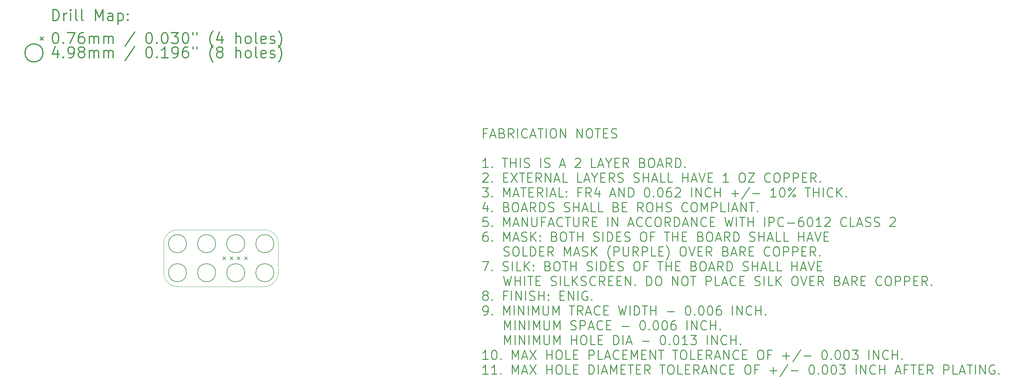
<source format=gbr>
G04 This is an RS-274x file exported by *
G04 gerbv version 2.6.0 *
G04 More information is available about gerbv at *
G04 http://gerbv.gpleda.org/ *
G04 --End of header info--*
%MOIN*%
%FSLAX34Y34*%
%IPPOS*%
G04 --Define apertures--*
%ADD10C,0.0050*%
%ADD11C,0.0079*%
%ADD12C,0.0118*%
%ADD13C,0.0138*%
%ADD14C,0.0016*%
%ADD15C,0.0100*%
G04 --Start main section--*
G54D11*
G01X0019450Y-027430D02*
G01X0019750Y-027730D01*
G01X0019750Y-027430D02*
G01X0019450Y-027730D01*
G01X0020237Y-027430D02*
G01X0020537Y-027730D01*
G01X0020537Y-027430D02*
G01X0020237Y-027730D01*
G01X0021025Y-027430D02*
G01X0021325Y-027730D01*
G01X0021325Y-027430D02*
G01X0021025Y-027730D01*
G01X0021812Y-027430D02*
G01X0022112Y-027730D01*
G01X0022112Y-027430D02*
G01X0021812Y-027730D01*
G01X0015521Y-026010D02*
G75*
G03X0015521Y-026010I-000980J0000000D01*
G01X0015521Y-029160D02*
G75*
G03X0015521Y-029160I-000980J0000000D01*
G01X0018671Y-026010D02*
G75*
G03X0018671Y-026010I-000980J0000000D01*
G01X0018671Y-029160D02*
G75*
G03X0018671Y-029160I-000980J0000000D01*
G01X0021821Y-026010D02*
G75*
G03X0021821Y-026010I-000980J0000000D01*
G01X0021821Y-029160D02*
G75*
G03X0021821Y-029160I-000980J0000000D01*
G01X0024970Y-026010D02*
G75*
G03X0024970Y-026010I-000980J0000000D01*
G01X0024970Y-029160D02*
G75*
G03X0024970Y-029160I-000980J0000000D01*
G54D12*
G01X0001069Y-001834D02*
G01X0001069Y-000652D01*
G01X0001069Y-000652D02*
G01X0001350Y-000652D01*
G01X0001350Y-000652D02*
G01X0001519Y-000709D01*
G01X0001519Y-000709D02*
G01X0001631Y-000821D01*
G01X0001631Y-000821D02*
G01X0001687Y-000934D01*
G01X0001687Y-000934D02*
G01X0001744Y-001159D01*
G01X0001744Y-001159D02*
G01X0001744Y-001327D01*
G01X0001744Y-001327D02*
G01X0001687Y-001552D01*
G01X0001687Y-001552D02*
G01X0001631Y-001665D01*
G01X0001631Y-001665D02*
G01X0001519Y-001777D01*
G01X0001519Y-001777D02*
G01X0001350Y-001834D01*
G01X0001350Y-001834D02*
G01X0001069Y-001834D01*
G01X0002250Y-001834D02*
G01X0002250Y-001046D01*
G01X0002250Y-001271D02*
G01X0002306Y-001159D01*
G01X0002306Y-001159D02*
G01X0002362Y-001102D01*
G01X0002362Y-001102D02*
G01X0002475Y-001046D01*
G01X0002475Y-001046D02*
G01X0002587Y-001046D01*
G01X0002981Y-001834D02*
G01X0002981Y-001046D01*
G01X0002981Y-000652D02*
G01X0002925Y-000709D01*
G01X0002925Y-000709D02*
G01X0002981Y-000765D01*
G01X0002981Y-000765D02*
G01X0003037Y-000709D01*
G01X0003037Y-000709D02*
G01X0002981Y-000652D01*
G01X0002981Y-000652D02*
G01X0002981Y-000765D01*
G01X0003712Y-001834D02*
G01X0003600Y-001777D01*
G01X0003600Y-001777D02*
G01X0003543Y-001665D01*
G01X0003543Y-001665D02*
G01X0003543Y-000652D01*
G01X0004331Y-001834D02*
G01X0004218Y-001777D01*
G01X0004218Y-001777D02*
G01X0004162Y-001665D01*
G01X0004162Y-001665D02*
G01X0004162Y-000652D01*
G01X0005681Y-001834D02*
G01X0005681Y-000652D01*
G01X0005681Y-000652D02*
G01X0006074Y-001496D01*
G01X0006074Y-001496D02*
G01X0006468Y-000652D01*
G01X0006468Y-000652D02*
G01X0006468Y-001834D01*
G01X0007537Y-001834D02*
G01X0007537Y-001215D01*
G01X0007537Y-001215D02*
G01X0007480Y-001102D01*
G01X0007480Y-001102D02*
G01X0007368Y-001046D01*
G01X0007368Y-001046D02*
G01X0007143Y-001046D01*
G01X0007143Y-001046D02*
G01X0007030Y-001102D01*
G01X0007537Y-001777D02*
G01X0007424Y-001834D01*
G01X0007424Y-001834D02*
G01X0007143Y-001834D01*
G01X0007143Y-001834D02*
G01X0007030Y-001777D01*
G01X0007030Y-001777D02*
G01X0006974Y-001665D01*
G01X0006974Y-001665D02*
G01X0006974Y-001552D01*
G01X0006974Y-001552D02*
G01X0007030Y-001440D01*
G01X0007030Y-001440D02*
G01X0007143Y-001384D01*
G01X0007143Y-001384D02*
G01X0007424Y-001384D01*
G01X0007424Y-001384D02*
G01X0007537Y-001327D01*
G01X0008099Y-001046D02*
G01X0008099Y-002227D01*
G01X0008099Y-001102D02*
G01X0008211Y-001046D01*
G01X0008211Y-001046D02*
G01X0008436Y-001046D01*
G01X0008436Y-001046D02*
G01X0008549Y-001102D01*
G01X0008549Y-001102D02*
G01X0008605Y-001159D01*
G01X0008605Y-001159D02*
G01X0008661Y-001271D01*
G01X0008661Y-001271D02*
G01X0008661Y-001609D01*
G01X0008661Y-001609D02*
G01X0008605Y-001721D01*
G01X0008605Y-001721D02*
G01X0008549Y-001777D01*
G01X0008549Y-001777D02*
G01X0008436Y-001834D01*
G01X0008436Y-001834D02*
G01X0008211Y-001834D01*
G01X0008211Y-001834D02*
G01X0008099Y-001777D01*
G01X0009168Y-001721D02*
G01X0009224Y-001777D01*
G01X0009224Y-001777D02*
G01X0009168Y-001834D01*
G01X0009168Y-001834D02*
G01X0009111Y-001777D01*
G01X0009111Y-001777D02*
G01X0009168Y-001721D01*
G01X0009168Y-001721D02*
G01X0009168Y-001834D01*
G01X0009168Y-001102D02*
G01X0009224Y-001159D01*
G01X0009224Y-001159D02*
G01X0009168Y-001215D01*
G01X0009168Y-001215D02*
G01X0009111Y-001159D01*
G01X0009111Y-001159D02*
G01X0009168Y-001102D01*
G01X0009168Y-001102D02*
G01X0009168Y-001215D01*
G01X-000300Y-003630D02*
G01X0000000Y-003930D01*
G01X0000000Y-003630D02*
G01X-000300Y-003930D01*
G01X0001294Y-003133D02*
G01X0001406Y-003133D01*
G01X0001406Y-003133D02*
G01X0001519Y-003189D01*
G01X0001519Y-003189D02*
G01X0001575Y-003245D01*
G01X0001575Y-003245D02*
G01X0001631Y-003358D01*
G01X0001631Y-003358D02*
G01X0001687Y-003583D01*
G01X0001687Y-003583D02*
G01X0001687Y-003864D01*
G01X0001687Y-003864D02*
G01X0001631Y-004089D01*
G01X0001631Y-004089D02*
G01X0001575Y-004201D01*
G01X0001575Y-004201D02*
G01X0001519Y-004258D01*
G01X0001519Y-004258D02*
G01X0001406Y-004314D01*
G01X0001406Y-004314D02*
G01X0001294Y-004314D01*
G01X0001294Y-004314D02*
G01X0001181Y-004258D01*
G01X0001181Y-004258D02*
G01X0001125Y-004201D01*
G01X0001125Y-004201D02*
G01X0001069Y-004089D01*
G01X0001069Y-004089D02*
G01X0001012Y-003864D01*
G01X0001012Y-003864D02*
G01X0001012Y-003583D01*
G01X0001012Y-003583D02*
G01X0001069Y-003358D01*
G01X0001069Y-003358D02*
G01X0001125Y-003245D01*
G01X0001125Y-003245D02*
G01X0001181Y-003189D01*
G01X0001181Y-003189D02*
G01X0001294Y-003133D01*
G01X0002193Y-004201D02*
G01X0002250Y-004258D01*
G01X0002250Y-004258D02*
G01X0002193Y-004314D01*
G01X0002193Y-004314D02*
G01X0002137Y-004258D01*
G01X0002137Y-004258D02*
G01X0002193Y-004201D01*
G01X0002193Y-004201D02*
G01X0002193Y-004314D01*
G01X0002643Y-003133D02*
G01X0003431Y-003133D01*
G01X0003431Y-003133D02*
G01X0002925Y-004314D01*
G01X0004387Y-003133D02*
G01X0004162Y-003133D01*
G01X0004162Y-003133D02*
G01X0004049Y-003189D01*
G01X0004049Y-003189D02*
G01X0003993Y-003245D01*
G01X0003993Y-003245D02*
G01X0003881Y-003414D01*
G01X0003881Y-003414D02*
G01X0003825Y-003639D01*
G01X0003825Y-003639D02*
G01X0003825Y-004089D01*
G01X0003825Y-004089D02*
G01X0003881Y-004201D01*
G01X0003881Y-004201D02*
G01X0003937Y-004258D01*
G01X0003937Y-004258D02*
G01X0004049Y-004314D01*
G01X0004049Y-004314D02*
G01X0004274Y-004314D01*
G01X0004274Y-004314D02*
G01X0004387Y-004258D01*
G01X0004387Y-004258D02*
G01X0004443Y-004201D01*
G01X0004443Y-004201D02*
G01X0004499Y-004089D01*
G01X0004499Y-004089D02*
G01X0004499Y-003808D01*
G01X0004499Y-003808D02*
G01X0004443Y-003695D01*
G01X0004443Y-003695D02*
G01X0004387Y-003639D01*
G01X0004387Y-003639D02*
G01X0004274Y-003583D01*
G01X0004274Y-003583D02*
G01X0004049Y-003583D01*
G01X0004049Y-003583D02*
G01X0003937Y-003639D01*
G01X0003937Y-003639D02*
G01X0003881Y-003695D01*
G01X0003881Y-003695D02*
G01X0003825Y-003808D01*
G01X0005006Y-004314D02*
G01X0005006Y-003526D01*
G01X0005006Y-003639D02*
G01X0005062Y-003583D01*
G01X0005062Y-003583D02*
G01X0005174Y-003526D01*
G01X0005174Y-003526D02*
G01X0005343Y-003526D01*
G01X0005343Y-003526D02*
G01X0005456Y-003583D01*
G01X0005456Y-003583D02*
G01X0005512Y-003695D01*
G01X0005512Y-003695D02*
G01X0005512Y-004314D01*
G01X0005512Y-003695D02*
G01X0005568Y-003583D01*
G01X0005568Y-003583D02*
G01X0005681Y-003526D01*
G01X0005681Y-003526D02*
G01X0005849Y-003526D01*
G01X0005849Y-003526D02*
G01X0005962Y-003583D01*
G01X0005962Y-003583D02*
G01X0006018Y-003695D01*
G01X0006018Y-003695D02*
G01X0006018Y-004314D01*
G01X0006580Y-004314D02*
G01X0006580Y-003526D01*
G01X0006580Y-003639D02*
G01X0006637Y-003583D01*
G01X0006637Y-003583D02*
G01X0006749Y-003526D01*
G01X0006749Y-003526D02*
G01X0006918Y-003526D01*
G01X0006918Y-003526D02*
G01X0007030Y-003583D01*
G01X0007030Y-003583D02*
G01X0007087Y-003695D01*
G01X0007087Y-003695D02*
G01X0007087Y-004314D01*
G01X0007087Y-003695D02*
G01X0007143Y-003583D01*
G01X0007143Y-003583D02*
G01X0007255Y-003526D01*
G01X0007255Y-003526D02*
G01X0007424Y-003526D01*
G01X0007424Y-003526D02*
G01X0007537Y-003583D01*
G01X0007537Y-003583D02*
G01X0007593Y-003695D01*
G01X0007593Y-003695D02*
G01X0007593Y-004314D01*
G01X0009899Y-003076D02*
G01X0008886Y-004595D01*
G01X0011417Y-003133D02*
G01X0011530Y-003133D01*
G01X0011530Y-003133D02*
G01X0011642Y-003189D01*
G01X0011642Y-003189D02*
G01X0011699Y-003245D01*
G01X0011699Y-003245D02*
G01X0011755Y-003358D01*
G01X0011755Y-003358D02*
G01X0011811Y-003583D01*
G01X0011811Y-003583D02*
G01X0011811Y-003864D01*
G01X0011811Y-003864D02*
G01X0011755Y-004089D01*
G01X0011755Y-004089D02*
G01X0011699Y-004201D01*
G01X0011699Y-004201D02*
G01X0011642Y-004258D01*
G01X0011642Y-004258D02*
G01X0011530Y-004314D01*
G01X0011530Y-004314D02*
G01X0011417Y-004314D01*
G01X0011417Y-004314D02*
G01X0011305Y-004258D01*
G01X0011305Y-004258D02*
G01X0011249Y-004201D01*
G01X0011249Y-004201D02*
G01X0011192Y-004089D01*
G01X0011192Y-004089D02*
G01X0011136Y-003864D01*
G01X0011136Y-003864D02*
G01X0011136Y-003583D01*
G01X0011136Y-003583D02*
G01X0011192Y-003358D01*
G01X0011192Y-003358D02*
G01X0011249Y-003245D01*
G01X0011249Y-003245D02*
G01X0011305Y-003189D01*
G01X0011305Y-003189D02*
G01X0011417Y-003133D01*
G01X0012317Y-004201D02*
G01X0012373Y-004258D01*
G01X0012373Y-004258D02*
G01X0012317Y-004314D01*
G01X0012317Y-004314D02*
G01X0012261Y-004258D01*
G01X0012261Y-004258D02*
G01X0012317Y-004201D01*
G01X0012317Y-004201D02*
G01X0012317Y-004314D01*
G01X0013105Y-003133D02*
G01X0013217Y-003133D01*
G01X0013217Y-003133D02*
G01X0013330Y-003189D01*
G01X0013330Y-003189D02*
G01X0013386Y-003245D01*
G01X0013386Y-003245D02*
G01X0013442Y-003358D01*
G01X0013442Y-003358D02*
G01X0013498Y-003583D01*
G01X0013498Y-003583D02*
G01X0013498Y-003864D01*
G01X0013498Y-003864D02*
G01X0013442Y-004089D01*
G01X0013442Y-004089D02*
G01X0013386Y-004201D01*
G01X0013386Y-004201D02*
G01X0013330Y-004258D01*
G01X0013330Y-004258D02*
G01X0013217Y-004314D01*
G01X0013217Y-004314D02*
G01X0013105Y-004314D01*
G01X0013105Y-004314D02*
G01X0012992Y-004258D01*
G01X0012992Y-004258D02*
G01X0012936Y-004201D01*
G01X0012936Y-004201D02*
G01X0012880Y-004089D01*
G01X0012880Y-004089D02*
G01X0012823Y-003864D01*
G01X0012823Y-003864D02*
G01X0012823Y-003583D01*
G01X0012823Y-003583D02*
G01X0012880Y-003358D01*
G01X0012880Y-003358D02*
G01X0012936Y-003245D01*
G01X0012936Y-003245D02*
G01X0012992Y-003189D01*
G01X0012992Y-003189D02*
G01X0013105Y-003133D01*
G01X0013892Y-003133D02*
G01X0014623Y-003133D01*
G01X0014623Y-003133D02*
G01X0014229Y-003583D01*
G01X0014229Y-003583D02*
G01X0014398Y-003583D01*
G01X0014398Y-003583D02*
G01X0014511Y-003639D01*
G01X0014511Y-003639D02*
G01X0014567Y-003695D01*
G01X0014567Y-003695D02*
G01X0014623Y-003808D01*
G01X0014623Y-003808D02*
G01X0014623Y-004089D01*
G01X0014623Y-004089D02*
G01X0014567Y-004201D01*
G01X0014567Y-004201D02*
G01X0014511Y-004258D01*
G01X0014511Y-004258D02*
G01X0014398Y-004314D01*
G01X0014398Y-004314D02*
G01X0014061Y-004314D01*
G01X0014061Y-004314D02*
G01X0013948Y-004258D01*
G01X0013948Y-004258D02*
G01X0013892Y-004201D01*
G01X0015354Y-003133D02*
G01X0015467Y-003133D01*
G01X0015467Y-003133D02*
G01X0015579Y-003189D01*
G01X0015579Y-003189D02*
G01X0015636Y-003245D01*
G01X0015636Y-003245D02*
G01X0015692Y-003358D01*
G01X0015692Y-003358D02*
G01X0015748Y-003583D01*
G01X0015748Y-003583D02*
G01X0015748Y-003864D01*
G01X0015748Y-003864D02*
G01X0015692Y-004089D01*
G01X0015692Y-004089D02*
G01X0015636Y-004201D01*
G01X0015636Y-004201D02*
G01X0015579Y-004258D01*
G01X0015579Y-004258D02*
G01X0015467Y-004314D01*
G01X0015467Y-004314D02*
G01X0015354Y-004314D01*
G01X0015354Y-004314D02*
G01X0015242Y-004258D01*
G01X0015242Y-004258D02*
G01X0015186Y-004201D01*
G01X0015186Y-004201D02*
G01X0015129Y-004089D01*
G01X0015129Y-004089D02*
G01X0015073Y-003864D01*
G01X0015073Y-003864D02*
G01X0015073Y-003583D01*
G01X0015073Y-003583D02*
G01X0015129Y-003358D01*
G01X0015129Y-003358D02*
G01X0015186Y-003245D01*
G01X0015186Y-003245D02*
G01X0015242Y-003189D01*
G01X0015242Y-003189D02*
G01X0015354Y-003133D01*
G01X0016198Y-003133D02*
G01X0016198Y-003358D01*
G01X0016648Y-003133D02*
G01X0016648Y-003358D01*
G01X0018391Y-004764D02*
G01X0018335Y-004708D01*
G01X0018335Y-004708D02*
G01X0018223Y-004539D01*
G01X0018223Y-004539D02*
G01X0018166Y-004426D01*
G01X0018166Y-004426D02*
G01X0018110Y-004258D01*
G01X0018110Y-004258D02*
G01X0018054Y-003976D01*
G01X0018054Y-003976D02*
G01X0018054Y-003751D01*
G01X0018054Y-003751D02*
G01X0018110Y-003470D01*
G01X0018110Y-003470D02*
G01X0018166Y-003301D01*
G01X0018166Y-003301D02*
G01X0018223Y-003189D01*
G01X0018223Y-003189D02*
G01X0018335Y-003020D01*
G01X0018335Y-003020D02*
G01X0018391Y-002964D01*
G01X0019348Y-003526D02*
G01X0019348Y-004314D01*
G01X0019066Y-003076D02*
G01X0018785Y-003920D01*
G01X0018785Y-003920D02*
G01X0019516Y-003920D01*
G01X0020866Y-004314D02*
G01X0020866Y-003133D01*
G01X0021372Y-004314D02*
G01X0021372Y-003695D01*
G01X0021372Y-003695D02*
G01X0021316Y-003583D01*
G01X0021316Y-003583D02*
G01X0021204Y-003526D01*
G01X0021204Y-003526D02*
G01X0021035Y-003526D01*
G01X0021035Y-003526D02*
G01X0020922Y-003583D01*
G01X0020922Y-003583D02*
G01X0020866Y-003639D01*
G01X0022103Y-004314D02*
G01X0021991Y-004258D01*
G01X0021991Y-004258D02*
G01X0021935Y-004201D01*
G01X0021935Y-004201D02*
G01X0021879Y-004089D01*
G01X0021879Y-004089D02*
G01X0021879Y-003751D01*
G01X0021879Y-003751D02*
G01X0021935Y-003639D01*
G01X0021935Y-003639D02*
G01X0021991Y-003583D01*
G01X0021991Y-003583D02*
G01X0022103Y-003526D01*
G01X0022103Y-003526D02*
G01X0022272Y-003526D01*
G01X0022272Y-003526D02*
G01X0022385Y-003583D01*
G01X0022385Y-003583D02*
G01X0022441Y-003639D01*
G01X0022441Y-003639D02*
G01X0022497Y-003751D01*
G01X0022497Y-003751D02*
G01X0022497Y-004089D01*
G01X0022497Y-004089D02*
G01X0022441Y-004201D01*
G01X0022441Y-004201D02*
G01X0022385Y-004258D01*
G01X0022385Y-004258D02*
G01X0022272Y-004314D01*
G01X0022272Y-004314D02*
G01X0022103Y-004314D01*
G01X0023172Y-004314D02*
G01X0023060Y-004258D01*
G01X0023060Y-004258D02*
G01X0023003Y-004145D01*
G01X0023003Y-004145D02*
G01X0023003Y-003133D01*
G01X0024072Y-004258D02*
G01X0023960Y-004314D01*
G01X0023960Y-004314D02*
G01X0023735Y-004314D01*
G01X0023735Y-004314D02*
G01X0023622Y-004258D01*
G01X0023622Y-004258D02*
G01X0023566Y-004145D01*
G01X0023566Y-004145D02*
G01X0023566Y-003695D01*
G01X0023566Y-003695D02*
G01X0023622Y-003583D01*
G01X0023622Y-003583D02*
G01X0023735Y-003526D01*
G01X0023735Y-003526D02*
G01X0023960Y-003526D01*
G01X0023960Y-003526D02*
G01X0024072Y-003583D01*
G01X0024072Y-003583D02*
G01X0024128Y-003695D01*
G01X0024128Y-003695D02*
G01X0024128Y-003808D01*
G01X0024128Y-003808D02*
G01X0023566Y-003920D01*
G01X0024578Y-004258D02*
G01X0024691Y-004314D01*
G01X0024691Y-004314D02*
G01X0024916Y-004314D01*
G01X0024916Y-004314D02*
G01X0025028Y-004258D01*
G01X0025028Y-004258D02*
G01X0025084Y-004145D01*
G01X0025084Y-004145D02*
G01X0025084Y-004089D01*
G01X0025084Y-004089D02*
G01X0025028Y-003976D01*
G01X0025028Y-003976D02*
G01X0024916Y-003920D01*
G01X0024916Y-003920D02*
G01X0024747Y-003920D01*
G01X0024747Y-003920D02*
G01X0024634Y-003864D01*
G01X0024634Y-003864D02*
G01X0024578Y-003751D01*
G01X0024578Y-003751D02*
G01X0024578Y-003695D01*
G01X0024578Y-003695D02*
G01X0024634Y-003583D01*
G01X0024634Y-003583D02*
G01X0024747Y-003526D01*
G01X0024747Y-003526D02*
G01X0024916Y-003526D01*
G01X0024916Y-003526D02*
G01X0025028Y-003583D01*
G01X0025478Y-004764D02*
G01X0025534Y-004708D01*
G01X0025534Y-004708D02*
G01X0025647Y-004539D01*
G01X0025647Y-004539D02*
G01X0025703Y-004426D01*
G01X0025703Y-004426D02*
G01X0025759Y-004258D01*
G01X0025759Y-004258D02*
G01X0025816Y-003976D01*
G01X0025816Y-003976D02*
G01X0025816Y-003751D01*
G01X0025816Y-003751D02*
G01X0025759Y-003470D01*
G01X0025759Y-003470D02*
G01X0025703Y-003301D01*
G01X0025703Y-003301D02*
G01X0025647Y-003189D01*
G01X0025647Y-003189D02*
G01X0025534Y-003020D01*
G01X0025534Y-003020D02*
G01X0025478Y-002964D01*
G01X0000000Y-005339D02*
G75*
G03X0000000Y-005339I-000980J0000000D01*
G01X0001575Y-005085D02*
G01X0001575Y-005873D01*
G01X0001294Y-004636D02*
G01X0001012Y-005479D01*
G01X0001012Y-005479D02*
G01X0001744Y-005479D01*
G01X0002193Y-005760D02*
G01X0002250Y-005817D01*
G01X0002250Y-005817D02*
G01X0002193Y-005873D01*
G01X0002193Y-005873D02*
G01X0002137Y-005817D01*
G01X0002137Y-005817D02*
G01X0002193Y-005760D01*
G01X0002193Y-005760D02*
G01X0002193Y-005873D01*
G01X0002812Y-005873D02*
G01X0003037Y-005873D01*
G01X0003037Y-005873D02*
G01X0003150Y-005817D01*
G01X0003150Y-005817D02*
G01X0003206Y-005760D01*
G01X0003206Y-005760D02*
G01X0003318Y-005592D01*
G01X0003318Y-005592D02*
G01X0003375Y-005367D01*
G01X0003375Y-005367D02*
G01X0003375Y-004917D01*
G01X0003375Y-004917D02*
G01X0003318Y-004804D01*
G01X0003318Y-004804D02*
G01X0003262Y-004748D01*
G01X0003262Y-004748D02*
G01X0003150Y-004692D01*
G01X0003150Y-004692D02*
G01X0002925Y-004692D01*
G01X0002925Y-004692D02*
G01X0002812Y-004748D01*
G01X0002812Y-004748D02*
G01X0002756Y-004804D01*
G01X0002756Y-004804D02*
G01X0002700Y-004917D01*
G01X0002700Y-004917D02*
G01X0002700Y-005198D01*
G01X0002700Y-005198D02*
G01X0002756Y-005310D01*
G01X0002756Y-005310D02*
G01X0002812Y-005367D01*
G01X0002812Y-005367D02*
G01X0002925Y-005423D01*
G01X0002925Y-005423D02*
G01X0003150Y-005423D01*
G01X0003150Y-005423D02*
G01X0003262Y-005367D01*
G01X0003262Y-005367D02*
G01X0003318Y-005310D01*
G01X0003318Y-005310D02*
G01X0003375Y-005198D01*
G01X0004049Y-005198D02*
G01X0003937Y-005142D01*
G01X0003937Y-005142D02*
G01X0003881Y-005085D01*
G01X0003881Y-005085D02*
G01X0003825Y-004973D01*
G01X0003825Y-004973D02*
G01X0003825Y-004917D01*
G01X0003825Y-004917D02*
G01X0003881Y-004804D01*
G01X0003881Y-004804D02*
G01X0003937Y-004748D01*
G01X0003937Y-004748D02*
G01X0004049Y-004692D01*
G01X0004049Y-004692D02*
G01X0004274Y-004692D01*
G01X0004274Y-004692D02*
G01X0004387Y-004748D01*
G01X0004387Y-004748D02*
G01X0004443Y-004804D01*
G01X0004443Y-004804D02*
G01X0004499Y-004917D01*
G01X0004499Y-004917D02*
G01X0004499Y-004973D01*
G01X0004499Y-004973D02*
G01X0004443Y-005085D01*
G01X0004443Y-005085D02*
G01X0004387Y-005142D01*
G01X0004387Y-005142D02*
G01X0004274Y-005198D01*
G01X0004274Y-005198D02*
G01X0004049Y-005198D01*
G01X0004049Y-005198D02*
G01X0003937Y-005254D01*
G01X0003937Y-005254D02*
G01X0003881Y-005310D01*
G01X0003881Y-005310D02*
G01X0003825Y-005423D01*
G01X0003825Y-005423D02*
G01X0003825Y-005648D01*
G01X0003825Y-005648D02*
G01X0003881Y-005760D01*
G01X0003881Y-005760D02*
G01X0003937Y-005817D01*
G01X0003937Y-005817D02*
G01X0004049Y-005873D01*
G01X0004049Y-005873D02*
G01X0004274Y-005873D01*
G01X0004274Y-005873D02*
G01X0004387Y-005817D01*
G01X0004387Y-005817D02*
G01X0004443Y-005760D01*
G01X0004443Y-005760D02*
G01X0004499Y-005648D01*
G01X0004499Y-005648D02*
G01X0004499Y-005423D01*
G01X0004499Y-005423D02*
G01X0004443Y-005310D01*
G01X0004443Y-005310D02*
G01X0004387Y-005254D01*
G01X0004387Y-005254D02*
G01X0004274Y-005198D01*
G01X0005006Y-005873D02*
G01X0005006Y-005085D01*
G01X0005006Y-005198D02*
G01X0005062Y-005142D01*
G01X0005062Y-005142D02*
G01X0005174Y-005085D01*
G01X0005174Y-005085D02*
G01X0005343Y-005085D01*
G01X0005343Y-005085D02*
G01X0005456Y-005142D01*
G01X0005456Y-005142D02*
G01X0005512Y-005254D01*
G01X0005512Y-005254D02*
G01X0005512Y-005873D01*
G01X0005512Y-005254D02*
G01X0005568Y-005142D01*
G01X0005568Y-005142D02*
G01X0005681Y-005085D01*
G01X0005681Y-005085D02*
G01X0005849Y-005085D01*
G01X0005849Y-005085D02*
G01X0005962Y-005142D01*
G01X0005962Y-005142D02*
G01X0006018Y-005254D01*
G01X0006018Y-005254D02*
G01X0006018Y-005873D01*
G01X0006580Y-005873D02*
G01X0006580Y-005085D01*
G01X0006580Y-005198D02*
G01X0006637Y-005142D01*
G01X0006637Y-005142D02*
G01X0006749Y-005085D01*
G01X0006749Y-005085D02*
G01X0006918Y-005085D01*
G01X0006918Y-005085D02*
G01X0007030Y-005142D01*
G01X0007030Y-005142D02*
G01X0007087Y-005254D01*
G01X0007087Y-005254D02*
G01X0007087Y-005873D01*
G01X0007087Y-005254D02*
G01X0007143Y-005142D01*
G01X0007143Y-005142D02*
G01X0007255Y-005085D01*
G01X0007255Y-005085D02*
G01X0007424Y-005085D01*
G01X0007424Y-005085D02*
G01X0007537Y-005142D01*
G01X0007537Y-005142D02*
G01X0007593Y-005254D01*
G01X0007593Y-005254D02*
G01X0007593Y-005873D01*
G01X0009899Y-004636D02*
G01X0008886Y-006154D01*
G01X0011417Y-004692D02*
G01X0011530Y-004692D01*
G01X0011530Y-004692D02*
G01X0011642Y-004748D01*
G01X0011642Y-004748D02*
G01X0011699Y-004804D01*
G01X0011699Y-004804D02*
G01X0011755Y-004917D01*
G01X0011755Y-004917D02*
G01X0011811Y-005142D01*
G01X0011811Y-005142D02*
G01X0011811Y-005423D01*
G01X0011811Y-005423D02*
G01X0011755Y-005648D01*
G01X0011755Y-005648D02*
G01X0011699Y-005760D01*
G01X0011699Y-005760D02*
G01X0011642Y-005817D01*
G01X0011642Y-005817D02*
G01X0011530Y-005873D01*
G01X0011530Y-005873D02*
G01X0011417Y-005873D01*
G01X0011417Y-005873D02*
G01X0011305Y-005817D01*
G01X0011305Y-005817D02*
G01X0011249Y-005760D01*
G01X0011249Y-005760D02*
G01X0011192Y-005648D01*
G01X0011192Y-005648D02*
G01X0011136Y-005423D01*
G01X0011136Y-005423D02*
G01X0011136Y-005142D01*
G01X0011136Y-005142D02*
G01X0011192Y-004917D01*
G01X0011192Y-004917D02*
G01X0011249Y-004804D01*
G01X0011249Y-004804D02*
G01X0011305Y-004748D01*
G01X0011305Y-004748D02*
G01X0011417Y-004692D01*
G01X0012317Y-005760D02*
G01X0012373Y-005817D01*
G01X0012373Y-005817D02*
G01X0012317Y-005873D01*
G01X0012317Y-005873D02*
G01X0012261Y-005817D01*
G01X0012261Y-005817D02*
G01X0012317Y-005760D01*
G01X0012317Y-005760D02*
G01X0012317Y-005873D01*
G01X0013498Y-005873D02*
G01X0012823Y-005873D01*
G01X0013161Y-005873D02*
G01X0013161Y-004692D01*
G01X0013161Y-004692D02*
G01X0013048Y-004861D01*
G01X0013048Y-004861D02*
G01X0012936Y-004973D01*
G01X0012936Y-004973D02*
G01X0012823Y-005029D01*
G01X0014061Y-005873D02*
G01X0014286Y-005873D01*
G01X0014286Y-005873D02*
G01X0014398Y-005817D01*
G01X0014398Y-005817D02*
G01X0014454Y-005760D01*
G01X0014454Y-005760D02*
G01X0014567Y-005592D01*
G01X0014567Y-005592D02*
G01X0014623Y-005367D01*
G01X0014623Y-005367D02*
G01X0014623Y-004917D01*
G01X0014623Y-004917D02*
G01X0014567Y-004804D01*
G01X0014567Y-004804D02*
G01X0014511Y-004748D01*
G01X0014511Y-004748D02*
G01X0014398Y-004692D01*
G01X0014398Y-004692D02*
G01X0014173Y-004692D01*
G01X0014173Y-004692D02*
G01X0014061Y-004748D01*
G01X0014061Y-004748D02*
G01X0014005Y-004804D01*
G01X0014005Y-004804D02*
G01X0013948Y-004917D01*
G01X0013948Y-004917D02*
G01X0013948Y-005198D01*
G01X0013948Y-005198D02*
G01X0014005Y-005310D01*
G01X0014005Y-005310D02*
G01X0014061Y-005367D01*
G01X0014061Y-005367D02*
G01X0014173Y-005423D01*
G01X0014173Y-005423D02*
G01X0014398Y-005423D01*
G01X0014398Y-005423D02*
G01X0014511Y-005367D01*
G01X0014511Y-005367D02*
G01X0014567Y-005310D01*
G01X0014567Y-005310D02*
G01X0014623Y-005198D01*
G01X0015636Y-004692D02*
G01X0015411Y-004692D01*
G01X0015411Y-004692D02*
G01X0015298Y-004748D01*
G01X0015298Y-004748D02*
G01X0015242Y-004804D01*
G01X0015242Y-004804D02*
G01X0015129Y-004973D01*
G01X0015129Y-004973D02*
G01X0015073Y-005198D01*
G01X0015073Y-005198D02*
G01X0015073Y-005648D01*
G01X0015073Y-005648D02*
G01X0015129Y-005760D01*
G01X0015129Y-005760D02*
G01X0015186Y-005817D01*
G01X0015186Y-005817D02*
G01X0015298Y-005873D01*
G01X0015298Y-005873D02*
G01X0015523Y-005873D01*
G01X0015523Y-005873D02*
G01X0015636Y-005817D01*
G01X0015636Y-005817D02*
G01X0015692Y-005760D01*
G01X0015692Y-005760D02*
G01X0015748Y-005648D01*
G01X0015748Y-005648D02*
G01X0015748Y-005367D01*
G01X0015748Y-005367D02*
G01X0015692Y-005254D01*
G01X0015692Y-005254D02*
G01X0015636Y-005198D01*
G01X0015636Y-005198D02*
G01X0015523Y-005142D01*
G01X0015523Y-005142D02*
G01X0015298Y-005142D01*
G01X0015298Y-005142D02*
G01X0015186Y-005198D01*
G01X0015186Y-005198D02*
G01X0015129Y-005254D01*
G01X0015129Y-005254D02*
G01X0015073Y-005367D01*
G01X0016198Y-004692D02*
G01X0016198Y-004917D01*
G01X0016648Y-004692D02*
G01X0016648Y-004917D01*
G01X0018391Y-006323D02*
G01X0018335Y-006267D01*
G01X0018335Y-006267D02*
G01X0018223Y-006098D01*
G01X0018223Y-006098D02*
G01X0018166Y-005985D01*
G01X0018166Y-005985D02*
G01X0018110Y-005817D01*
G01X0018110Y-005817D02*
G01X0018054Y-005535D01*
G01X0018054Y-005535D02*
G01X0018054Y-005310D01*
G01X0018054Y-005310D02*
G01X0018110Y-005029D01*
G01X0018110Y-005029D02*
G01X0018166Y-004861D01*
G01X0018166Y-004861D02*
G01X0018223Y-004748D01*
G01X0018223Y-004748D02*
G01X0018335Y-004579D01*
G01X0018335Y-004579D02*
G01X0018391Y-004523D01*
G01X0019010Y-005198D02*
G01X0018898Y-005142D01*
G01X0018898Y-005142D02*
G01X0018841Y-005085D01*
G01X0018841Y-005085D02*
G01X0018785Y-004973D01*
G01X0018785Y-004973D02*
G01X0018785Y-004917D01*
G01X0018785Y-004917D02*
G01X0018841Y-004804D01*
G01X0018841Y-004804D02*
G01X0018898Y-004748D01*
G01X0018898Y-004748D02*
G01X0019010Y-004692D01*
G01X0019010Y-004692D02*
G01X0019235Y-004692D01*
G01X0019235Y-004692D02*
G01X0019348Y-004748D01*
G01X0019348Y-004748D02*
G01X0019404Y-004804D01*
G01X0019404Y-004804D02*
G01X0019460Y-004917D01*
G01X0019460Y-004917D02*
G01X0019460Y-004973D01*
G01X0019460Y-004973D02*
G01X0019404Y-005085D01*
G01X0019404Y-005085D02*
G01X0019348Y-005142D01*
G01X0019348Y-005142D02*
G01X0019235Y-005198D01*
G01X0019235Y-005198D02*
G01X0019010Y-005198D01*
G01X0019010Y-005198D02*
G01X0018898Y-005254D01*
G01X0018898Y-005254D02*
G01X0018841Y-005310D01*
G01X0018841Y-005310D02*
G01X0018785Y-005423D01*
G01X0018785Y-005423D02*
G01X0018785Y-005648D01*
G01X0018785Y-005648D02*
G01X0018841Y-005760D01*
G01X0018841Y-005760D02*
G01X0018898Y-005817D01*
G01X0018898Y-005817D02*
G01X0019010Y-005873D01*
G01X0019010Y-005873D02*
G01X0019235Y-005873D01*
G01X0019235Y-005873D02*
G01X0019348Y-005817D01*
G01X0019348Y-005817D02*
G01X0019404Y-005760D01*
G01X0019404Y-005760D02*
G01X0019460Y-005648D01*
G01X0019460Y-005648D02*
G01X0019460Y-005423D01*
G01X0019460Y-005423D02*
G01X0019404Y-005310D01*
G01X0019404Y-005310D02*
G01X0019348Y-005254D01*
G01X0019348Y-005254D02*
G01X0019235Y-005198D01*
G01X0020866Y-005873D02*
G01X0020866Y-004692D01*
G01X0021372Y-005873D02*
G01X0021372Y-005254D01*
G01X0021372Y-005254D02*
G01X0021316Y-005142D01*
G01X0021316Y-005142D02*
G01X0021204Y-005085D01*
G01X0021204Y-005085D02*
G01X0021035Y-005085D01*
G01X0021035Y-005085D02*
G01X0020922Y-005142D01*
G01X0020922Y-005142D02*
G01X0020866Y-005198D01*
G01X0022103Y-005873D02*
G01X0021991Y-005817D01*
G01X0021991Y-005817D02*
G01X0021935Y-005760D01*
G01X0021935Y-005760D02*
G01X0021879Y-005648D01*
G01X0021879Y-005648D02*
G01X0021879Y-005310D01*
G01X0021879Y-005310D02*
G01X0021935Y-005198D01*
G01X0021935Y-005198D02*
G01X0021991Y-005142D01*
G01X0021991Y-005142D02*
G01X0022103Y-005085D01*
G01X0022103Y-005085D02*
G01X0022272Y-005085D01*
G01X0022272Y-005085D02*
G01X0022385Y-005142D01*
G01X0022385Y-005142D02*
G01X0022441Y-005198D01*
G01X0022441Y-005198D02*
G01X0022497Y-005310D01*
G01X0022497Y-005310D02*
G01X0022497Y-005648D01*
G01X0022497Y-005648D02*
G01X0022441Y-005760D01*
G01X0022441Y-005760D02*
G01X0022385Y-005817D01*
G01X0022385Y-005817D02*
G01X0022272Y-005873D01*
G01X0022272Y-005873D02*
G01X0022103Y-005873D01*
G01X0023172Y-005873D02*
G01X0023060Y-005817D01*
G01X0023060Y-005817D02*
G01X0023003Y-005704D01*
G01X0023003Y-005704D02*
G01X0023003Y-004692D01*
G01X0024072Y-005817D02*
G01X0023960Y-005873D01*
G01X0023960Y-005873D02*
G01X0023735Y-005873D01*
G01X0023735Y-005873D02*
G01X0023622Y-005817D01*
G01X0023622Y-005817D02*
G01X0023566Y-005704D01*
G01X0023566Y-005704D02*
G01X0023566Y-005254D01*
G01X0023566Y-005254D02*
G01X0023622Y-005142D01*
G01X0023622Y-005142D02*
G01X0023735Y-005085D01*
G01X0023735Y-005085D02*
G01X0023960Y-005085D01*
G01X0023960Y-005085D02*
G01X0024072Y-005142D01*
G01X0024072Y-005142D02*
G01X0024128Y-005254D01*
G01X0024128Y-005254D02*
G01X0024128Y-005367D01*
G01X0024128Y-005367D02*
G01X0023566Y-005479D01*
G01X0024578Y-005817D02*
G01X0024691Y-005873D01*
G01X0024691Y-005873D02*
G01X0024916Y-005873D01*
G01X0024916Y-005873D02*
G01X0025028Y-005817D01*
G01X0025028Y-005817D02*
G01X0025084Y-005704D01*
G01X0025084Y-005704D02*
G01X0025084Y-005648D01*
G01X0025084Y-005648D02*
G01X0025028Y-005535D01*
G01X0025028Y-005535D02*
G01X0024916Y-005479D01*
G01X0024916Y-005479D02*
G01X0024747Y-005479D01*
G01X0024747Y-005479D02*
G01X0024634Y-005423D01*
G01X0024634Y-005423D02*
G01X0024578Y-005310D01*
G01X0024578Y-005310D02*
G01X0024578Y-005254D01*
G01X0024578Y-005254D02*
G01X0024634Y-005142D01*
G01X0024634Y-005142D02*
G01X0024747Y-005085D01*
G01X0024747Y-005085D02*
G01X0024916Y-005085D01*
G01X0024916Y-005085D02*
G01X0025028Y-005142D01*
G01X0025478Y-006323D02*
G01X0025534Y-006267D01*
G01X0025534Y-006267D02*
G01X0025647Y-006098D01*
G01X0025647Y-006098D02*
G01X0025703Y-005985D01*
G01X0025703Y-005985D02*
G01X0025759Y-005817D01*
G01X0025759Y-005817D02*
G01X0025816Y-005535D01*
G01X0025816Y-005535D02*
G01X0025816Y-005310D01*
G01X0025816Y-005310D02*
G01X0025759Y-005029D01*
G01X0025759Y-005029D02*
G01X0025703Y-004861D01*
G01X0025703Y-004861D02*
G01X0025647Y-004748D01*
G01X0025647Y-004748D02*
G01X0025534Y-004579D01*
G01X0025534Y-004579D02*
G01X0025478Y-004523D01*
G01X0000000Y0000000D02*
G54D14*
G01X0023990Y-030656D02*
G75*
G03X0025444Y-029121I-000042J0001496D01*
G01X0025447Y-026010D02*
G75*
G03X0023828Y-024514I-001501J0000000D01*
G01X0014541Y-024514D02*
G75*
G03X0013045Y-026050I0000000J-001497D01*
G01X0013045Y-029160D02*
G75*
G03X0014581Y-030656I0001497J0000000D01*
G01X0013045Y-029160D02*
G01X0013045Y-026010D01*
G01X0014541Y-030656D02*
G01X0023990Y-030656D01*
G01X0014541Y-024514D02*
G01X0023990Y-024514D01*
G01X0025447Y-029160D02*
G01X0025447Y-026010D01*
G01X0000000Y0000000D02*
G54D15*
G01X0047941Y-014029D02*
G01X0047608Y-014029D01*
G01X0047608Y-014552D02*
G01X0047608Y-013552D01*
G01X0047608Y-013552D02*
G01X0048084Y-013552D01*
G01X0048418Y-014267D02*
G01X0048894Y-014267D01*
G01X0048322Y-014552D02*
G01X0048656Y-013552D01*
G01X0048656Y-013552D02*
G01X0048989Y-014552D01*
G01X0049656Y-014029D02*
G01X0049799Y-014076D01*
G01X0049799Y-014076D02*
G01X0049846Y-014124D01*
G01X0049846Y-014124D02*
G01X0049894Y-014219D01*
G01X0049894Y-014219D02*
G01X0049894Y-014362D01*
G01X0049894Y-014362D02*
G01X0049846Y-014457D01*
G01X0049846Y-014457D02*
G01X0049799Y-014505D01*
G01X0049799Y-014505D02*
G01X0049703Y-014552D01*
G01X0049703Y-014552D02*
G01X0049322Y-014552D01*
G01X0049322Y-014552D02*
G01X0049322Y-013552D01*
G01X0049322Y-013552D02*
G01X0049656Y-013552D01*
G01X0049656Y-013552D02*
G01X0049751Y-013600D01*
G01X0049751Y-013600D02*
G01X0049799Y-013648D01*
G01X0049799Y-013648D02*
G01X0049846Y-013743D01*
G01X0049846Y-013743D02*
G01X0049846Y-013838D01*
G01X0049846Y-013838D02*
G01X0049799Y-013933D01*
G01X0049799Y-013933D02*
G01X0049751Y-013981D01*
G01X0049751Y-013981D02*
G01X0049656Y-014029D01*
G01X0049656Y-014029D02*
G01X0049322Y-014029D01*
G01X0050894Y-014552D02*
G01X0050560Y-014076D01*
G01X0050322Y-014552D02*
G01X0050322Y-013552D01*
G01X0050322Y-013552D02*
G01X0050703Y-013552D01*
G01X0050703Y-013552D02*
G01X0050799Y-013600D01*
G01X0050799Y-013600D02*
G01X0050846Y-013648D01*
G01X0050846Y-013648D02*
G01X0050894Y-013743D01*
G01X0050894Y-013743D02*
G01X0050894Y-013886D01*
G01X0050894Y-013886D02*
G01X0050846Y-013981D01*
G01X0050846Y-013981D02*
G01X0050799Y-014029D01*
G01X0050799Y-014029D02*
G01X0050703Y-014076D01*
G01X0050703Y-014076D02*
G01X0050322Y-014076D01*
G01X0051322Y-014552D02*
G01X0051322Y-013552D01*
G01X0052370Y-014457D02*
G01X0052322Y-014505D01*
G01X0052322Y-014505D02*
G01X0052180Y-014552D01*
G01X0052180Y-014552D02*
G01X0052084Y-014552D01*
G01X0052084Y-014552D02*
G01X0051941Y-014505D01*
G01X0051941Y-014505D02*
G01X0051846Y-014410D01*
G01X0051846Y-014410D02*
G01X0051799Y-014314D01*
G01X0051799Y-014314D02*
G01X0051751Y-014124D01*
G01X0051751Y-014124D02*
G01X0051751Y-013981D01*
G01X0051751Y-013981D02*
G01X0051799Y-013790D01*
G01X0051799Y-013790D02*
G01X0051846Y-013695D01*
G01X0051846Y-013695D02*
G01X0051941Y-013600D01*
G01X0051941Y-013600D02*
G01X0052084Y-013552D01*
G01X0052084Y-013552D02*
G01X0052180Y-013552D01*
G01X0052180Y-013552D02*
G01X0052322Y-013600D01*
G01X0052322Y-013600D02*
G01X0052370Y-013648D01*
G01X0052751Y-014267D02*
G01X0053227Y-014267D01*
G01X0052656Y-014552D02*
G01X0052989Y-013552D01*
G01X0052989Y-013552D02*
G01X0053322Y-014552D01*
G01X0053513Y-013552D02*
G01X0054084Y-013552D01*
G01X0053799Y-014552D02*
G01X0053799Y-013552D01*
G01X0054418Y-014552D02*
G01X0054418Y-013552D01*
G01X0055084Y-013552D02*
G01X0055275Y-013552D01*
G01X0055275Y-013552D02*
G01X0055370Y-013600D01*
G01X0055370Y-013600D02*
G01X0055465Y-013695D01*
G01X0055465Y-013695D02*
G01X0055513Y-013886D01*
G01X0055513Y-013886D02*
G01X0055513Y-014219D01*
G01X0055513Y-014219D02*
G01X0055465Y-014410D01*
G01X0055465Y-014410D02*
G01X0055370Y-014505D01*
G01X0055370Y-014505D02*
G01X0055275Y-014552D01*
G01X0055275Y-014552D02*
G01X0055084Y-014552D01*
G01X0055084Y-014552D02*
G01X0054989Y-014505D01*
G01X0054989Y-014505D02*
G01X0054894Y-014410D01*
G01X0054894Y-014410D02*
G01X0054846Y-014219D01*
G01X0054846Y-014219D02*
G01X0054846Y-013886D01*
G01X0054846Y-013886D02*
G01X0054894Y-013695D01*
G01X0054894Y-013695D02*
G01X0054989Y-013600D01*
G01X0054989Y-013600D02*
G01X0055084Y-013552D01*
G01X0055941Y-014552D02*
G01X0055941Y-013552D01*
G01X0055941Y-013552D02*
G01X0056513Y-014552D01*
G01X0056513Y-014552D02*
G01X0056513Y-013552D01*
G01X0057751Y-014552D02*
G01X0057751Y-013552D01*
G01X0057751Y-013552D02*
G01X0058322Y-014552D01*
G01X0058322Y-014552D02*
G01X0058322Y-013552D01*
G01X0058989Y-013552D02*
G01X0059180Y-013552D01*
G01X0059180Y-013552D02*
G01X0059275Y-013600D01*
G01X0059275Y-013600D02*
G01X0059370Y-013695D01*
G01X0059370Y-013695D02*
G01X0059418Y-013886D01*
G01X0059418Y-013886D02*
G01X0059418Y-014219D01*
G01X0059418Y-014219D02*
G01X0059370Y-014410D01*
G01X0059370Y-014410D02*
G01X0059275Y-014505D01*
G01X0059275Y-014505D02*
G01X0059180Y-014552D01*
G01X0059180Y-014552D02*
G01X0058989Y-014552D01*
G01X0058989Y-014552D02*
G01X0058894Y-014505D01*
G01X0058894Y-014505D02*
G01X0058799Y-014410D01*
G01X0058799Y-014410D02*
G01X0058751Y-014219D01*
G01X0058751Y-014219D02*
G01X0058751Y-013886D01*
G01X0058751Y-013886D02*
G01X0058799Y-013695D01*
G01X0058799Y-013695D02*
G01X0058894Y-013600D01*
G01X0058894Y-013600D02*
G01X0058989Y-013552D01*
G01X0059703Y-013552D02*
G01X0060275Y-013552D01*
G01X0059989Y-014552D02*
G01X0059989Y-013552D01*
G01X0060608Y-014029D02*
G01X0060941Y-014029D01*
G01X0061084Y-014552D02*
G01X0060608Y-014552D01*
G01X0060608Y-014552D02*
G01X0060608Y-013552D01*
G01X0060608Y-013552D02*
G01X0061084Y-013552D01*
G01X0061465Y-014505D02*
G01X0061608Y-014552D01*
G01X0061608Y-014552D02*
G01X0061846Y-014552D01*
G01X0061846Y-014552D02*
G01X0061941Y-014505D01*
G01X0061941Y-014505D02*
G01X0061989Y-014457D01*
G01X0061989Y-014457D02*
G01X0062037Y-014362D01*
G01X0062037Y-014362D02*
G01X0062037Y-014267D01*
G01X0062037Y-014267D02*
G01X0061989Y-014171D01*
G01X0061989Y-014171D02*
G01X0061941Y-014124D01*
G01X0061941Y-014124D02*
G01X0061846Y-014076D01*
G01X0061846Y-014076D02*
G01X0061656Y-014029D01*
G01X0061656Y-014029D02*
G01X0061560Y-013981D01*
G01X0061560Y-013981D02*
G01X0061513Y-013933D01*
G01X0061513Y-013933D02*
G01X0061465Y-013838D01*
G01X0061465Y-013838D02*
G01X0061465Y-013743D01*
G01X0061465Y-013743D02*
G01X0061513Y-013648D01*
G01X0061513Y-013648D02*
G01X0061560Y-013600D01*
G01X0061560Y-013600D02*
G01X0061656Y-013552D01*
G01X0061656Y-013552D02*
G01X0061894Y-013552D01*
G01X0061894Y-013552D02*
G01X0062037Y-013600D01*
G01X0048132Y-017752D02*
G01X0047560Y-017752D01*
G01X0047846Y-017752D02*
G01X0047846Y-016752D01*
G01X0047846Y-016752D02*
G01X0047751Y-016895D01*
G01X0047751Y-016895D02*
G01X0047656Y-016990D01*
G01X0047656Y-016990D02*
G01X0047560Y-017038D01*
G01X0048560Y-017657D02*
G01X0048608Y-017705D01*
G01X0048608Y-017705D02*
G01X0048560Y-017752D01*
G01X0048560Y-017752D02*
G01X0048513Y-017705D01*
G01X0048513Y-017705D02*
G01X0048560Y-017657D01*
G01X0048560Y-017657D02*
G01X0048560Y-017752D01*
G01X0049656Y-016752D02*
G01X0050227Y-016752D01*
G01X0049941Y-017752D02*
G01X0049941Y-016752D01*
G01X0050560Y-017752D02*
G01X0050560Y-016752D01*
G01X0050560Y-017229D02*
G01X0051132Y-017229D01*
G01X0051132Y-017752D02*
G01X0051132Y-016752D01*
G01X0051608Y-017752D02*
G01X0051608Y-016752D01*
G01X0052037Y-017705D02*
G01X0052180Y-017752D01*
G01X0052180Y-017752D02*
G01X0052418Y-017752D01*
G01X0052418Y-017752D02*
G01X0052513Y-017705D01*
G01X0052513Y-017705D02*
G01X0052560Y-017657D01*
G01X0052560Y-017657D02*
G01X0052608Y-017562D01*
G01X0052608Y-017562D02*
G01X0052608Y-017467D01*
G01X0052608Y-017467D02*
G01X0052560Y-017371D01*
G01X0052560Y-017371D02*
G01X0052513Y-017324D01*
G01X0052513Y-017324D02*
G01X0052418Y-017276D01*
G01X0052418Y-017276D02*
G01X0052227Y-017229D01*
G01X0052227Y-017229D02*
G01X0052132Y-017181D01*
G01X0052132Y-017181D02*
G01X0052084Y-017133D01*
G01X0052084Y-017133D02*
G01X0052037Y-017038D01*
G01X0052037Y-017038D02*
G01X0052037Y-016943D01*
G01X0052037Y-016943D02*
G01X0052084Y-016848D01*
G01X0052084Y-016848D02*
G01X0052132Y-016800D01*
G01X0052132Y-016800D02*
G01X0052227Y-016752D01*
G01X0052227Y-016752D02*
G01X0052465Y-016752D01*
G01X0052465Y-016752D02*
G01X0052608Y-016800D01*
G01X0053799Y-017752D02*
G01X0053799Y-016752D01*
G01X0054227Y-017705D02*
G01X0054370Y-017752D01*
G01X0054370Y-017752D02*
G01X0054608Y-017752D01*
G01X0054608Y-017752D02*
G01X0054703Y-017705D01*
G01X0054703Y-017705D02*
G01X0054751Y-017657D01*
G01X0054751Y-017657D02*
G01X0054799Y-017562D01*
G01X0054799Y-017562D02*
G01X0054799Y-017467D01*
G01X0054799Y-017467D02*
G01X0054751Y-017371D01*
G01X0054751Y-017371D02*
G01X0054703Y-017324D01*
G01X0054703Y-017324D02*
G01X0054608Y-017276D01*
G01X0054608Y-017276D02*
G01X0054418Y-017229D01*
G01X0054418Y-017229D02*
G01X0054322Y-017181D01*
G01X0054322Y-017181D02*
G01X0054275Y-017133D01*
G01X0054275Y-017133D02*
G01X0054227Y-017038D01*
G01X0054227Y-017038D02*
G01X0054227Y-016943D01*
G01X0054227Y-016943D02*
G01X0054275Y-016848D01*
G01X0054275Y-016848D02*
G01X0054322Y-016800D01*
G01X0054322Y-016800D02*
G01X0054418Y-016752D01*
G01X0054418Y-016752D02*
G01X0054656Y-016752D01*
G01X0054656Y-016752D02*
G01X0054799Y-016800D01*
G01X0055941Y-017467D02*
G01X0056418Y-017467D01*
G01X0055846Y-017752D02*
G01X0056180Y-016752D01*
G01X0056180Y-016752D02*
G01X0056513Y-017752D01*
G01X0057560Y-016848D02*
G01X0057608Y-016800D01*
G01X0057608Y-016800D02*
G01X0057703Y-016752D01*
G01X0057703Y-016752D02*
G01X0057941Y-016752D01*
G01X0057941Y-016752D02*
G01X0058037Y-016800D01*
G01X0058037Y-016800D02*
G01X0058084Y-016848D01*
G01X0058084Y-016848D02*
G01X0058132Y-016943D01*
G01X0058132Y-016943D02*
G01X0058132Y-017038D01*
G01X0058132Y-017038D02*
G01X0058084Y-017181D01*
G01X0058084Y-017181D02*
G01X0057513Y-017752D01*
G01X0057513Y-017752D02*
G01X0058132Y-017752D01*
G01X0059799Y-017752D02*
G01X0059322Y-017752D01*
G01X0059322Y-017752D02*
G01X0059322Y-016752D01*
G01X0060084Y-017467D02*
G01X0060560Y-017467D01*
G01X0059989Y-017752D02*
G01X0060322Y-016752D01*
G01X0060322Y-016752D02*
G01X0060656Y-017752D01*
G01X0061180Y-017276D02*
G01X0061180Y-017752D01*
G01X0060846Y-016752D02*
G01X0061180Y-017276D01*
G01X0061180Y-017276D02*
G01X0061513Y-016752D01*
G01X0061846Y-017229D02*
G01X0062180Y-017229D01*
G01X0062322Y-017752D02*
G01X0061846Y-017752D01*
G01X0061846Y-017752D02*
G01X0061846Y-016752D01*
G01X0061846Y-016752D02*
G01X0062322Y-016752D01*
G01X0063322Y-017752D02*
G01X0062989Y-017276D01*
G01X0062751Y-017752D02*
G01X0062751Y-016752D01*
G01X0062751Y-016752D02*
G01X0063132Y-016752D01*
G01X0063132Y-016752D02*
G01X0063227Y-016800D01*
G01X0063227Y-016800D02*
G01X0063275Y-016848D01*
G01X0063275Y-016848D02*
G01X0063322Y-016943D01*
G01X0063322Y-016943D02*
G01X0063322Y-017086D01*
G01X0063322Y-017086D02*
G01X0063275Y-017181D01*
G01X0063275Y-017181D02*
G01X0063227Y-017229D01*
G01X0063227Y-017229D02*
G01X0063132Y-017276D01*
G01X0063132Y-017276D02*
G01X0062751Y-017276D01*
G01X0064846Y-017229D02*
G01X0064989Y-017276D01*
G01X0064989Y-017276D02*
G01X0065037Y-017324D01*
G01X0065037Y-017324D02*
G01X0065084Y-017419D01*
G01X0065084Y-017419D02*
G01X0065084Y-017562D01*
G01X0065084Y-017562D02*
G01X0065037Y-017657D01*
G01X0065037Y-017657D02*
G01X0064989Y-017705D01*
G01X0064989Y-017705D02*
G01X0064894Y-017752D01*
G01X0064894Y-017752D02*
G01X0064513Y-017752D01*
G01X0064513Y-017752D02*
G01X0064513Y-016752D01*
G01X0064513Y-016752D02*
G01X0064846Y-016752D01*
G01X0064846Y-016752D02*
G01X0064941Y-016800D01*
G01X0064941Y-016800D02*
G01X0064989Y-016848D01*
G01X0064989Y-016848D02*
G01X0065037Y-016943D01*
G01X0065037Y-016943D02*
G01X0065037Y-017038D01*
G01X0065037Y-017038D02*
G01X0064989Y-017133D01*
G01X0064989Y-017133D02*
G01X0064941Y-017181D01*
G01X0064941Y-017181D02*
G01X0064846Y-017229D01*
G01X0064846Y-017229D02*
G01X0064513Y-017229D01*
G01X0065703Y-016752D02*
G01X0065894Y-016752D01*
G01X0065894Y-016752D02*
G01X0065989Y-016800D01*
G01X0065989Y-016800D02*
G01X0066084Y-016895D01*
G01X0066084Y-016895D02*
G01X0066132Y-017086D01*
G01X0066132Y-017086D02*
G01X0066132Y-017419D01*
G01X0066132Y-017419D02*
G01X0066084Y-017610D01*
G01X0066084Y-017610D02*
G01X0065989Y-017705D01*
G01X0065989Y-017705D02*
G01X0065894Y-017752D01*
G01X0065894Y-017752D02*
G01X0065703Y-017752D01*
G01X0065703Y-017752D02*
G01X0065608Y-017705D01*
G01X0065608Y-017705D02*
G01X0065513Y-017610D01*
G01X0065513Y-017610D02*
G01X0065465Y-017419D01*
G01X0065465Y-017419D02*
G01X0065465Y-017086D01*
G01X0065465Y-017086D02*
G01X0065513Y-016895D01*
G01X0065513Y-016895D02*
G01X0065608Y-016800D01*
G01X0065608Y-016800D02*
G01X0065703Y-016752D01*
G01X0066513Y-017467D02*
G01X0066989Y-017467D01*
G01X0066418Y-017752D02*
G01X0066751Y-016752D01*
G01X0066751Y-016752D02*
G01X0067084Y-017752D01*
G01X0067989Y-017752D02*
G01X0067656Y-017276D01*
G01X0067418Y-017752D02*
G01X0067418Y-016752D01*
G01X0067418Y-016752D02*
G01X0067799Y-016752D01*
G01X0067799Y-016752D02*
G01X0067894Y-016800D01*
G01X0067894Y-016800D02*
G01X0067941Y-016848D01*
G01X0067941Y-016848D02*
G01X0067989Y-016943D01*
G01X0067989Y-016943D02*
G01X0067989Y-017086D01*
G01X0067989Y-017086D02*
G01X0067941Y-017181D01*
G01X0067941Y-017181D02*
G01X0067894Y-017229D01*
G01X0067894Y-017229D02*
G01X0067799Y-017276D01*
G01X0067799Y-017276D02*
G01X0067418Y-017276D01*
G01X0068418Y-017752D02*
G01X0068418Y-016752D01*
G01X0068418Y-016752D02*
G01X0068656Y-016752D01*
G01X0068656Y-016752D02*
G01X0068799Y-016800D01*
G01X0068799Y-016800D02*
G01X0068894Y-016895D01*
G01X0068894Y-016895D02*
G01X0068941Y-016990D01*
G01X0068941Y-016990D02*
G01X0068989Y-017181D01*
G01X0068989Y-017181D02*
G01X0068989Y-017324D01*
G01X0068989Y-017324D02*
G01X0068941Y-017514D01*
G01X0068941Y-017514D02*
G01X0068894Y-017610D01*
G01X0068894Y-017610D02*
G01X0068799Y-017705D01*
G01X0068799Y-017705D02*
G01X0068656Y-017752D01*
G01X0068656Y-017752D02*
G01X0068418Y-017752D01*
G01X0069418Y-017657D02*
G01X0069465Y-017705D01*
G01X0069465Y-017705D02*
G01X0069418Y-017752D01*
G01X0069418Y-017752D02*
G01X0069370Y-017705D01*
G01X0069370Y-017705D02*
G01X0069418Y-017657D01*
G01X0069418Y-017657D02*
G01X0069418Y-017752D01*
G01X0047560Y-018448D02*
G01X0047608Y-018400D01*
G01X0047608Y-018400D02*
G01X0047703Y-018352D01*
G01X0047703Y-018352D02*
G01X0047941Y-018352D01*
G01X0047941Y-018352D02*
G01X0048037Y-018400D01*
G01X0048037Y-018400D02*
G01X0048084Y-018448D01*
G01X0048084Y-018448D02*
G01X0048132Y-018543D01*
G01X0048132Y-018543D02*
G01X0048132Y-018638D01*
G01X0048132Y-018638D02*
G01X0048084Y-018781D01*
G01X0048084Y-018781D02*
G01X0047513Y-019352D01*
G01X0047513Y-019352D02*
G01X0048132Y-019352D01*
G01X0048560Y-019257D02*
G01X0048608Y-019305D01*
G01X0048608Y-019305D02*
G01X0048560Y-019352D01*
G01X0048560Y-019352D02*
G01X0048513Y-019305D01*
G01X0048513Y-019305D02*
G01X0048560Y-019257D01*
G01X0048560Y-019257D02*
G01X0048560Y-019352D01*
G01X0049799Y-018829D02*
G01X0050132Y-018829D01*
G01X0050275Y-019352D02*
G01X0049799Y-019352D01*
G01X0049799Y-019352D02*
G01X0049799Y-018352D01*
G01X0049799Y-018352D02*
G01X0050275Y-018352D01*
G01X0050608Y-018352D02*
G01X0051275Y-019352D01*
G01X0051275Y-018352D02*
G01X0050608Y-019352D01*
G01X0051513Y-018352D02*
G01X0052084Y-018352D01*
G01X0051799Y-019352D02*
G01X0051799Y-018352D01*
G01X0052418Y-018829D02*
G01X0052751Y-018829D01*
G01X0052894Y-019352D02*
G01X0052418Y-019352D01*
G01X0052418Y-019352D02*
G01X0052418Y-018352D01*
G01X0052418Y-018352D02*
G01X0052894Y-018352D01*
G01X0053894Y-019352D02*
G01X0053560Y-018876D01*
G01X0053322Y-019352D02*
G01X0053322Y-018352D01*
G01X0053322Y-018352D02*
G01X0053703Y-018352D01*
G01X0053703Y-018352D02*
G01X0053799Y-018400D01*
G01X0053799Y-018400D02*
G01X0053846Y-018448D01*
G01X0053846Y-018448D02*
G01X0053894Y-018543D01*
G01X0053894Y-018543D02*
G01X0053894Y-018686D01*
G01X0053894Y-018686D02*
G01X0053846Y-018781D01*
G01X0053846Y-018781D02*
G01X0053799Y-018829D01*
G01X0053799Y-018829D02*
G01X0053703Y-018876D01*
G01X0053703Y-018876D02*
G01X0053322Y-018876D01*
G01X0054322Y-019352D02*
G01X0054322Y-018352D01*
G01X0054322Y-018352D02*
G01X0054894Y-019352D01*
G01X0054894Y-019352D02*
G01X0054894Y-018352D01*
G01X0055322Y-019067D02*
G01X0055799Y-019067D01*
G01X0055227Y-019352D02*
G01X0055560Y-018352D01*
G01X0055560Y-018352D02*
G01X0055894Y-019352D01*
G01X0056703Y-019352D02*
G01X0056227Y-019352D01*
G01X0056227Y-019352D02*
G01X0056227Y-018352D01*
G01X0058275Y-019352D02*
G01X0057799Y-019352D01*
G01X0057799Y-019352D02*
G01X0057799Y-018352D01*
G01X0058560Y-019067D02*
G01X0059037Y-019067D01*
G01X0058465Y-019352D02*
G01X0058799Y-018352D01*
G01X0058799Y-018352D02*
G01X0059132Y-019352D01*
G01X0059656Y-018876D02*
G01X0059656Y-019352D01*
G01X0059322Y-018352D02*
G01X0059656Y-018876D01*
G01X0059656Y-018876D02*
G01X0059989Y-018352D01*
G01X0060322Y-018829D02*
G01X0060656Y-018829D01*
G01X0060799Y-019352D02*
G01X0060322Y-019352D01*
G01X0060322Y-019352D02*
G01X0060322Y-018352D01*
G01X0060322Y-018352D02*
G01X0060799Y-018352D01*
G01X0061799Y-019352D02*
G01X0061465Y-018876D01*
G01X0061227Y-019352D02*
G01X0061227Y-018352D01*
G01X0061227Y-018352D02*
G01X0061608Y-018352D01*
G01X0061608Y-018352D02*
G01X0061703Y-018400D01*
G01X0061703Y-018400D02*
G01X0061751Y-018448D01*
G01X0061751Y-018448D02*
G01X0061799Y-018543D01*
G01X0061799Y-018543D02*
G01X0061799Y-018686D01*
G01X0061799Y-018686D02*
G01X0061751Y-018781D01*
G01X0061751Y-018781D02*
G01X0061703Y-018829D01*
G01X0061703Y-018829D02*
G01X0061608Y-018876D01*
G01X0061608Y-018876D02*
G01X0061227Y-018876D01*
G01X0062180Y-019305D02*
G01X0062322Y-019352D01*
G01X0062322Y-019352D02*
G01X0062560Y-019352D01*
G01X0062560Y-019352D02*
G01X0062656Y-019305D01*
G01X0062656Y-019305D02*
G01X0062703Y-019257D01*
G01X0062703Y-019257D02*
G01X0062751Y-019162D01*
G01X0062751Y-019162D02*
G01X0062751Y-019067D01*
G01X0062751Y-019067D02*
G01X0062703Y-018971D01*
G01X0062703Y-018971D02*
G01X0062656Y-018924D01*
G01X0062656Y-018924D02*
G01X0062560Y-018876D01*
G01X0062560Y-018876D02*
G01X0062370Y-018829D01*
G01X0062370Y-018829D02*
G01X0062275Y-018781D01*
G01X0062275Y-018781D02*
G01X0062227Y-018733D01*
G01X0062227Y-018733D02*
G01X0062180Y-018638D01*
G01X0062180Y-018638D02*
G01X0062180Y-018543D01*
G01X0062180Y-018543D02*
G01X0062227Y-018448D01*
G01X0062227Y-018448D02*
G01X0062275Y-018400D01*
G01X0062275Y-018400D02*
G01X0062370Y-018352D01*
G01X0062370Y-018352D02*
G01X0062608Y-018352D01*
G01X0062608Y-018352D02*
G01X0062751Y-018400D01*
G01X0063894Y-019305D02*
G01X0064037Y-019352D01*
G01X0064037Y-019352D02*
G01X0064275Y-019352D01*
G01X0064275Y-019352D02*
G01X0064370Y-019305D01*
G01X0064370Y-019305D02*
G01X0064418Y-019257D01*
G01X0064418Y-019257D02*
G01X0064465Y-019162D01*
G01X0064465Y-019162D02*
G01X0064465Y-019067D01*
G01X0064465Y-019067D02*
G01X0064418Y-018971D01*
G01X0064418Y-018971D02*
G01X0064370Y-018924D01*
G01X0064370Y-018924D02*
G01X0064275Y-018876D01*
G01X0064275Y-018876D02*
G01X0064084Y-018829D01*
G01X0064084Y-018829D02*
G01X0063989Y-018781D01*
G01X0063989Y-018781D02*
G01X0063941Y-018733D01*
G01X0063941Y-018733D02*
G01X0063894Y-018638D01*
G01X0063894Y-018638D02*
G01X0063894Y-018543D01*
G01X0063894Y-018543D02*
G01X0063941Y-018448D01*
G01X0063941Y-018448D02*
G01X0063989Y-018400D01*
G01X0063989Y-018400D02*
G01X0064084Y-018352D01*
G01X0064084Y-018352D02*
G01X0064322Y-018352D01*
G01X0064322Y-018352D02*
G01X0064465Y-018400D01*
G01X0064894Y-019352D02*
G01X0064894Y-018352D01*
G01X0064894Y-018829D02*
G01X0065465Y-018829D01*
G01X0065465Y-019352D02*
G01X0065465Y-018352D01*
G01X0065894Y-019067D02*
G01X0066370Y-019067D01*
G01X0065799Y-019352D02*
G01X0066132Y-018352D01*
G01X0066132Y-018352D02*
G01X0066465Y-019352D01*
G01X0067275Y-019352D02*
G01X0066799Y-019352D01*
G01X0066799Y-019352D02*
G01X0066799Y-018352D01*
G01X0068084Y-019352D02*
G01X0067608Y-019352D01*
G01X0067608Y-019352D02*
G01X0067608Y-018352D01*
G01X0069180Y-019352D02*
G01X0069180Y-018352D01*
G01X0069180Y-018829D02*
G01X0069751Y-018829D01*
G01X0069751Y-019352D02*
G01X0069751Y-018352D01*
G01X0070180Y-019067D02*
G01X0070656Y-019067D01*
G01X0070084Y-019352D02*
G01X0070418Y-018352D01*
G01X0070418Y-018352D02*
G01X0070751Y-019352D01*
G01X0070941Y-018352D02*
G01X0071275Y-019352D01*
G01X0071275Y-019352D02*
G01X0071608Y-018352D01*
G01X0071941Y-018829D02*
G01X0072275Y-018829D01*
G01X0072418Y-019352D02*
G01X0071941Y-019352D01*
G01X0071941Y-019352D02*
G01X0071941Y-018352D01*
G01X0071941Y-018352D02*
G01X0072418Y-018352D01*
G01X0074132Y-019352D02*
G01X0073560Y-019352D01*
G01X0073846Y-019352D02*
G01X0073846Y-018352D01*
G01X0073846Y-018352D02*
G01X0073751Y-018495D01*
G01X0073751Y-018495D02*
G01X0073656Y-018590D01*
G01X0073656Y-018590D02*
G01X0073560Y-018638D01*
G01X0075513Y-018352D02*
G01X0075703Y-018352D01*
G01X0075703Y-018352D02*
G01X0075799Y-018400D01*
G01X0075799Y-018400D02*
G01X0075894Y-018495D01*
G01X0075894Y-018495D02*
G01X0075941Y-018686D01*
G01X0075941Y-018686D02*
G01X0075941Y-019019D01*
G01X0075941Y-019019D02*
G01X0075894Y-019210D01*
G01X0075894Y-019210D02*
G01X0075799Y-019305D01*
G01X0075799Y-019305D02*
G01X0075703Y-019352D01*
G01X0075703Y-019352D02*
G01X0075513Y-019352D01*
G01X0075513Y-019352D02*
G01X0075418Y-019305D01*
G01X0075418Y-019305D02*
G01X0075322Y-019210D01*
G01X0075322Y-019210D02*
G01X0075275Y-019019D01*
G01X0075275Y-019019D02*
G01X0075275Y-018686D01*
G01X0075275Y-018686D02*
G01X0075322Y-018495D01*
G01X0075322Y-018495D02*
G01X0075418Y-018400D01*
G01X0075418Y-018400D02*
G01X0075513Y-018352D01*
G01X0076275Y-018352D02*
G01X0076941Y-018352D01*
G01X0076941Y-018352D02*
G01X0076275Y-019352D01*
G01X0076275Y-019352D02*
G01X0076941Y-019352D01*
G01X0078656Y-019257D02*
G01X0078608Y-019305D01*
G01X0078608Y-019305D02*
G01X0078465Y-019352D01*
G01X0078465Y-019352D02*
G01X0078370Y-019352D01*
G01X0078370Y-019352D02*
G01X0078227Y-019305D01*
G01X0078227Y-019305D02*
G01X0078132Y-019210D01*
G01X0078132Y-019210D02*
G01X0078084Y-019114D01*
G01X0078084Y-019114D02*
G01X0078037Y-018924D01*
G01X0078037Y-018924D02*
G01X0078037Y-018781D01*
G01X0078037Y-018781D02*
G01X0078084Y-018590D01*
G01X0078084Y-018590D02*
G01X0078132Y-018495D01*
G01X0078132Y-018495D02*
G01X0078227Y-018400D01*
G01X0078227Y-018400D02*
G01X0078370Y-018352D01*
G01X0078370Y-018352D02*
G01X0078465Y-018352D01*
G01X0078465Y-018352D02*
G01X0078608Y-018400D01*
G01X0078608Y-018400D02*
G01X0078656Y-018448D01*
G01X0079275Y-018352D02*
G01X0079465Y-018352D01*
G01X0079465Y-018352D02*
G01X0079560Y-018400D01*
G01X0079560Y-018400D02*
G01X0079656Y-018495D01*
G01X0079656Y-018495D02*
G01X0079703Y-018686D01*
G01X0079703Y-018686D02*
G01X0079703Y-019019D01*
G01X0079703Y-019019D02*
G01X0079656Y-019210D01*
G01X0079656Y-019210D02*
G01X0079560Y-019305D01*
G01X0079560Y-019305D02*
G01X0079465Y-019352D01*
G01X0079465Y-019352D02*
G01X0079275Y-019352D01*
G01X0079275Y-019352D02*
G01X0079180Y-019305D01*
G01X0079180Y-019305D02*
G01X0079084Y-019210D01*
G01X0079084Y-019210D02*
G01X0079037Y-019019D01*
G01X0079037Y-019019D02*
G01X0079037Y-018686D01*
G01X0079037Y-018686D02*
G01X0079084Y-018495D01*
G01X0079084Y-018495D02*
G01X0079180Y-018400D01*
G01X0079180Y-018400D02*
G01X0079275Y-018352D01*
G01X0080132Y-019352D02*
G01X0080132Y-018352D01*
G01X0080132Y-018352D02*
G01X0080513Y-018352D01*
G01X0080513Y-018352D02*
G01X0080608Y-018400D01*
G01X0080608Y-018400D02*
G01X0080656Y-018448D01*
G01X0080656Y-018448D02*
G01X0080703Y-018543D01*
G01X0080703Y-018543D02*
G01X0080703Y-018686D01*
G01X0080703Y-018686D02*
G01X0080656Y-018781D01*
G01X0080656Y-018781D02*
G01X0080608Y-018829D01*
G01X0080608Y-018829D02*
G01X0080513Y-018876D01*
G01X0080513Y-018876D02*
G01X0080132Y-018876D01*
G01X0081132Y-019352D02*
G01X0081132Y-018352D01*
G01X0081132Y-018352D02*
G01X0081513Y-018352D01*
G01X0081513Y-018352D02*
G01X0081608Y-018400D01*
G01X0081608Y-018400D02*
G01X0081656Y-018448D01*
G01X0081656Y-018448D02*
G01X0081703Y-018543D01*
G01X0081703Y-018543D02*
G01X0081703Y-018686D01*
G01X0081703Y-018686D02*
G01X0081656Y-018781D01*
G01X0081656Y-018781D02*
G01X0081608Y-018829D01*
G01X0081608Y-018829D02*
G01X0081513Y-018876D01*
G01X0081513Y-018876D02*
G01X0081132Y-018876D01*
G01X0082132Y-018829D02*
G01X0082465Y-018829D01*
G01X0082608Y-019352D02*
G01X0082132Y-019352D01*
G01X0082132Y-019352D02*
G01X0082132Y-018352D01*
G01X0082132Y-018352D02*
G01X0082608Y-018352D01*
G01X0083608Y-019352D02*
G01X0083275Y-018876D01*
G01X0083037Y-019352D02*
G01X0083037Y-018352D01*
G01X0083037Y-018352D02*
G01X0083418Y-018352D01*
G01X0083418Y-018352D02*
G01X0083513Y-018400D01*
G01X0083513Y-018400D02*
G01X0083560Y-018448D01*
G01X0083560Y-018448D02*
G01X0083608Y-018543D01*
G01X0083608Y-018543D02*
G01X0083608Y-018686D01*
G01X0083608Y-018686D02*
G01X0083560Y-018781D01*
G01X0083560Y-018781D02*
G01X0083513Y-018829D01*
G01X0083513Y-018829D02*
G01X0083418Y-018876D01*
G01X0083418Y-018876D02*
G01X0083037Y-018876D01*
G01X0084037Y-019257D02*
G01X0084084Y-019305D01*
G01X0084084Y-019305D02*
G01X0084037Y-019352D01*
G01X0084037Y-019352D02*
G01X0083989Y-019305D01*
G01X0083989Y-019305D02*
G01X0084037Y-019257D01*
G01X0084037Y-019257D02*
G01X0084037Y-019352D01*
G01X0047513Y-019952D02*
G01X0048132Y-019952D01*
G01X0048132Y-019952D02*
G01X0047799Y-020333D01*
G01X0047799Y-020333D02*
G01X0047941Y-020333D01*
G01X0047941Y-020333D02*
G01X0048037Y-020381D01*
G01X0048037Y-020381D02*
G01X0048084Y-020429D01*
G01X0048084Y-020429D02*
G01X0048132Y-020524D01*
G01X0048132Y-020524D02*
G01X0048132Y-020762D01*
G01X0048132Y-020762D02*
G01X0048084Y-020857D01*
G01X0048084Y-020857D02*
G01X0048037Y-020905D01*
G01X0048037Y-020905D02*
G01X0047941Y-020952D01*
G01X0047941Y-020952D02*
G01X0047656Y-020952D01*
G01X0047656Y-020952D02*
G01X0047560Y-020905D01*
G01X0047560Y-020905D02*
G01X0047513Y-020857D01*
G01X0048560Y-020857D02*
G01X0048608Y-020905D01*
G01X0048608Y-020905D02*
G01X0048560Y-020952D01*
G01X0048560Y-020952D02*
G01X0048513Y-020905D01*
G01X0048513Y-020905D02*
G01X0048560Y-020857D01*
G01X0048560Y-020857D02*
G01X0048560Y-020952D01*
G01X0049799Y-020952D02*
G01X0049799Y-019952D01*
G01X0049799Y-019952D02*
G01X0050132Y-020667D01*
G01X0050132Y-020667D02*
G01X0050465Y-019952D01*
G01X0050465Y-019952D02*
G01X0050465Y-020952D01*
G01X0050894Y-020667D02*
G01X0051370Y-020667D01*
G01X0050799Y-020952D02*
G01X0051132Y-019952D01*
G01X0051132Y-019952D02*
G01X0051465Y-020952D01*
G01X0051656Y-019952D02*
G01X0052227Y-019952D01*
G01X0051941Y-020952D02*
G01X0051941Y-019952D01*
G01X0052560Y-020429D02*
G01X0052894Y-020429D01*
G01X0053037Y-020952D02*
G01X0052560Y-020952D01*
G01X0052560Y-020952D02*
G01X0052560Y-019952D01*
G01X0052560Y-019952D02*
G01X0053037Y-019952D01*
G01X0054037Y-020952D02*
G01X0053703Y-020476D01*
G01X0053465Y-020952D02*
G01X0053465Y-019952D01*
G01X0053465Y-019952D02*
G01X0053846Y-019952D01*
G01X0053846Y-019952D02*
G01X0053941Y-020000D01*
G01X0053941Y-020000D02*
G01X0053989Y-020048D01*
G01X0053989Y-020048D02*
G01X0054037Y-020143D01*
G01X0054037Y-020143D02*
G01X0054037Y-020286D01*
G01X0054037Y-020286D02*
G01X0053989Y-020381D01*
G01X0053989Y-020381D02*
G01X0053941Y-020429D01*
G01X0053941Y-020429D02*
G01X0053846Y-020476D01*
G01X0053846Y-020476D02*
G01X0053465Y-020476D01*
G01X0054465Y-020952D02*
G01X0054465Y-019952D01*
G01X0054894Y-020667D02*
G01X0055370Y-020667D01*
G01X0054799Y-020952D02*
G01X0055132Y-019952D01*
G01X0055132Y-019952D02*
G01X0055465Y-020952D01*
G01X0056275Y-020952D02*
G01X0055799Y-020952D01*
G01X0055799Y-020952D02*
G01X0055799Y-019952D01*
G01X0056608Y-020857D02*
G01X0056656Y-020905D01*
G01X0056656Y-020905D02*
G01X0056608Y-020952D01*
G01X0056608Y-020952D02*
G01X0056560Y-020905D01*
G01X0056560Y-020905D02*
G01X0056608Y-020857D01*
G01X0056608Y-020857D02*
G01X0056608Y-020952D01*
G01X0056608Y-020333D02*
G01X0056656Y-020381D01*
G01X0056656Y-020381D02*
G01X0056608Y-020429D01*
G01X0056608Y-020429D02*
G01X0056560Y-020381D01*
G01X0056560Y-020381D02*
G01X0056608Y-020333D01*
G01X0056608Y-020333D02*
G01X0056608Y-020429D01*
G01X0058180Y-020429D02*
G01X0057846Y-020429D01*
G01X0057846Y-020952D02*
G01X0057846Y-019952D01*
G01X0057846Y-019952D02*
G01X0058322Y-019952D01*
G01X0059275Y-020952D02*
G01X0058941Y-020476D01*
G01X0058703Y-020952D02*
G01X0058703Y-019952D01*
G01X0058703Y-019952D02*
G01X0059084Y-019952D01*
G01X0059084Y-019952D02*
G01X0059180Y-020000D01*
G01X0059180Y-020000D02*
G01X0059227Y-020048D01*
G01X0059227Y-020048D02*
G01X0059275Y-020143D01*
G01X0059275Y-020143D02*
G01X0059275Y-020286D01*
G01X0059275Y-020286D02*
G01X0059227Y-020381D01*
G01X0059227Y-020381D02*
G01X0059180Y-020429D01*
G01X0059180Y-020429D02*
G01X0059084Y-020476D01*
G01X0059084Y-020476D02*
G01X0058703Y-020476D01*
G01X0060132Y-020286D02*
G01X0060132Y-020952D01*
G01X0059894Y-019905D02*
G01X0059656Y-020619D01*
G01X0059656Y-020619D02*
G01X0060275Y-020619D01*
G01X0061370Y-020667D02*
G01X0061846Y-020667D01*
G01X0061275Y-020952D02*
G01X0061608Y-019952D01*
G01X0061608Y-019952D02*
G01X0061941Y-020952D01*
G01X0062275Y-020952D02*
G01X0062275Y-019952D01*
G01X0062275Y-019952D02*
G01X0062846Y-020952D01*
G01X0062846Y-020952D02*
G01X0062846Y-019952D01*
G01X0063322Y-020952D02*
G01X0063322Y-019952D01*
G01X0063322Y-019952D02*
G01X0063560Y-019952D01*
G01X0063560Y-019952D02*
G01X0063703Y-020000D01*
G01X0063703Y-020000D02*
G01X0063799Y-020095D01*
G01X0063799Y-020095D02*
G01X0063846Y-020190D01*
G01X0063846Y-020190D02*
G01X0063894Y-020381D01*
G01X0063894Y-020381D02*
G01X0063894Y-020524D01*
G01X0063894Y-020524D02*
G01X0063846Y-020714D01*
G01X0063846Y-020714D02*
G01X0063799Y-020810D01*
G01X0063799Y-020810D02*
G01X0063703Y-020905D01*
G01X0063703Y-020905D02*
G01X0063560Y-020952D01*
G01X0063560Y-020952D02*
G01X0063322Y-020952D01*
G01X0065275Y-019952D02*
G01X0065370Y-019952D01*
G01X0065370Y-019952D02*
G01X0065465Y-020000D01*
G01X0065465Y-020000D02*
G01X0065513Y-020048D01*
G01X0065513Y-020048D02*
G01X0065560Y-020143D01*
G01X0065560Y-020143D02*
G01X0065608Y-020333D01*
G01X0065608Y-020333D02*
G01X0065608Y-020571D01*
G01X0065608Y-020571D02*
G01X0065560Y-020762D01*
G01X0065560Y-020762D02*
G01X0065513Y-020857D01*
G01X0065513Y-020857D02*
G01X0065465Y-020905D01*
G01X0065465Y-020905D02*
G01X0065370Y-020952D01*
G01X0065370Y-020952D02*
G01X0065275Y-020952D01*
G01X0065275Y-020952D02*
G01X0065180Y-020905D01*
G01X0065180Y-020905D02*
G01X0065132Y-020857D01*
G01X0065132Y-020857D02*
G01X0065084Y-020762D01*
G01X0065084Y-020762D02*
G01X0065037Y-020571D01*
G01X0065037Y-020571D02*
G01X0065037Y-020333D01*
G01X0065037Y-020333D02*
G01X0065084Y-020143D01*
G01X0065084Y-020143D02*
G01X0065132Y-020048D01*
G01X0065132Y-020048D02*
G01X0065180Y-020000D01*
G01X0065180Y-020000D02*
G01X0065275Y-019952D01*
G01X0066037Y-020857D02*
G01X0066084Y-020905D01*
G01X0066084Y-020905D02*
G01X0066037Y-020952D01*
G01X0066037Y-020952D02*
G01X0065989Y-020905D01*
G01X0065989Y-020905D02*
G01X0066037Y-020857D01*
G01X0066037Y-020857D02*
G01X0066037Y-020952D01*
G01X0066703Y-019952D02*
G01X0066799Y-019952D01*
G01X0066799Y-019952D02*
G01X0066894Y-020000D01*
G01X0066894Y-020000D02*
G01X0066941Y-020048D01*
G01X0066941Y-020048D02*
G01X0066989Y-020143D01*
G01X0066989Y-020143D02*
G01X0067037Y-020333D01*
G01X0067037Y-020333D02*
G01X0067037Y-020571D01*
G01X0067037Y-020571D02*
G01X0066989Y-020762D01*
G01X0066989Y-020762D02*
G01X0066941Y-020857D01*
G01X0066941Y-020857D02*
G01X0066894Y-020905D01*
G01X0066894Y-020905D02*
G01X0066799Y-020952D01*
G01X0066799Y-020952D02*
G01X0066703Y-020952D01*
G01X0066703Y-020952D02*
G01X0066608Y-020905D01*
G01X0066608Y-020905D02*
G01X0066560Y-020857D01*
G01X0066560Y-020857D02*
G01X0066513Y-020762D01*
G01X0066513Y-020762D02*
G01X0066465Y-020571D01*
G01X0066465Y-020571D02*
G01X0066465Y-020333D01*
G01X0066465Y-020333D02*
G01X0066513Y-020143D01*
G01X0066513Y-020143D02*
G01X0066560Y-020048D01*
G01X0066560Y-020048D02*
G01X0066608Y-020000D01*
G01X0066608Y-020000D02*
G01X0066703Y-019952D01*
G01X0067894Y-019952D02*
G01X0067703Y-019952D01*
G01X0067703Y-019952D02*
G01X0067608Y-020000D01*
G01X0067608Y-020000D02*
G01X0067560Y-020048D01*
G01X0067560Y-020048D02*
G01X0067465Y-020190D01*
G01X0067465Y-020190D02*
G01X0067418Y-020381D01*
G01X0067418Y-020381D02*
G01X0067418Y-020762D01*
G01X0067418Y-020762D02*
G01X0067465Y-020857D01*
G01X0067465Y-020857D02*
G01X0067513Y-020905D01*
G01X0067513Y-020905D02*
G01X0067608Y-020952D01*
G01X0067608Y-020952D02*
G01X0067799Y-020952D01*
G01X0067799Y-020952D02*
G01X0067894Y-020905D01*
G01X0067894Y-020905D02*
G01X0067941Y-020857D01*
G01X0067941Y-020857D02*
G01X0067989Y-020762D01*
G01X0067989Y-020762D02*
G01X0067989Y-020524D01*
G01X0067989Y-020524D02*
G01X0067941Y-020429D01*
G01X0067941Y-020429D02*
G01X0067894Y-020381D01*
G01X0067894Y-020381D02*
G01X0067799Y-020333D01*
G01X0067799Y-020333D02*
G01X0067608Y-020333D01*
G01X0067608Y-020333D02*
G01X0067513Y-020381D01*
G01X0067513Y-020381D02*
G01X0067465Y-020429D01*
G01X0067465Y-020429D02*
G01X0067418Y-020524D01*
G01X0068370Y-020048D02*
G01X0068418Y-020000D01*
G01X0068418Y-020000D02*
G01X0068513Y-019952D01*
G01X0068513Y-019952D02*
G01X0068751Y-019952D01*
G01X0068751Y-019952D02*
G01X0068846Y-020000D01*
G01X0068846Y-020000D02*
G01X0068894Y-020048D01*
G01X0068894Y-020048D02*
G01X0068941Y-020143D01*
G01X0068941Y-020143D02*
G01X0068941Y-020238D01*
G01X0068941Y-020238D02*
G01X0068894Y-020381D01*
G01X0068894Y-020381D02*
G01X0068322Y-020952D01*
G01X0068322Y-020952D02*
G01X0068941Y-020952D01*
G01X0070132Y-020952D02*
G01X0070132Y-019952D01*
G01X0070608Y-020952D02*
G01X0070608Y-019952D01*
G01X0070608Y-019952D02*
G01X0071180Y-020952D01*
G01X0071180Y-020952D02*
G01X0071180Y-019952D01*
G01X0072227Y-020857D02*
G01X0072180Y-020905D01*
G01X0072180Y-020905D02*
G01X0072037Y-020952D01*
G01X0072037Y-020952D02*
G01X0071941Y-020952D01*
G01X0071941Y-020952D02*
G01X0071799Y-020905D01*
G01X0071799Y-020905D02*
G01X0071703Y-020810D01*
G01X0071703Y-020810D02*
G01X0071656Y-020714D01*
G01X0071656Y-020714D02*
G01X0071608Y-020524D01*
G01X0071608Y-020524D02*
G01X0071608Y-020381D01*
G01X0071608Y-020381D02*
G01X0071656Y-020190D01*
G01X0071656Y-020190D02*
G01X0071703Y-020095D01*
G01X0071703Y-020095D02*
G01X0071799Y-020000D01*
G01X0071799Y-020000D02*
G01X0071941Y-019952D01*
G01X0071941Y-019952D02*
G01X0072037Y-019952D01*
G01X0072037Y-019952D02*
G01X0072180Y-020000D01*
G01X0072180Y-020000D02*
G01X0072227Y-020048D01*
G01X0072656Y-020952D02*
G01X0072656Y-019952D01*
G01X0072656Y-020429D02*
G01X0073227Y-020429D01*
G01X0073227Y-020952D02*
G01X0073227Y-019952D01*
G01X0074465Y-020571D02*
G01X0075227Y-020571D01*
G01X0074846Y-020952D02*
G01X0074846Y-020190D01*
G01X0076418Y-019905D02*
G01X0075560Y-021190D01*
G01X0076751Y-020571D02*
G01X0077513Y-020571D01*
G01X0079275Y-020952D02*
G01X0078703Y-020952D01*
G01X0078989Y-020952D02*
G01X0078989Y-019952D01*
G01X0078989Y-019952D02*
G01X0078894Y-020095D01*
G01X0078894Y-020095D02*
G01X0078799Y-020190D01*
G01X0078799Y-020190D02*
G01X0078703Y-020238D01*
G01X0079894Y-019952D02*
G01X0079989Y-019952D01*
G01X0079989Y-019952D02*
G01X0080084Y-020000D01*
G01X0080084Y-020000D02*
G01X0080132Y-020048D01*
G01X0080132Y-020048D02*
G01X0080180Y-020143D01*
G01X0080180Y-020143D02*
G01X0080227Y-020333D01*
G01X0080227Y-020333D02*
G01X0080227Y-020571D01*
G01X0080227Y-020571D02*
G01X0080180Y-020762D01*
G01X0080180Y-020762D02*
G01X0080132Y-020857D01*
G01X0080132Y-020857D02*
G01X0080084Y-020905D01*
G01X0080084Y-020905D02*
G01X0079989Y-020952D01*
G01X0079989Y-020952D02*
G01X0079894Y-020952D01*
G01X0079894Y-020952D02*
G01X0079799Y-020905D01*
G01X0079799Y-020905D02*
G01X0079751Y-020857D01*
G01X0079751Y-020857D02*
G01X0079703Y-020762D01*
G01X0079703Y-020762D02*
G01X0079656Y-020571D01*
G01X0079656Y-020571D02*
G01X0079656Y-020333D01*
G01X0079656Y-020333D02*
G01X0079703Y-020143D01*
G01X0079703Y-020143D02*
G01X0079751Y-020048D01*
G01X0079751Y-020048D02*
G01X0079799Y-020000D01*
G01X0079799Y-020000D02*
G01X0079894Y-019952D01*
G01X0080608Y-020952D02*
G01X0081370Y-019952D01*
G01X0080751Y-019952D02*
G01X0080846Y-020000D01*
G01X0080846Y-020000D02*
G01X0080894Y-020095D01*
G01X0080894Y-020095D02*
G01X0080846Y-020190D01*
G01X0080846Y-020190D02*
G01X0080751Y-020238D01*
G01X0080751Y-020238D02*
G01X0080656Y-020190D01*
G01X0080656Y-020190D02*
G01X0080608Y-020095D01*
G01X0080608Y-020095D02*
G01X0080656Y-020000D01*
G01X0080656Y-020000D02*
G01X0080751Y-019952D01*
G01X0081322Y-020905D02*
G01X0081370Y-020810D01*
G01X0081370Y-020810D02*
G01X0081322Y-020714D01*
G01X0081322Y-020714D02*
G01X0081227Y-020667D01*
G01X0081227Y-020667D02*
G01X0081132Y-020714D01*
G01X0081132Y-020714D02*
G01X0081084Y-020810D01*
G01X0081084Y-020810D02*
G01X0081132Y-020905D01*
G01X0081132Y-020905D02*
G01X0081227Y-020952D01*
G01X0081227Y-020952D02*
G01X0081322Y-020905D01*
G01X0082418Y-019952D02*
G01X0082989Y-019952D01*
G01X0082703Y-020952D02*
G01X0082703Y-019952D01*
G01X0083322Y-020952D02*
G01X0083322Y-019952D01*
G01X0083322Y-020429D02*
G01X0083894Y-020429D01*
G01X0083894Y-020952D02*
G01X0083894Y-019952D01*
G01X0084370Y-020952D02*
G01X0084370Y-019952D01*
G01X0085418Y-020857D02*
G01X0085370Y-020905D01*
G01X0085370Y-020905D02*
G01X0085227Y-020952D01*
G01X0085227Y-020952D02*
G01X0085132Y-020952D01*
G01X0085132Y-020952D02*
G01X0084989Y-020905D01*
G01X0084989Y-020905D02*
G01X0084894Y-020810D01*
G01X0084894Y-020810D02*
G01X0084846Y-020714D01*
G01X0084846Y-020714D02*
G01X0084799Y-020524D01*
G01X0084799Y-020524D02*
G01X0084799Y-020381D01*
G01X0084799Y-020381D02*
G01X0084846Y-020190D01*
G01X0084846Y-020190D02*
G01X0084894Y-020095D01*
G01X0084894Y-020095D02*
G01X0084989Y-020000D01*
G01X0084989Y-020000D02*
G01X0085132Y-019952D01*
G01X0085132Y-019952D02*
G01X0085227Y-019952D01*
G01X0085227Y-019952D02*
G01X0085370Y-020000D01*
G01X0085370Y-020000D02*
G01X0085418Y-020048D01*
G01X0085846Y-020952D02*
G01X0085846Y-019952D01*
G01X0086418Y-020952D02*
G01X0085989Y-020381D01*
G01X0086418Y-019952D02*
G01X0085846Y-020524D01*
G01X0086846Y-020857D02*
G01X0086894Y-020905D01*
G01X0086894Y-020905D02*
G01X0086846Y-020952D01*
G01X0086846Y-020952D02*
G01X0086799Y-020905D01*
G01X0086799Y-020905D02*
G01X0086846Y-020857D01*
G01X0086846Y-020857D02*
G01X0086846Y-020952D01*
G01X0048037Y-021886D02*
G01X0048037Y-022552D01*
G01X0047799Y-021505D02*
G01X0047560Y-022219D01*
G01X0047560Y-022219D02*
G01X0048180Y-022219D01*
G01X0048560Y-022457D02*
G01X0048608Y-022505D01*
G01X0048608Y-022505D02*
G01X0048560Y-022552D01*
G01X0048560Y-022552D02*
G01X0048513Y-022505D01*
G01X0048513Y-022505D02*
G01X0048560Y-022457D01*
G01X0048560Y-022457D02*
G01X0048560Y-022552D01*
G01X0050132Y-022029D02*
G01X0050275Y-022076D01*
G01X0050275Y-022076D02*
G01X0050322Y-022124D01*
G01X0050322Y-022124D02*
G01X0050370Y-022219D01*
G01X0050370Y-022219D02*
G01X0050370Y-022362D01*
G01X0050370Y-022362D02*
G01X0050322Y-022457D01*
G01X0050322Y-022457D02*
G01X0050275Y-022505D01*
G01X0050275Y-022505D02*
G01X0050180Y-022552D01*
G01X0050180Y-022552D02*
G01X0049799Y-022552D01*
G01X0049799Y-022552D02*
G01X0049799Y-021552D01*
G01X0049799Y-021552D02*
G01X0050132Y-021552D01*
G01X0050132Y-021552D02*
G01X0050227Y-021600D01*
G01X0050227Y-021600D02*
G01X0050275Y-021648D01*
G01X0050275Y-021648D02*
G01X0050322Y-021743D01*
G01X0050322Y-021743D02*
G01X0050322Y-021838D01*
G01X0050322Y-021838D02*
G01X0050275Y-021933D01*
G01X0050275Y-021933D02*
G01X0050227Y-021981D01*
G01X0050227Y-021981D02*
G01X0050132Y-022029D01*
G01X0050132Y-022029D02*
G01X0049799Y-022029D01*
G01X0050989Y-021552D02*
G01X0051180Y-021552D01*
G01X0051180Y-021552D02*
G01X0051275Y-021600D01*
G01X0051275Y-021600D02*
G01X0051370Y-021695D01*
G01X0051370Y-021695D02*
G01X0051418Y-021886D01*
G01X0051418Y-021886D02*
G01X0051418Y-022219D01*
G01X0051418Y-022219D02*
G01X0051370Y-022410D01*
G01X0051370Y-022410D02*
G01X0051275Y-022505D01*
G01X0051275Y-022505D02*
G01X0051180Y-022552D01*
G01X0051180Y-022552D02*
G01X0050989Y-022552D01*
G01X0050989Y-022552D02*
G01X0050894Y-022505D01*
G01X0050894Y-022505D02*
G01X0050799Y-022410D01*
G01X0050799Y-022410D02*
G01X0050751Y-022219D01*
G01X0050751Y-022219D02*
G01X0050751Y-021886D01*
G01X0050751Y-021886D02*
G01X0050799Y-021695D01*
G01X0050799Y-021695D02*
G01X0050894Y-021600D01*
G01X0050894Y-021600D02*
G01X0050989Y-021552D01*
G01X0051799Y-022267D02*
G01X0052275Y-022267D01*
G01X0051703Y-022552D02*
G01X0052037Y-021552D01*
G01X0052037Y-021552D02*
G01X0052370Y-022552D01*
G01X0053275Y-022552D02*
G01X0052941Y-022076D01*
G01X0052703Y-022552D02*
G01X0052703Y-021552D01*
G01X0052703Y-021552D02*
G01X0053084Y-021552D01*
G01X0053084Y-021552D02*
G01X0053180Y-021600D01*
G01X0053180Y-021600D02*
G01X0053227Y-021648D01*
G01X0053227Y-021648D02*
G01X0053275Y-021743D01*
G01X0053275Y-021743D02*
G01X0053275Y-021886D01*
G01X0053275Y-021886D02*
G01X0053227Y-021981D01*
G01X0053227Y-021981D02*
G01X0053180Y-022029D01*
G01X0053180Y-022029D02*
G01X0053084Y-022076D01*
G01X0053084Y-022076D02*
G01X0052703Y-022076D01*
G01X0053703Y-022552D02*
G01X0053703Y-021552D01*
G01X0053703Y-021552D02*
G01X0053941Y-021552D01*
G01X0053941Y-021552D02*
G01X0054084Y-021600D01*
G01X0054084Y-021600D02*
G01X0054180Y-021695D01*
G01X0054180Y-021695D02*
G01X0054227Y-021790D01*
G01X0054227Y-021790D02*
G01X0054275Y-021981D01*
G01X0054275Y-021981D02*
G01X0054275Y-022124D01*
G01X0054275Y-022124D02*
G01X0054227Y-022314D01*
G01X0054227Y-022314D02*
G01X0054180Y-022410D01*
G01X0054180Y-022410D02*
G01X0054084Y-022505D01*
G01X0054084Y-022505D02*
G01X0053941Y-022552D01*
G01X0053941Y-022552D02*
G01X0053703Y-022552D01*
G01X0054656Y-022505D02*
G01X0054799Y-022552D01*
G01X0054799Y-022552D02*
G01X0055037Y-022552D01*
G01X0055037Y-022552D02*
G01X0055132Y-022505D01*
G01X0055132Y-022505D02*
G01X0055180Y-022457D01*
G01X0055180Y-022457D02*
G01X0055227Y-022362D01*
G01X0055227Y-022362D02*
G01X0055227Y-022267D01*
G01X0055227Y-022267D02*
G01X0055180Y-022171D01*
G01X0055180Y-022171D02*
G01X0055132Y-022124D01*
G01X0055132Y-022124D02*
G01X0055037Y-022076D01*
G01X0055037Y-022076D02*
G01X0054846Y-022029D01*
G01X0054846Y-022029D02*
G01X0054751Y-021981D01*
G01X0054751Y-021981D02*
G01X0054703Y-021933D01*
G01X0054703Y-021933D02*
G01X0054656Y-021838D01*
G01X0054656Y-021838D02*
G01X0054656Y-021743D01*
G01X0054656Y-021743D02*
G01X0054703Y-021648D01*
G01X0054703Y-021648D02*
G01X0054751Y-021600D01*
G01X0054751Y-021600D02*
G01X0054846Y-021552D01*
G01X0054846Y-021552D02*
G01X0055084Y-021552D01*
G01X0055084Y-021552D02*
G01X0055227Y-021600D01*
G01X0056370Y-022505D02*
G01X0056513Y-022552D01*
G01X0056513Y-022552D02*
G01X0056751Y-022552D01*
G01X0056751Y-022552D02*
G01X0056846Y-022505D01*
G01X0056846Y-022505D02*
G01X0056894Y-022457D01*
G01X0056894Y-022457D02*
G01X0056941Y-022362D01*
G01X0056941Y-022362D02*
G01X0056941Y-022267D01*
G01X0056941Y-022267D02*
G01X0056894Y-022171D01*
G01X0056894Y-022171D02*
G01X0056846Y-022124D01*
G01X0056846Y-022124D02*
G01X0056751Y-022076D01*
G01X0056751Y-022076D02*
G01X0056560Y-022029D01*
G01X0056560Y-022029D02*
G01X0056465Y-021981D01*
G01X0056465Y-021981D02*
G01X0056418Y-021933D01*
G01X0056418Y-021933D02*
G01X0056370Y-021838D01*
G01X0056370Y-021838D02*
G01X0056370Y-021743D01*
G01X0056370Y-021743D02*
G01X0056418Y-021648D01*
G01X0056418Y-021648D02*
G01X0056465Y-021600D01*
G01X0056465Y-021600D02*
G01X0056560Y-021552D01*
G01X0056560Y-021552D02*
G01X0056799Y-021552D01*
G01X0056799Y-021552D02*
G01X0056941Y-021600D01*
G01X0057370Y-022552D02*
G01X0057370Y-021552D01*
G01X0057370Y-022029D02*
G01X0057941Y-022029D01*
G01X0057941Y-022552D02*
G01X0057941Y-021552D01*
G01X0058370Y-022267D02*
G01X0058846Y-022267D01*
G01X0058275Y-022552D02*
G01X0058608Y-021552D01*
G01X0058608Y-021552D02*
G01X0058941Y-022552D01*
G01X0059751Y-022552D02*
G01X0059275Y-022552D01*
G01X0059275Y-022552D02*
G01X0059275Y-021552D01*
G01X0060560Y-022552D02*
G01X0060084Y-022552D01*
G01X0060084Y-022552D02*
G01X0060084Y-021552D01*
G01X0061989Y-022029D02*
G01X0062132Y-022076D01*
G01X0062132Y-022076D02*
G01X0062180Y-022124D01*
G01X0062180Y-022124D02*
G01X0062227Y-022219D01*
G01X0062227Y-022219D02*
G01X0062227Y-022362D01*
G01X0062227Y-022362D02*
G01X0062180Y-022457D01*
G01X0062180Y-022457D02*
G01X0062132Y-022505D01*
G01X0062132Y-022505D02*
G01X0062037Y-022552D01*
G01X0062037Y-022552D02*
G01X0061656Y-022552D01*
G01X0061656Y-022552D02*
G01X0061656Y-021552D01*
G01X0061656Y-021552D02*
G01X0061989Y-021552D01*
G01X0061989Y-021552D02*
G01X0062084Y-021600D01*
G01X0062084Y-021600D02*
G01X0062132Y-021648D01*
G01X0062132Y-021648D02*
G01X0062180Y-021743D01*
G01X0062180Y-021743D02*
G01X0062180Y-021838D01*
G01X0062180Y-021838D02*
G01X0062132Y-021933D01*
G01X0062132Y-021933D02*
G01X0062084Y-021981D01*
G01X0062084Y-021981D02*
G01X0061989Y-022029D01*
G01X0061989Y-022029D02*
G01X0061656Y-022029D01*
G01X0062656Y-022029D02*
G01X0062989Y-022029D01*
G01X0063132Y-022552D02*
G01X0062656Y-022552D01*
G01X0062656Y-022552D02*
G01X0062656Y-021552D01*
G01X0062656Y-021552D02*
G01X0063132Y-021552D01*
G01X0064894Y-022552D02*
G01X0064560Y-022076D01*
G01X0064322Y-022552D02*
G01X0064322Y-021552D01*
G01X0064322Y-021552D02*
G01X0064703Y-021552D01*
G01X0064703Y-021552D02*
G01X0064799Y-021600D01*
G01X0064799Y-021600D02*
G01X0064846Y-021648D01*
G01X0064846Y-021648D02*
G01X0064894Y-021743D01*
G01X0064894Y-021743D02*
G01X0064894Y-021886D01*
G01X0064894Y-021886D02*
G01X0064846Y-021981D01*
G01X0064846Y-021981D02*
G01X0064799Y-022029D01*
G01X0064799Y-022029D02*
G01X0064703Y-022076D01*
G01X0064703Y-022076D02*
G01X0064322Y-022076D01*
G01X0065513Y-021552D02*
G01X0065703Y-021552D01*
G01X0065703Y-021552D02*
G01X0065799Y-021600D01*
G01X0065799Y-021600D02*
G01X0065894Y-021695D01*
G01X0065894Y-021695D02*
G01X0065941Y-021886D01*
G01X0065941Y-021886D02*
G01X0065941Y-022219D01*
G01X0065941Y-022219D02*
G01X0065894Y-022410D01*
G01X0065894Y-022410D02*
G01X0065799Y-022505D01*
G01X0065799Y-022505D02*
G01X0065703Y-022552D01*
G01X0065703Y-022552D02*
G01X0065513Y-022552D01*
G01X0065513Y-022552D02*
G01X0065418Y-022505D01*
G01X0065418Y-022505D02*
G01X0065322Y-022410D01*
G01X0065322Y-022410D02*
G01X0065275Y-022219D01*
G01X0065275Y-022219D02*
G01X0065275Y-021886D01*
G01X0065275Y-021886D02*
G01X0065322Y-021695D01*
G01X0065322Y-021695D02*
G01X0065418Y-021600D01*
G01X0065418Y-021600D02*
G01X0065513Y-021552D01*
G01X0066370Y-022552D02*
G01X0066370Y-021552D01*
G01X0066370Y-022029D02*
G01X0066941Y-022029D01*
G01X0066941Y-022552D02*
G01X0066941Y-021552D01*
G01X0067370Y-022505D02*
G01X0067513Y-022552D01*
G01X0067513Y-022552D02*
G01X0067751Y-022552D01*
G01X0067751Y-022552D02*
G01X0067846Y-022505D01*
G01X0067846Y-022505D02*
G01X0067894Y-022457D01*
G01X0067894Y-022457D02*
G01X0067941Y-022362D01*
G01X0067941Y-022362D02*
G01X0067941Y-022267D01*
G01X0067941Y-022267D02*
G01X0067894Y-022171D01*
G01X0067894Y-022171D02*
G01X0067846Y-022124D01*
G01X0067846Y-022124D02*
G01X0067751Y-022076D01*
G01X0067751Y-022076D02*
G01X0067560Y-022029D01*
G01X0067560Y-022029D02*
G01X0067465Y-021981D01*
G01X0067465Y-021981D02*
G01X0067418Y-021933D01*
G01X0067418Y-021933D02*
G01X0067370Y-021838D01*
G01X0067370Y-021838D02*
G01X0067370Y-021743D01*
G01X0067370Y-021743D02*
G01X0067418Y-021648D01*
G01X0067418Y-021648D02*
G01X0067465Y-021600D01*
G01X0067465Y-021600D02*
G01X0067560Y-021552D01*
G01X0067560Y-021552D02*
G01X0067799Y-021552D01*
G01X0067799Y-021552D02*
G01X0067941Y-021600D01*
G01X0069703Y-022457D02*
G01X0069656Y-022505D01*
G01X0069656Y-022505D02*
G01X0069513Y-022552D01*
G01X0069513Y-022552D02*
G01X0069418Y-022552D01*
G01X0069418Y-022552D02*
G01X0069275Y-022505D01*
G01X0069275Y-022505D02*
G01X0069180Y-022410D01*
G01X0069180Y-022410D02*
G01X0069132Y-022314D01*
G01X0069132Y-022314D02*
G01X0069084Y-022124D01*
G01X0069084Y-022124D02*
G01X0069084Y-021981D01*
G01X0069084Y-021981D02*
G01X0069132Y-021790D01*
G01X0069132Y-021790D02*
G01X0069180Y-021695D01*
G01X0069180Y-021695D02*
G01X0069275Y-021600D01*
G01X0069275Y-021600D02*
G01X0069418Y-021552D01*
G01X0069418Y-021552D02*
G01X0069513Y-021552D01*
G01X0069513Y-021552D02*
G01X0069656Y-021600D01*
G01X0069656Y-021600D02*
G01X0069703Y-021648D01*
G01X0070322Y-021552D02*
G01X0070513Y-021552D01*
G01X0070513Y-021552D02*
G01X0070608Y-021600D01*
G01X0070608Y-021600D02*
G01X0070703Y-021695D01*
G01X0070703Y-021695D02*
G01X0070751Y-021886D01*
G01X0070751Y-021886D02*
G01X0070751Y-022219D01*
G01X0070751Y-022219D02*
G01X0070703Y-022410D01*
G01X0070703Y-022410D02*
G01X0070608Y-022505D01*
G01X0070608Y-022505D02*
G01X0070513Y-022552D01*
G01X0070513Y-022552D02*
G01X0070322Y-022552D01*
G01X0070322Y-022552D02*
G01X0070227Y-022505D01*
G01X0070227Y-022505D02*
G01X0070132Y-022410D01*
G01X0070132Y-022410D02*
G01X0070084Y-022219D01*
G01X0070084Y-022219D02*
G01X0070084Y-021886D01*
G01X0070084Y-021886D02*
G01X0070132Y-021695D01*
G01X0070132Y-021695D02*
G01X0070227Y-021600D01*
G01X0070227Y-021600D02*
G01X0070322Y-021552D01*
G01X0071180Y-022552D02*
G01X0071180Y-021552D01*
G01X0071180Y-021552D02*
G01X0071513Y-022267D01*
G01X0071513Y-022267D02*
G01X0071846Y-021552D01*
G01X0071846Y-021552D02*
G01X0071846Y-022552D01*
G01X0072322Y-022552D02*
G01X0072322Y-021552D01*
G01X0072322Y-021552D02*
G01X0072703Y-021552D01*
G01X0072703Y-021552D02*
G01X0072799Y-021600D01*
G01X0072799Y-021600D02*
G01X0072846Y-021648D01*
G01X0072846Y-021648D02*
G01X0072894Y-021743D01*
G01X0072894Y-021743D02*
G01X0072894Y-021886D01*
G01X0072894Y-021886D02*
G01X0072846Y-021981D01*
G01X0072846Y-021981D02*
G01X0072799Y-022029D01*
G01X0072799Y-022029D02*
G01X0072703Y-022076D01*
G01X0072703Y-022076D02*
G01X0072322Y-022076D01*
G01X0073799Y-022552D02*
G01X0073322Y-022552D01*
G01X0073322Y-022552D02*
G01X0073322Y-021552D01*
G01X0074132Y-022552D02*
G01X0074132Y-021552D01*
G01X0074560Y-022267D02*
G01X0075037Y-022267D01*
G01X0074465Y-022552D02*
G01X0074799Y-021552D01*
G01X0074799Y-021552D02*
G01X0075132Y-022552D01*
G01X0075465Y-022552D02*
G01X0075465Y-021552D01*
G01X0075465Y-021552D02*
G01X0076037Y-022552D01*
G01X0076037Y-022552D02*
G01X0076037Y-021552D01*
G01X0076370Y-021552D02*
G01X0076941Y-021552D01*
G01X0076656Y-022552D02*
G01X0076656Y-021552D01*
G01X0077275Y-022457D02*
G01X0077322Y-022505D01*
G01X0077322Y-022505D02*
G01X0077275Y-022552D01*
G01X0077275Y-022552D02*
G01X0077227Y-022505D01*
G01X0077227Y-022505D02*
G01X0077275Y-022457D01*
G01X0077275Y-022457D02*
G01X0077275Y-022552D01*
G01X0048084Y-023152D02*
G01X0047608Y-023152D01*
G01X0047608Y-023152D02*
G01X0047560Y-023629D01*
G01X0047560Y-023629D02*
G01X0047608Y-023581D01*
G01X0047608Y-023581D02*
G01X0047703Y-023533D01*
G01X0047703Y-023533D02*
G01X0047941Y-023533D01*
G01X0047941Y-023533D02*
G01X0048037Y-023581D01*
G01X0048037Y-023581D02*
G01X0048084Y-023629D01*
G01X0048084Y-023629D02*
G01X0048132Y-023724D01*
G01X0048132Y-023724D02*
G01X0048132Y-023962D01*
G01X0048132Y-023962D02*
G01X0048084Y-024057D01*
G01X0048084Y-024057D02*
G01X0048037Y-024105D01*
G01X0048037Y-024105D02*
G01X0047941Y-024152D01*
G01X0047941Y-024152D02*
G01X0047703Y-024152D01*
G01X0047703Y-024152D02*
G01X0047608Y-024105D01*
G01X0047608Y-024105D02*
G01X0047560Y-024057D01*
G01X0048560Y-024057D02*
G01X0048608Y-024105D01*
G01X0048608Y-024105D02*
G01X0048560Y-024152D01*
G01X0048560Y-024152D02*
G01X0048513Y-024105D01*
G01X0048513Y-024105D02*
G01X0048560Y-024057D01*
G01X0048560Y-024057D02*
G01X0048560Y-024152D01*
G01X0049799Y-024152D02*
G01X0049799Y-023152D01*
G01X0049799Y-023152D02*
G01X0050132Y-023867D01*
G01X0050132Y-023867D02*
G01X0050465Y-023152D01*
G01X0050465Y-023152D02*
G01X0050465Y-024152D01*
G01X0050894Y-023867D02*
G01X0051370Y-023867D01*
G01X0050799Y-024152D02*
G01X0051132Y-023152D01*
G01X0051132Y-023152D02*
G01X0051465Y-024152D01*
G01X0051799Y-024152D02*
G01X0051799Y-023152D01*
G01X0051799Y-023152D02*
G01X0052370Y-024152D01*
G01X0052370Y-024152D02*
G01X0052370Y-023152D01*
G01X0052846Y-023152D02*
G01X0052846Y-023962D01*
G01X0052846Y-023962D02*
G01X0052894Y-024057D01*
G01X0052894Y-024057D02*
G01X0052941Y-024105D01*
G01X0052941Y-024105D02*
G01X0053037Y-024152D01*
G01X0053037Y-024152D02*
G01X0053227Y-024152D01*
G01X0053227Y-024152D02*
G01X0053322Y-024105D01*
G01X0053322Y-024105D02*
G01X0053370Y-024057D01*
G01X0053370Y-024057D02*
G01X0053418Y-023962D01*
G01X0053418Y-023962D02*
G01X0053418Y-023152D01*
G01X0054227Y-023629D02*
G01X0053894Y-023629D01*
G01X0053894Y-024152D02*
G01X0053894Y-023152D01*
G01X0053894Y-023152D02*
G01X0054370Y-023152D01*
G01X0054703Y-023867D02*
G01X0055180Y-023867D01*
G01X0054608Y-024152D02*
G01X0054941Y-023152D01*
G01X0054941Y-023152D02*
G01X0055275Y-024152D01*
G01X0056180Y-024057D02*
G01X0056132Y-024105D01*
G01X0056132Y-024105D02*
G01X0055989Y-024152D01*
G01X0055989Y-024152D02*
G01X0055894Y-024152D01*
G01X0055894Y-024152D02*
G01X0055751Y-024105D01*
G01X0055751Y-024105D02*
G01X0055656Y-024010D01*
G01X0055656Y-024010D02*
G01X0055608Y-023914D01*
G01X0055608Y-023914D02*
G01X0055560Y-023724D01*
G01X0055560Y-023724D02*
G01X0055560Y-023581D01*
G01X0055560Y-023581D02*
G01X0055608Y-023390D01*
G01X0055608Y-023390D02*
G01X0055656Y-023295D01*
G01X0055656Y-023295D02*
G01X0055751Y-023200D01*
G01X0055751Y-023200D02*
G01X0055894Y-023152D01*
G01X0055894Y-023152D02*
G01X0055989Y-023152D01*
G01X0055989Y-023152D02*
G01X0056132Y-023200D01*
G01X0056132Y-023200D02*
G01X0056180Y-023248D01*
G01X0056465Y-023152D02*
G01X0057037Y-023152D01*
G01X0056751Y-024152D02*
G01X0056751Y-023152D01*
G01X0057370Y-023152D02*
G01X0057370Y-023962D01*
G01X0057370Y-023962D02*
G01X0057418Y-024057D01*
G01X0057418Y-024057D02*
G01X0057465Y-024105D01*
G01X0057465Y-024105D02*
G01X0057560Y-024152D01*
G01X0057560Y-024152D02*
G01X0057751Y-024152D01*
G01X0057751Y-024152D02*
G01X0057846Y-024105D01*
G01X0057846Y-024105D02*
G01X0057894Y-024057D01*
G01X0057894Y-024057D02*
G01X0057941Y-023962D01*
G01X0057941Y-023962D02*
G01X0057941Y-023152D01*
G01X0058989Y-024152D02*
G01X0058656Y-023676D01*
G01X0058418Y-024152D02*
G01X0058418Y-023152D01*
G01X0058418Y-023152D02*
G01X0058799Y-023152D01*
G01X0058799Y-023152D02*
G01X0058894Y-023200D01*
G01X0058894Y-023200D02*
G01X0058941Y-023248D01*
G01X0058941Y-023248D02*
G01X0058989Y-023343D01*
G01X0058989Y-023343D02*
G01X0058989Y-023486D01*
G01X0058989Y-023486D02*
G01X0058941Y-023581D01*
G01X0058941Y-023581D02*
G01X0058894Y-023629D01*
G01X0058894Y-023629D02*
G01X0058799Y-023676D01*
G01X0058799Y-023676D02*
G01X0058418Y-023676D01*
G01X0059418Y-023629D02*
G01X0059751Y-023629D01*
G01X0059894Y-024152D02*
G01X0059418Y-024152D01*
G01X0059418Y-024152D02*
G01X0059418Y-023152D01*
G01X0059418Y-023152D02*
G01X0059894Y-023152D01*
G01X0061084Y-024152D02*
G01X0061084Y-023152D01*
G01X0061560Y-024152D02*
G01X0061560Y-023152D01*
G01X0061560Y-023152D02*
G01X0062132Y-024152D01*
G01X0062132Y-024152D02*
G01X0062132Y-023152D01*
G01X0063322Y-023867D02*
G01X0063799Y-023867D01*
G01X0063227Y-024152D02*
G01X0063560Y-023152D01*
G01X0063560Y-023152D02*
G01X0063894Y-024152D01*
G01X0064799Y-024057D02*
G01X0064751Y-024105D01*
G01X0064751Y-024105D02*
G01X0064608Y-024152D01*
G01X0064608Y-024152D02*
G01X0064513Y-024152D01*
G01X0064513Y-024152D02*
G01X0064370Y-024105D01*
G01X0064370Y-024105D02*
G01X0064275Y-024010D01*
G01X0064275Y-024010D02*
G01X0064227Y-023914D01*
G01X0064227Y-023914D02*
G01X0064180Y-023724D01*
G01X0064180Y-023724D02*
G01X0064180Y-023581D01*
G01X0064180Y-023581D02*
G01X0064227Y-023390D01*
G01X0064227Y-023390D02*
G01X0064275Y-023295D01*
G01X0064275Y-023295D02*
G01X0064370Y-023200D01*
G01X0064370Y-023200D02*
G01X0064513Y-023152D01*
G01X0064513Y-023152D02*
G01X0064608Y-023152D01*
G01X0064608Y-023152D02*
G01X0064751Y-023200D01*
G01X0064751Y-023200D02*
G01X0064799Y-023248D01*
G01X0065799Y-024057D02*
G01X0065751Y-024105D01*
G01X0065751Y-024105D02*
G01X0065608Y-024152D01*
G01X0065608Y-024152D02*
G01X0065513Y-024152D01*
G01X0065513Y-024152D02*
G01X0065370Y-024105D01*
G01X0065370Y-024105D02*
G01X0065275Y-024010D01*
G01X0065275Y-024010D02*
G01X0065227Y-023914D01*
G01X0065227Y-023914D02*
G01X0065180Y-023724D01*
G01X0065180Y-023724D02*
G01X0065180Y-023581D01*
G01X0065180Y-023581D02*
G01X0065227Y-023390D01*
G01X0065227Y-023390D02*
G01X0065275Y-023295D01*
G01X0065275Y-023295D02*
G01X0065370Y-023200D01*
G01X0065370Y-023200D02*
G01X0065513Y-023152D01*
G01X0065513Y-023152D02*
G01X0065608Y-023152D01*
G01X0065608Y-023152D02*
G01X0065751Y-023200D01*
G01X0065751Y-023200D02*
G01X0065799Y-023248D01*
G01X0066418Y-023152D02*
G01X0066608Y-023152D01*
G01X0066608Y-023152D02*
G01X0066703Y-023200D01*
G01X0066703Y-023200D02*
G01X0066799Y-023295D01*
G01X0066799Y-023295D02*
G01X0066846Y-023486D01*
G01X0066846Y-023486D02*
G01X0066846Y-023819D01*
G01X0066846Y-023819D02*
G01X0066799Y-024010D01*
G01X0066799Y-024010D02*
G01X0066703Y-024105D01*
G01X0066703Y-024105D02*
G01X0066608Y-024152D01*
G01X0066608Y-024152D02*
G01X0066418Y-024152D01*
G01X0066418Y-024152D02*
G01X0066322Y-024105D01*
G01X0066322Y-024105D02*
G01X0066227Y-024010D01*
G01X0066227Y-024010D02*
G01X0066180Y-023819D01*
G01X0066180Y-023819D02*
G01X0066180Y-023486D01*
G01X0066180Y-023486D02*
G01X0066227Y-023295D01*
G01X0066227Y-023295D02*
G01X0066322Y-023200D01*
G01X0066322Y-023200D02*
G01X0066418Y-023152D01*
G01X0067846Y-024152D02*
G01X0067513Y-023676D01*
G01X0067275Y-024152D02*
G01X0067275Y-023152D01*
G01X0067275Y-023152D02*
G01X0067656Y-023152D01*
G01X0067656Y-023152D02*
G01X0067751Y-023200D01*
G01X0067751Y-023200D02*
G01X0067799Y-023248D01*
G01X0067799Y-023248D02*
G01X0067846Y-023343D01*
G01X0067846Y-023343D02*
G01X0067846Y-023486D01*
G01X0067846Y-023486D02*
G01X0067799Y-023581D01*
G01X0067799Y-023581D02*
G01X0067751Y-023629D01*
G01X0067751Y-023629D02*
G01X0067656Y-023676D01*
G01X0067656Y-023676D02*
G01X0067275Y-023676D01*
G01X0068275Y-024152D02*
G01X0068275Y-023152D01*
G01X0068275Y-023152D02*
G01X0068513Y-023152D01*
G01X0068513Y-023152D02*
G01X0068656Y-023200D01*
G01X0068656Y-023200D02*
G01X0068751Y-023295D01*
G01X0068751Y-023295D02*
G01X0068799Y-023390D01*
G01X0068799Y-023390D02*
G01X0068846Y-023581D01*
G01X0068846Y-023581D02*
G01X0068846Y-023724D01*
G01X0068846Y-023724D02*
G01X0068799Y-023914D01*
G01X0068799Y-023914D02*
G01X0068751Y-024010D01*
G01X0068751Y-024010D02*
G01X0068656Y-024105D01*
G01X0068656Y-024105D02*
G01X0068513Y-024152D01*
G01X0068513Y-024152D02*
G01X0068275Y-024152D01*
G01X0069227Y-023867D02*
G01X0069703Y-023867D01*
G01X0069132Y-024152D02*
G01X0069465Y-023152D01*
G01X0069465Y-023152D02*
G01X0069799Y-024152D01*
G01X0070132Y-024152D02*
G01X0070132Y-023152D01*
G01X0070132Y-023152D02*
G01X0070703Y-024152D01*
G01X0070703Y-024152D02*
G01X0070703Y-023152D01*
G01X0071751Y-024057D02*
G01X0071703Y-024105D01*
G01X0071703Y-024105D02*
G01X0071560Y-024152D01*
G01X0071560Y-024152D02*
G01X0071465Y-024152D01*
G01X0071465Y-024152D02*
G01X0071322Y-024105D01*
G01X0071322Y-024105D02*
G01X0071227Y-024010D01*
G01X0071227Y-024010D02*
G01X0071180Y-023914D01*
G01X0071180Y-023914D02*
G01X0071132Y-023724D01*
G01X0071132Y-023724D02*
G01X0071132Y-023581D01*
G01X0071132Y-023581D02*
G01X0071180Y-023390D01*
G01X0071180Y-023390D02*
G01X0071227Y-023295D01*
G01X0071227Y-023295D02*
G01X0071322Y-023200D01*
G01X0071322Y-023200D02*
G01X0071465Y-023152D01*
G01X0071465Y-023152D02*
G01X0071560Y-023152D01*
G01X0071560Y-023152D02*
G01X0071703Y-023200D01*
G01X0071703Y-023200D02*
G01X0071751Y-023248D01*
G01X0072180Y-023629D02*
G01X0072513Y-023629D01*
G01X0072656Y-024152D02*
G01X0072180Y-024152D01*
G01X0072180Y-024152D02*
G01X0072180Y-023152D01*
G01X0072180Y-023152D02*
G01X0072656Y-023152D01*
G01X0073751Y-023152D02*
G01X0073989Y-024152D01*
G01X0073989Y-024152D02*
G01X0074180Y-023438D01*
G01X0074180Y-023438D02*
G01X0074370Y-024152D01*
G01X0074370Y-024152D02*
G01X0074608Y-023152D01*
G01X0074989Y-024152D02*
G01X0074989Y-023152D01*
G01X0075322Y-023152D02*
G01X0075894Y-023152D01*
G01X0075608Y-024152D02*
G01X0075608Y-023152D01*
G01X0076227Y-024152D02*
G01X0076227Y-023152D01*
G01X0076227Y-023629D02*
G01X0076799Y-023629D01*
G01X0076799Y-024152D02*
G01X0076799Y-023152D01*
G01X0078037Y-024152D02*
G01X0078037Y-023152D01*
G01X0078513Y-024152D02*
G01X0078513Y-023152D01*
G01X0078513Y-023152D02*
G01X0078894Y-023152D01*
G01X0078894Y-023152D02*
G01X0078989Y-023200D01*
G01X0078989Y-023200D02*
G01X0079037Y-023248D01*
G01X0079037Y-023248D02*
G01X0079084Y-023343D01*
G01X0079084Y-023343D02*
G01X0079084Y-023486D01*
G01X0079084Y-023486D02*
G01X0079037Y-023581D01*
G01X0079037Y-023581D02*
G01X0078989Y-023629D01*
G01X0078989Y-023629D02*
G01X0078894Y-023676D01*
G01X0078894Y-023676D02*
G01X0078513Y-023676D01*
G01X0080084Y-024057D02*
G01X0080037Y-024105D01*
G01X0080037Y-024105D02*
G01X0079894Y-024152D01*
G01X0079894Y-024152D02*
G01X0079799Y-024152D01*
G01X0079799Y-024152D02*
G01X0079656Y-024105D01*
G01X0079656Y-024105D02*
G01X0079560Y-024010D01*
G01X0079560Y-024010D02*
G01X0079513Y-023914D01*
G01X0079513Y-023914D02*
G01X0079465Y-023724D01*
G01X0079465Y-023724D02*
G01X0079465Y-023581D01*
G01X0079465Y-023581D02*
G01X0079513Y-023390D01*
G01X0079513Y-023390D02*
G01X0079560Y-023295D01*
G01X0079560Y-023295D02*
G01X0079656Y-023200D01*
G01X0079656Y-023200D02*
G01X0079799Y-023152D01*
G01X0079799Y-023152D02*
G01X0079894Y-023152D01*
G01X0079894Y-023152D02*
G01X0080037Y-023200D01*
G01X0080037Y-023200D02*
G01X0080084Y-023248D01*
G01X0080513Y-023771D02*
G01X0081275Y-023771D01*
G01X0082180Y-023152D02*
G01X0081989Y-023152D01*
G01X0081989Y-023152D02*
G01X0081894Y-023200D01*
G01X0081894Y-023200D02*
G01X0081846Y-023248D01*
G01X0081846Y-023248D02*
G01X0081751Y-023390D01*
G01X0081751Y-023390D02*
G01X0081703Y-023581D01*
G01X0081703Y-023581D02*
G01X0081703Y-023962D01*
G01X0081703Y-023962D02*
G01X0081751Y-024057D01*
G01X0081751Y-024057D02*
G01X0081799Y-024105D01*
G01X0081799Y-024105D02*
G01X0081894Y-024152D01*
G01X0081894Y-024152D02*
G01X0082084Y-024152D01*
G01X0082084Y-024152D02*
G01X0082180Y-024105D01*
G01X0082180Y-024105D02*
G01X0082227Y-024057D01*
G01X0082227Y-024057D02*
G01X0082275Y-023962D01*
G01X0082275Y-023962D02*
G01X0082275Y-023724D01*
G01X0082275Y-023724D02*
G01X0082227Y-023629D01*
G01X0082227Y-023629D02*
G01X0082180Y-023581D01*
G01X0082180Y-023581D02*
G01X0082084Y-023533D01*
G01X0082084Y-023533D02*
G01X0081894Y-023533D01*
G01X0081894Y-023533D02*
G01X0081799Y-023581D01*
G01X0081799Y-023581D02*
G01X0081751Y-023629D01*
G01X0081751Y-023629D02*
G01X0081703Y-023724D01*
G01X0082894Y-023152D02*
G01X0082989Y-023152D01*
G01X0082989Y-023152D02*
G01X0083084Y-023200D01*
G01X0083084Y-023200D02*
G01X0083132Y-023248D01*
G01X0083132Y-023248D02*
G01X0083180Y-023343D01*
G01X0083180Y-023343D02*
G01X0083227Y-023533D01*
G01X0083227Y-023533D02*
G01X0083227Y-023771D01*
G01X0083227Y-023771D02*
G01X0083180Y-023962D01*
G01X0083180Y-023962D02*
G01X0083132Y-024057D01*
G01X0083132Y-024057D02*
G01X0083084Y-024105D01*
G01X0083084Y-024105D02*
G01X0082989Y-024152D01*
G01X0082989Y-024152D02*
G01X0082894Y-024152D01*
G01X0082894Y-024152D02*
G01X0082799Y-024105D01*
G01X0082799Y-024105D02*
G01X0082751Y-024057D01*
G01X0082751Y-024057D02*
G01X0082703Y-023962D01*
G01X0082703Y-023962D02*
G01X0082656Y-023771D01*
G01X0082656Y-023771D02*
G01X0082656Y-023533D01*
G01X0082656Y-023533D02*
G01X0082703Y-023343D01*
G01X0082703Y-023343D02*
G01X0082751Y-023248D01*
G01X0082751Y-023248D02*
G01X0082799Y-023200D01*
G01X0082799Y-023200D02*
G01X0082894Y-023152D01*
G01X0084180Y-024152D02*
G01X0083608Y-024152D01*
G01X0083894Y-024152D02*
G01X0083894Y-023152D01*
G01X0083894Y-023152D02*
G01X0083799Y-023295D01*
G01X0083799Y-023295D02*
G01X0083703Y-023390D01*
G01X0083703Y-023390D02*
G01X0083608Y-023438D01*
G01X0084560Y-023248D02*
G01X0084608Y-023200D01*
G01X0084608Y-023200D02*
G01X0084703Y-023152D01*
G01X0084703Y-023152D02*
G01X0084941Y-023152D01*
G01X0084941Y-023152D02*
G01X0085037Y-023200D01*
G01X0085037Y-023200D02*
G01X0085084Y-023248D01*
G01X0085084Y-023248D02*
G01X0085132Y-023343D01*
G01X0085132Y-023343D02*
G01X0085132Y-023438D01*
G01X0085132Y-023438D02*
G01X0085084Y-023581D01*
G01X0085084Y-023581D02*
G01X0084513Y-024152D01*
G01X0084513Y-024152D02*
G01X0085132Y-024152D01*
G01X0086894Y-024057D02*
G01X0086846Y-024105D01*
G01X0086846Y-024105D02*
G01X0086703Y-024152D01*
G01X0086703Y-024152D02*
G01X0086608Y-024152D01*
G01X0086608Y-024152D02*
G01X0086465Y-024105D01*
G01X0086465Y-024105D02*
G01X0086370Y-024010D01*
G01X0086370Y-024010D02*
G01X0086322Y-023914D01*
G01X0086322Y-023914D02*
G01X0086275Y-023724D01*
G01X0086275Y-023724D02*
G01X0086275Y-023581D01*
G01X0086275Y-023581D02*
G01X0086322Y-023390D01*
G01X0086322Y-023390D02*
G01X0086370Y-023295D01*
G01X0086370Y-023295D02*
G01X0086465Y-023200D01*
G01X0086465Y-023200D02*
G01X0086608Y-023152D01*
G01X0086608Y-023152D02*
G01X0086703Y-023152D01*
G01X0086703Y-023152D02*
G01X0086846Y-023200D01*
G01X0086846Y-023200D02*
G01X0086894Y-023248D01*
G01X0087799Y-024152D02*
G01X0087322Y-024152D01*
G01X0087322Y-024152D02*
G01X0087322Y-023152D01*
G01X0088084Y-023867D02*
G01X0088560Y-023867D01*
G01X0087989Y-024152D02*
G01X0088322Y-023152D01*
G01X0088322Y-023152D02*
G01X0088656Y-024152D01*
G01X0088941Y-024105D02*
G01X0089084Y-024152D01*
G01X0089084Y-024152D02*
G01X0089322Y-024152D01*
G01X0089322Y-024152D02*
G01X0089418Y-024105D01*
G01X0089418Y-024105D02*
G01X0089465Y-024057D01*
G01X0089465Y-024057D02*
G01X0089513Y-023962D01*
G01X0089513Y-023962D02*
G01X0089513Y-023867D01*
G01X0089513Y-023867D02*
G01X0089465Y-023771D01*
G01X0089465Y-023771D02*
G01X0089418Y-023724D01*
G01X0089418Y-023724D02*
G01X0089322Y-023676D01*
G01X0089322Y-023676D02*
G01X0089132Y-023629D01*
G01X0089132Y-023629D02*
G01X0089037Y-023581D01*
G01X0089037Y-023581D02*
G01X0088989Y-023533D01*
G01X0088989Y-023533D02*
G01X0088941Y-023438D01*
G01X0088941Y-023438D02*
G01X0088941Y-023343D01*
G01X0088941Y-023343D02*
G01X0088989Y-023248D01*
G01X0088989Y-023248D02*
G01X0089037Y-023200D01*
G01X0089037Y-023200D02*
G01X0089132Y-023152D01*
G01X0089132Y-023152D02*
G01X0089370Y-023152D01*
G01X0089370Y-023152D02*
G01X0089513Y-023200D01*
G01X0089894Y-024105D02*
G01X0090037Y-024152D01*
G01X0090037Y-024152D02*
G01X0090275Y-024152D01*
G01X0090275Y-024152D02*
G01X0090370Y-024105D01*
G01X0090370Y-024105D02*
G01X0090418Y-024057D01*
G01X0090418Y-024057D02*
G01X0090465Y-023962D01*
G01X0090465Y-023962D02*
G01X0090465Y-023867D01*
G01X0090465Y-023867D02*
G01X0090418Y-023771D01*
G01X0090418Y-023771D02*
G01X0090370Y-023724D01*
G01X0090370Y-023724D02*
G01X0090275Y-023676D01*
G01X0090275Y-023676D02*
G01X0090084Y-023629D01*
G01X0090084Y-023629D02*
G01X0089989Y-023581D01*
G01X0089989Y-023581D02*
G01X0089941Y-023533D01*
G01X0089941Y-023533D02*
G01X0089894Y-023438D01*
G01X0089894Y-023438D02*
G01X0089894Y-023343D01*
G01X0089894Y-023343D02*
G01X0089941Y-023248D01*
G01X0089941Y-023248D02*
G01X0089989Y-023200D01*
G01X0089989Y-023200D02*
G01X0090084Y-023152D01*
G01X0090084Y-023152D02*
G01X0090322Y-023152D01*
G01X0090322Y-023152D02*
G01X0090465Y-023200D01*
G01X0091608Y-023248D02*
G01X0091656Y-023200D01*
G01X0091656Y-023200D02*
G01X0091751Y-023152D01*
G01X0091751Y-023152D02*
G01X0091989Y-023152D01*
G01X0091989Y-023152D02*
G01X0092084Y-023200D01*
G01X0092084Y-023200D02*
G01X0092132Y-023248D01*
G01X0092132Y-023248D02*
G01X0092180Y-023343D01*
G01X0092180Y-023343D02*
G01X0092180Y-023438D01*
G01X0092180Y-023438D02*
G01X0092132Y-023581D01*
G01X0092132Y-023581D02*
G01X0091560Y-024152D01*
G01X0091560Y-024152D02*
G01X0092180Y-024152D01*
G01X0048037Y-024752D02*
G01X0047846Y-024752D01*
G01X0047846Y-024752D02*
G01X0047751Y-024800D01*
G01X0047751Y-024800D02*
G01X0047703Y-024848D01*
G01X0047703Y-024848D02*
G01X0047608Y-024990D01*
G01X0047608Y-024990D02*
G01X0047560Y-025181D01*
G01X0047560Y-025181D02*
G01X0047560Y-025562D01*
G01X0047560Y-025562D02*
G01X0047608Y-025657D01*
G01X0047608Y-025657D02*
G01X0047656Y-025705D01*
G01X0047656Y-025705D02*
G01X0047751Y-025752D01*
G01X0047751Y-025752D02*
G01X0047941Y-025752D01*
G01X0047941Y-025752D02*
G01X0048037Y-025705D01*
G01X0048037Y-025705D02*
G01X0048084Y-025657D01*
G01X0048084Y-025657D02*
G01X0048132Y-025562D01*
G01X0048132Y-025562D02*
G01X0048132Y-025324D01*
G01X0048132Y-025324D02*
G01X0048084Y-025229D01*
G01X0048084Y-025229D02*
G01X0048037Y-025181D01*
G01X0048037Y-025181D02*
G01X0047941Y-025133D01*
G01X0047941Y-025133D02*
G01X0047751Y-025133D01*
G01X0047751Y-025133D02*
G01X0047656Y-025181D01*
G01X0047656Y-025181D02*
G01X0047608Y-025229D01*
G01X0047608Y-025229D02*
G01X0047560Y-025324D01*
G01X0048560Y-025657D02*
G01X0048608Y-025705D01*
G01X0048608Y-025705D02*
G01X0048560Y-025752D01*
G01X0048560Y-025752D02*
G01X0048513Y-025705D01*
G01X0048513Y-025705D02*
G01X0048560Y-025657D01*
G01X0048560Y-025657D02*
G01X0048560Y-025752D01*
G01X0049799Y-025752D02*
G01X0049799Y-024752D01*
G01X0049799Y-024752D02*
G01X0050132Y-025467D01*
G01X0050132Y-025467D02*
G01X0050465Y-024752D01*
G01X0050465Y-024752D02*
G01X0050465Y-025752D01*
G01X0050894Y-025467D02*
G01X0051370Y-025467D01*
G01X0050799Y-025752D02*
G01X0051132Y-024752D01*
G01X0051132Y-024752D02*
G01X0051465Y-025752D01*
G01X0051751Y-025705D02*
G01X0051894Y-025752D01*
G01X0051894Y-025752D02*
G01X0052132Y-025752D01*
G01X0052132Y-025752D02*
G01X0052227Y-025705D01*
G01X0052227Y-025705D02*
G01X0052275Y-025657D01*
G01X0052275Y-025657D02*
G01X0052322Y-025562D01*
G01X0052322Y-025562D02*
G01X0052322Y-025467D01*
G01X0052322Y-025467D02*
G01X0052275Y-025371D01*
G01X0052275Y-025371D02*
G01X0052227Y-025324D01*
G01X0052227Y-025324D02*
G01X0052132Y-025276D01*
G01X0052132Y-025276D02*
G01X0051941Y-025229D01*
G01X0051941Y-025229D02*
G01X0051846Y-025181D01*
G01X0051846Y-025181D02*
G01X0051799Y-025133D01*
G01X0051799Y-025133D02*
G01X0051751Y-025038D01*
G01X0051751Y-025038D02*
G01X0051751Y-024943D01*
G01X0051751Y-024943D02*
G01X0051799Y-024848D01*
G01X0051799Y-024848D02*
G01X0051846Y-024800D01*
G01X0051846Y-024800D02*
G01X0051941Y-024752D01*
G01X0051941Y-024752D02*
G01X0052180Y-024752D01*
G01X0052180Y-024752D02*
G01X0052322Y-024800D01*
G01X0052751Y-025752D02*
G01X0052751Y-024752D01*
G01X0053322Y-025752D02*
G01X0052894Y-025181D01*
G01X0053322Y-024752D02*
G01X0052751Y-025324D01*
G01X0053751Y-025657D02*
G01X0053799Y-025705D01*
G01X0053799Y-025705D02*
G01X0053751Y-025752D01*
G01X0053751Y-025752D02*
G01X0053703Y-025705D01*
G01X0053703Y-025705D02*
G01X0053751Y-025657D01*
G01X0053751Y-025657D02*
G01X0053751Y-025752D01*
G01X0053751Y-025133D02*
G01X0053799Y-025181D01*
G01X0053799Y-025181D02*
G01X0053751Y-025229D01*
G01X0053751Y-025229D02*
G01X0053703Y-025181D01*
G01X0053703Y-025181D02*
G01X0053751Y-025133D01*
G01X0053751Y-025133D02*
G01X0053751Y-025229D01*
G01X0055322Y-025229D02*
G01X0055465Y-025276D01*
G01X0055465Y-025276D02*
G01X0055513Y-025324D01*
G01X0055513Y-025324D02*
G01X0055560Y-025419D01*
G01X0055560Y-025419D02*
G01X0055560Y-025562D01*
G01X0055560Y-025562D02*
G01X0055513Y-025657D01*
G01X0055513Y-025657D02*
G01X0055465Y-025705D01*
G01X0055465Y-025705D02*
G01X0055370Y-025752D01*
G01X0055370Y-025752D02*
G01X0054989Y-025752D01*
G01X0054989Y-025752D02*
G01X0054989Y-024752D01*
G01X0054989Y-024752D02*
G01X0055322Y-024752D01*
G01X0055322Y-024752D02*
G01X0055418Y-024800D01*
G01X0055418Y-024800D02*
G01X0055465Y-024848D01*
G01X0055465Y-024848D02*
G01X0055513Y-024943D01*
G01X0055513Y-024943D02*
G01X0055513Y-025038D01*
G01X0055513Y-025038D02*
G01X0055465Y-025133D01*
G01X0055465Y-025133D02*
G01X0055418Y-025181D01*
G01X0055418Y-025181D02*
G01X0055322Y-025229D01*
G01X0055322Y-025229D02*
G01X0054989Y-025229D01*
G01X0056180Y-024752D02*
G01X0056370Y-024752D01*
G01X0056370Y-024752D02*
G01X0056465Y-024800D01*
G01X0056465Y-024800D02*
G01X0056560Y-024895D01*
G01X0056560Y-024895D02*
G01X0056608Y-025086D01*
G01X0056608Y-025086D02*
G01X0056608Y-025419D01*
G01X0056608Y-025419D02*
G01X0056560Y-025610D01*
G01X0056560Y-025610D02*
G01X0056465Y-025705D01*
G01X0056465Y-025705D02*
G01X0056370Y-025752D01*
G01X0056370Y-025752D02*
G01X0056180Y-025752D01*
G01X0056180Y-025752D02*
G01X0056084Y-025705D01*
G01X0056084Y-025705D02*
G01X0055989Y-025610D01*
G01X0055989Y-025610D02*
G01X0055941Y-025419D01*
G01X0055941Y-025419D02*
G01X0055941Y-025086D01*
G01X0055941Y-025086D02*
G01X0055989Y-024895D01*
G01X0055989Y-024895D02*
G01X0056084Y-024800D01*
G01X0056084Y-024800D02*
G01X0056180Y-024752D01*
G01X0056894Y-024752D02*
G01X0057465Y-024752D01*
G01X0057180Y-025752D02*
G01X0057180Y-024752D01*
G01X0057799Y-025752D02*
G01X0057799Y-024752D01*
G01X0057799Y-025229D02*
G01X0058370Y-025229D01*
G01X0058370Y-025752D02*
G01X0058370Y-024752D01*
G01X0059560Y-025705D02*
G01X0059703Y-025752D01*
G01X0059703Y-025752D02*
G01X0059941Y-025752D01*
G01X0059941Y-025752D02*
G01X0060037Y-025705D01*
G01X0060037Y-025705D02*
G01X0060084Y-025657D01*
G01X0060084Y-025657D02*
G01X0060132Y-025562D01*
G01X0060132Y-025562D02*
G01X0060132Y-025467D01*
G01X0060132Y-025467D02*
G01X0060084Y-025371D01*
G01X0060084Y-025371D02*
G01X0060037Y-025324D01*
G01X0060037Y-025324D02*
G01X0059941Y-025276D01*
G01X0059941Y-025276D02*
G01X0059751Y-025229D01*
G01X0059751Y-025229D02*
G01X0059656Y-025181D01*
G01X0059656Y-025181D02*
G01X0059608Y-025133D01*
G01X0059608Y-025133D02*
G01X0059560Y-025038D01*
G01X0059560Y-025038D02*
G01X0059560Y-024943D01*
G01X0059560Y-024943D02*
G01X0059608Y-024848D01*
G01X0059608Y-024848D02*
G01X0059656Y-024800D01*
G01X0059656Y-024800D02*
G01X0059751Y-024752D01*
G01X0059751Y-024752D02*
G01X0059989Y-024752D01*
G01X0059989Y-024752D02*
G01X0060132Y-024800D01*
G01X0060560Y-025752D02*
G01X0060560Y-024752D01*
G01X0061037Y-025752D02*
G01X0061037Y-024752D01*
G01X0061037Y-024752D02*
G01X0061275Y-024752D01*
G01X0061275Y-024752D02*
G01X0061418Y-024800D01*
G01X0061418Y-024800D02*
G01X0061513Y-024895D01*
G01X0061513Y-024895D02*
G01X0061560Y-024990D01*
G01X0061560Y-024990D02*
G01X0061608Y-025181D01*
G01X0061608Y-025181D02*
G01X0061608Y-025324D01*
G01X0061608Y-025324D02*
G01X0061560Y-025514D01*
G01X0061560Y-025514D02*
G01X0061513Y-025610D01*
G01X0061513Y-025610D02*
G01X0061418Y-025705D01*
G01X0061418Y-025705D02*
G01X0061275Y-025752D01*
G01X0061275Y-025752D02*
G01X0061037Y-025752D01*
G01X0062037Y-025229D02*
G01X0062370Y-025229D01*
G01X0062513Y-025752D02*
G01X0062037Y-025752D01*
G01X0062037Y-025752D02*
G01X0062037Y-024752D01*
G01X0062037Y-024752D02*
G01X0062513Y-024752D01*
G01X0062894Y-025705D02*
G01X0063037Y-025752D01*
G01X0063037Y-025752D02*
G01X0063275Y-025752D01*
G01X0063275Y-025752D02*
G01X0063370Y-025705D01*
G01X0063370Y-025705D02*
G01X0063418Y-025657D01*
G01X0063418Y-025657D02*
G01X0063465Y-025562D01*
G01X0063465Y-025562D02*
G01X0063465Y-025467D01*
G01X0063465Y-025467D02*
G01X0063418Y-025371D01*
G01X0063418Y-025371D02*
G01X0063370Y-025324D01*
G01X0063370Y-025324D02*
G01X0063275Y-025276D01*
G01X0063275Y-025276D02*
G01X0063084Y-025229D01*
G01X0063084Y-025229D02*
G01X0062989Y-025181D01*
G01X0062989Y-025181D02*
G01X0062941Y-025133D01*
G01X0062941Y-025133D02*
G01X0062894Y-025038D01*
G01X0062894Y-025038D02*
G01X0062894Y-024943D01*
G01X0062894Y-024943D02*
G01X0062941Y-024848D01*
G01X0062941Y-024848D02*
G01X0062989Y-024800D01*
G01X0062989Y-024800D02*
G01X0063084Y-024752D01*
G01X0063084Y-024752D02*
G01X0063322Y-024752D01*
G01X0063322Y-024752D02*
G01X0063465Y-024800D01*
G01X0064846Y-024752D02*
G01X0065037Y-024752D01*
G01X0065037Y-024752D02*
G01X0065132Y-024800D01*
G01X0065132Y-024800D02*
G01X0065227Y-024895D01*
G01X0065227Y-024895D02*
G01X0065275Y-025086D01*
G01X0065275Y-025086D02*
G01X0065275Y-025419D01*
G01X0065275Y-025419D02*
G01X0065227Y-025610D01*
G01X0065227Y-025610D02*
G01X0065132Y-025705D01*
G01X0065132Y-025705D02*
G01X0065037Y-025752D01*
G01X0065037Y-025752D02*
G01X0064846Y-025752D01*
G01X0064846Y-025752D02*
G01X0064751Y-025705D01*
G01X0064751Y-025705D02*
G01X0064656Y-025610D01*
G01X0064656Y-025610D02*
G01X0064608Y-025419D01*
G01X0064608Y-025419D02*
G01X0064608Y-025086D01*
G01X0064608Y-025086D02*
G01X0064656Y-024895D01*
G01X0064656Y-024895D02*
G01X0064751Y-024800D01*
G01X0064751Y-024800D02*
G01X0064846Y-024752D01*
G01X0066037Y-025229D02*
G01X0065703Y-025229D01*
G01X0065703Y-025752D02*
G01X0065703Y-024752D01*
G01X0065703Y-024752D02*
G01X0066180Y-024752D01*
G01X0067180Y-024752D02*
G01X0067751Y-024752D01*
G01X0067465Y-025752D02*
G01X0067465Y-024752D01*
G01X0068084Y-025752D02*
G01X0068084Y-024752D01*
G01X0068084Y-025229D02*
G01X0068656Y-025229D01*
G01X0068656Y-025752D02*
G01X0068656Y-024752D01*
G01X0069132Y-025229D02*
G01X0069465Y-025229D01*
G01X0069608Y-025752D02*
G01X0069132Y-025752D01*
G01X0069132Y-025752D02*
G01X0069132Y-024752D01*
G01X0069132Y-024752D02*
G01X0069608Y-024752D01*
G01X0071132Y-025229D02*
G01X0071275Y-025276D01*
G01X0071275Y-025276D02*
G01X0071322Y-025324D01*
G01X0071322Y-025324D02*
G01X0071370Y-025419D01*
G01X0071370Y-025419D02*
G01X0071370Y-025562D01*
G01X0071370Y-025562D02*
G01X0071322Y-025657D01*
G01X0071322Y-025657D02*
G01X0071275Y-025705D01*
G01X0071275Y-025705D02*
G01X0071180Y-025752D01*
G01X0071180Y-025752D02*
G01X0070799Y-025752D01*
G01X0070799Y-025752D02*
G01X0070799Y-024752D01*
G01X0070799Y-024752D02*
G01X0071132Y-024752D01*
G01X0071132Y-024752D02*
G01X0071227Y-024800D01*
G01X0071227Y-024800D02*
G01X0071275Y-024848D01*
G01X0071275Y-024848D02*
G01X0071322Y-024943D01*
G01X0071322Y-024943D02*
G01X0071322Y-025038D01*
G01X0071322Y-025038D02*
G01X0071275Y-025133D01*
G01X0071275Y-025133D02*
G01X0071227Y-025181D01*
G01X0071227Y-025181D02*
G01X0071132Y-025229D01*
G01X0071132Y-025229D02*
G01X0070799Y-025229D01*
G01X0071989Y-024752D02*
G01X0072180Y-024752D01*
G01X0072180Y-024752D02*
G01X0072275Y-024800D01*
G01X0072275Y-024800D02*
G01X0072370Y-024895D01*
G01X0072370Y-024895D02*
G01X0072418Y-025086D01*
G01X0072418Y-025086D02*
G01X0072418Y-025419D01*
G01X0072418Y-025419D02*
G01X0072370Y-025610D01*
G01X0072370Y-025610D02*
G01X0072275Y-025705D01*
G01X0072275Y-025705D02*
G01X0072180Y-025752D01*
G01X0072180Y-025752D02*
G01X0071989Y-025752D01*
G01X0071989Y-025752D02*
G01X0071894Y-025705D01*
G01X0071894Y-025705D02*
G01X0071799Y-025610D01*
G01X0071799Y-025610D02*
G01X0071751Y-025419D01*
G01X0071751Y-025419D02*
G01X0071751Y-025086D01*
G01X0071751Y-025086D02*
G01X0071799Y-024895D01*
G01X0071799Y-024895D02*
G01X0071894Y-024800D01*
G01X0071894Y-024800D02*
G01X0071989Y-024752D01*
G01X0072799Y-025467D02*
G01X0073275Y-025467D01*
G01X0072703Y-025752D02*
G01X0073037Y-024752D01*
G01X0073037Y-024752D02*
G01X0073370Y-025752D01*
G01X0074275Y-025752D02*
G01X0073941Y-025276D01*
G01X0073703Y-025752D02*
G01X0073703Y-024752D01*
G01X0073703Y-024752D02*
G01X0074084Y-024752D01*
G01X0074084Y-024752D02*
G01X0074180Y-024800D01*
G01X0074180Y-024800D02*
G01X0074227Y-024848D01*
G01X0074227Y-024848D02*
G01X0074275Y-024943D01*
G01X0074275Y-024943D02*
G01X0074275Y-025086D01*
G01X0074275Y-025086D02*
G01X0074227Y-025181D01*
G01X0074227Y-025181D02*
G01X0074180Y-025229D01*
G01X0074180Y-025229D02*
G01X0074084Y-025276D01*
G01X0074084Y-025276D02*
G01X0073703Y-025276D01*
G01X0074703Y-025752D02*
G01X0074703Y-024752D01*
G01X0074703Y-024752D02*
G01X0074941Y-024752D01*
G01X0074941Y-024752D02*
G01X0075084Y-024800D01*
G01X0075084Y-024800D02*
G01X0075180Y-024895D01*
G01X0075180Y-024895D02*
G01X0075227Y-024990D01*
G01X0075227Y-024990D02*
G01X0075275Y-025181D01*
G01X0075275Y-025181D02*
G01X0075275Y-025324D01*
G01X0075275Y-025324D02*
G01X0075227Y-025514D01*
G01X0075227Y-025514D02*
G01X0075180Y-025610D01*
G01X0075180Y-025610D02*
G01X0075084Y-025705D01*
G01X0075084Y-025705D02*
G01X0074941Y-025752D01*
G01X0074941Y-025752D02*
G01X0074703Y-025752D01*
G01X0076418Y-025705D02*
G01X0076560Y-025752D01*
G01X0076560Y-025752D02*
G01X0076799Y-025752D01*
G01X0076799Y-025752D02*
G01X0076894Y-025705D01*
G01X0076894Y-025705D02*
G01X0076941Y-025657D01*
G01X0076941Y-025657D02*
G01X0076989Y-025562D01*
G01X0076989Y-025562D02*
G01X0076989Y-025467D01*
G01X0076989Y-025467D02*
G01X0076941Y-025371D01*
G01X0076941Y-025371D02*
G01X0076894Y-025324D01*
G01X0076894Y-025324D02*
G01X0076799Y-025276D01*
G01X0076799Y-025276D02*
G01X0076608Y-025229D01*
G01X0076608Y-025229D02*
G01X0076513Y-025181D01*
G01X0076513Y-025181D02*
G01X0076465Y-025133D01*
G01X0076465Y-025133D02*
G01X0076418Y-025038D01*
G01X0076418Y-025038D02*
G01X0076418Y-024943D01*
G01X0076418Y-024943D02*
G01X0076465Y-024848D01*
G01X0076465Y-024848D02*
G01X0076513Y-024800D01*
G01X0076513Y-024800D02*
G01X0076608Y-024752D01*
G01X0076608Y-024752D02*
G01X0076846Y-024752D01*
G01X0076846Y-024752D02*
G01X0076989Y-024800D01*
G01X0077418Y-025752D02*
G01X0077418Y-024752D01*
G01X0077418Y-025229D02*
G01X0077989Y-025229D01*
G01X0077989Y-025752D02*
G01X0077989Y-024752D01*
G01X0078418Y-025467D02*
G01X0078894Y-025467D01*
G01X0078322Y-025752D02*
G01X0078656Y-024752D01*
G01X0078656Y-024752D02*
G01X0078989Y-025752D01*
G01X0079799Y-025752D02*
G01X0079322Y-025752D01*
G01X0079322Y-025752D02*
G01X0079322Y-024752D01*
G01X0080608Y-025752D02*
G01X0080132Y-025752D01*
G01X0080132Y-025752D02*
G01X0080132Y-024752D01*
G01X0081703Y-025752D02*
G01X0081703Y-024752D01*
G01X0081703Y-025229D02*
G01X0082275Y-025229D01*
G01X0082275Y-025752D02*
G01X0082275Y-024752D01*
G01X0082703Y-025467D02*
G01X0083180Y-025467D01*
G01X0082608Y-025752D02*
G01X0082941Y-024752D01*
G01X0082941Y-024752D02*
G01X0083275Y-025752D01*
G01X0083465Y-024752D02*
G01X0083799Y-025752D01*
G01X0083799Y-025752D02*
G01X0084132Y-024752D01*
G01X0084465Y-025229D02*
G01X0084799Y-025229D01*
G01X0084941Y-025752D02*
G01X0084465Y-025752D01*
G01X0084465Y-025752D02*
G01X0084465Y-024752D01*
G01X0084465Y-024752D02*
G01X0084941Y-024752D01*
G01X0049846Y-027305D02*
G01X0049989Y-027352D01*
G01X0049989Y-027352D02*
G01X0050227Y-027352D01*
G01X0050227Y-027352D02*
G01X0050322Y-027305D01*
G01X0050322Y-027305D02*
G01X0050370Y-027257D01*
G01X0050370Y-027257D02*
G01X0050418Y-027162D01*
G01X0050418Y-027162D02*
G01X0050418Y-027067D01*
G01X0050418Y-027067D02*
G01X0050370Y-026971D01*
G01X0050370Y-026971D02*
G01X0050322Y-026924D01*
G01X0050322Y-026924D02*
G01X0050227Y-026876D01*
G01X0050227Y-026876D02*
G01X0050037Y-026829D01*
G01X0050037Y-026829D02*
G01X0049941Y-026781D01*
G01X0049941Y-026781D02*
G01X0049894Y-026733D01*
G01X0049894Y-026733D02*
G01X0049846Y-026638D01*
G01X0049846Y-026638D02*
G01X0049846Y-026543D01*
G01X0049846Y-026543D02*
G01X0049894Y-026448D01*
G01X0049894Y-026448D02*
G01X0049941Y-026400D01*
G01X0049941Y-026400D02*
G01X0050037Y-026352D01*
G01X0050037Y-026352D02*
G01X0050275Y-026352D01*
G01X0050275Y-026352D02*
G01X0050418Y-026400D01*
G01X0051037Y-026352D02*
G01X0051227Y-026352D01*
G01X0051227Y-026352D02*
G01X0051322Y-026400D01*
G01X0051322Y-026400D02*
G01X0051418Y-026495D01*
G01X0051418Y-026495D02*
G01X0051465Y-026686D01*
G01X0051465Y-026686D02*
G01X0051465Y-027019D01*
G01X0051465Y-027019D02*
G01X0051418Y-027210D01*
G01X0051418Y-027210D02*
G01X0051322Y-027305D01*
G01X0051322Y-027305D02*
G01X0051227Y-027352D01*
G01X0051227Y-027352D02*
G01X0051037Y-027352D01*
G01X0051037Y-027352D02*
G01X0050941Y-027305D01*
G01X0050941Y-027305D02*
G01X0050846Y-027210D01*
G01X0050846Y-027210D02*
G01X0050799Y-027019D01*
G01X0050799Y-027019D02*
G01X0050799Y-026686D01*
G01X0050799Y-026686D02*
G01X0050846Y-026495D01*
G01X0050846Y-026495D02*
G01X0050941Y-026400D01*
G01X0050941Y-026400D02*
G01X0051037Y-026352D01*
G01X0052370Y-027352D02*
G01X0051894Y-027352D01*
G01X0051894Y-027352D02*
G01X0051894Y-026352D01*
G01X0052703Y-027352D02*
G01X0052703Y-026352D01*
G01X0052703Y-026352D02*
G01X0052941Y-026352D01*
G01X0052941Y-026352D02*
G01X0053084Y-026400D01*
G01X0053084Y-026400D02*
G01X0053180Y-026495D01*
G01X0053180Y-026495D02*
G01X0053227Y-026590D01*
G01X0053227Y-026590D02*
G01X0053275Y-026781D01*
G01X0053275Y-026781D02*
G01X0053275Y-026924D01*
G01X0053275Y-026924D02*
G01X0053227Y-027114D01*
G01X0053227Y-027114D02*
G01X0053180Y-027210D01*
G01X0053180Y-027210D02*
G01X0053084Y-027305D01*
G01X0053084Y-027305D02*
G01X0052941Y-027352D01*
G01X0052941Y-027352D02*
G01X0052703Y-027352D01*
G01X0053703Y-026829D02*
G01X0054037Y-026829D01*
G01X0054180Y-027352D02*
G01X0053703Y-027352D01*
G01X0053703Y-027352D02*
G01X0053703Y-026352D01*
G01X0053703Y-026352D02*
G01X0054180Y-026352D01*
G01X0055180Y-027352D02*
G01X0054846Y-026876D01*
G01X0054608Y-027352D02*
G01X0054608Y-026352D01*
G01X0054608Y-026352D02*
G01X0054989Y-026352D01*
G01X0054989Y-026352D02*
G01X0055084Y-026400D01*
G01X0055084Y-026400D02*
G01X0055132Y-026448D01*
G01X0055132Y-026448D02*
G01X0055180Y-026543D01*
G01X0055180Y-026543D02*
G01X0055180Y-026686D01*
G01X0055180Y-026686D02*
G01X0055132Y-026781D01*
G01X0055132Y-026781D02*
G01X0055084Y-026829D01*
G01X0055084Y-026829D02*
G01X0054989Y-026876D01*
G01X0054989Y-026876D02*
G01X0054608Y-026876D01*
G01X0056370Y-027352D02*
G01X0056370Y-026352D01*
G01X0056370Y-026352D02*
G01X0056703Y-027067D01*
G01X0056703Y-027067D02*
G01X0057037Y-026352D01*
G01X0057037Y-026352D02*
G01X0057037Y-027352D01*
G01X0057465Y-027067D02*
G01X0057941Y-027067D01*
G01X0057370Y-027352D02*
G01X0057703Y-026352D01*
G01X0057703Y-026352D02*
G01X0058037Y-027352D01*
G01X0058322Y-027305D02*
G01X0058465Y-027352D01*
G01X0058465Y-027352D02*
G01X0058703Y-027352D01*
G01X0058703Y-027352D02*
G01X0058799Y-027305D01*
G01X0058799Y-027305D02*
G01X0058846Y-027257D01*
G01X0058846Y-027257D02*
G01X0058894Y-027162D01*
G01X0058894Y-027162D02*
G01X0058894Y-027067D01*
G01X0058894Y-027067D02*
G01X0058846Y-026971D01*
G01X0058846Y-026971D02*
G01X0058799Y-026924D01*
G01X0058799Y-026924D02*
G01X0058703Y-026876D01*
G01X0058703Y-026876D02*
G01X0058513Y-026829D01*
G01X0058513Y-026829D02*
G01X0058418Y-026781D01*
G01X0058418Y-026781D02*
G01X0058370Y-026733D01*
G01X0058370Y-026733D02*
G01X0058322Y-026638D01*
G01X0058322Y-026638D02*
G01X0058322Y-026543D01*
G01X0058322Y-026543D02*
G01X0058370Y-026448D01*
G01X0058370Y-026448D02*
G01X0058418Y-026400D01*
G01X0058418Y-026400D02*
G01X0058513Y-026352D01*
G01X0058513Y-026352D02*
G01X0058751Y-026352D01*
G01X0058751Y-026352D02*
G01X0058894Y-026400D01*
G01X0059322Y-027352D02*
G01X0059322Y-026352D01*
G01X0059894Y-027352D02*
G01X0059465Y-026781D01*
G01X0059894Y-026352D02*
G01X0059322Y-026924D01*
G01X0061370Y-027733D02*
G01X0061322Y-027686D01*
G01X0061322Y-027686D02*
G01X0061227Y-027543D01*
G01X0061227Y-027543D02*
G01X0061180Y-027448D01*
G01X0061180Y-027448D02*
G01X0061132Y-027305D01*
G01X0061132Y-027305D02*
G01X0061084Y-027067D01*
G01X0061084Y-027067D02*
G01X0061084Y-026876D01*
G01X0061084Y-026876D02*
G01X0061132Y-026638D01*
G01X0061132Y-026638D02*
G01X0061180Y-026495D01*
G01X0061180Y-026495D02*
G01X0061227Y-026400D01*
G01X0061227Y-026400D02*
G01X0061322Y-026257D01*
G01X0061322Y-026257D02*
G01X0061370Y-026210D01*
G01X0061751Y-027352D02*
G01X0061751Y-026352D01*
G01X0061751Y-026352D02*
G01X0062132Y-026352D01*
G01X0062132Y-026352D02*
G01X0062227Y-026400D01*
G01X0062227Y-026400D02*
G01X0062275Y-026448D01*
G01X0062275Y-026448D02*
G01X0062322Y-026543D01*
G01X0062322Y-026543D02*
G01X0062322Y-026686D01*
G01X0062322Y-026686D02*
G01X0062275Y-026781D01*
G01X0062275Y-026781D02*
G01X0062227Y-026829D01*
G01X0062227Y-026829D02*
G01X0062132Y-026876D01*
G01X0062132Y-026876D02*
G01X0061751Y-026876D01*
G01X0062751Y-026352D02*
G01X0062751Y-027162D01*
G01X0062751Y-027162D02*
G01X0062799Y-027257D01*
G01X0062799Y-027257D02*
G01X0062846Y-027305D01*
G01X0062846Y-027305D02*
G01X0062941Y-027352D01*
G01X0062941Y-027352D02*
G01X0063132Y-027352D01*
G01X0063132Y-027352D02*
G01X0063227Y-027305D01*
G01X0063227Y-027305D02*
G01X0063275Y-027257D01*
G01X0063275Y-027257D02*
G01X0063322Y-027162D01*
G01X0063322Y-027162D02*
G01X0063322Y-026352D01*
G01X0064370Y-027352D02*
G01X0064037Y-026876D01*
G01X0063799Y-027352D02*
G01X0063799Y-026352D01*
G01X0063799Y-026352D02*
G01X0064180Y-026352D01*
G01X0064180Y-026352D02*
G01X0064275Y-026400D01*
G01X0064275Y-026400D02*
G01X0064322Y-026448D01*
G01X0064322Y-026448D02*
G01X0064370Y-026543D01*
G01X0064370Y-026543D02*
G01X0064370Y-026686D01*
G01X0064370Y-026686D02*
G01X0064322Y-026781D01*
G01X0064322Y-026781D02*
G01X0064275Y-026829D01*
G01X0064275Y-026829D02*
G01X0064180Y-026876D01*
G01X0064180Y-026876D02*
G01X0063799Y-026876D01*
G01X0064799Y-027352D02*
G01X0064799Y-026352D01*
G01X0064799Y-026352D02*
G01X0065180Y-026352D01*
G01X0065180Y-026352D02*
G01X0065275Y-026400D01*
G01X0065275Y-026400D02*
G01X0065322Y-026448D01*
G01X0065322Y-026448D02*
G01X0065370Y-026543D01*
G01X0065370Y-026543D02*
G01X0065370Y-026686D01*
G01X0065370Y-026686D02*
G01X0065322Y-026781D01*
G01X0065322Y-026781D02*
G01X0065275Y-026829D01*
G01X0065275Y-026829D02*
G01X0065180Y-026876D01*
G01X0065180Y-026876D02*
G01X0064799Y-026876D01*
G01X0066275Y-027352D02*
G01X0065799Y-027352D01*
G01X0065799Y-027352D02*
G01X0065799Y-026352D01*
G01X0066608Y-026829D02*
G01X0066941Y-026829D01*
G01X0067084Y-027352D02*
G01X0066608Y-027352D01*
G01X0066608Y-027352D02*
G01X0066608Y-026352D01*
G01X0066608Y-026352D02*
G01X0067084Y-026352D01*
G01X0067418Y-027733D02*
G01X0067465Y-027686D01*
G01X0067465Y-027686D02*
G01X0067560Y-027543D01*
G01X0067560Y-027543D02*
G01X0067608Y-027448D01*
G01X0067608Y-027448D02*
G01X0067656Y-027305D01*
G01X0067656Y-027305D02*
G01X0067703Y-027067D01*
G01X0067703Y-027067D02*
G01X0067703Y-026876D01*
G01X0067703Y-026876D02*
G01X0067656Y-026638D01*
G01X0067656Y-026638D02*
G01X0067608Y-026495D01*
G01X0067608Y-026495D02*
G01X0067560Y-026400D01*
G01X0067560Y-026400D02*
G01X0067465Y-026257D01*
G01X0067465Y-026257D02*
G01X0067418Y-026210D01*
G01X0069132Y-026352D02*
G01X0069322Y-026352D01*
G01X0069322Y-026352D02*
G01X0069418Y-026400D01*
G01X0069418Y-026400D02*
G01X0069513Y-026495D01*
G01X0069513Y-026495D02*
G01X0069560Y-026686D01*
G01X0069560Y-026686D02*
G01X0069560Y-027019D01*
G01X0069560Y-027019D02*
G01X0069513Y-027210D01*
G01X0069513Y-027210D02*
G01X0069418Y-027305D01*
G01X0069418Y-027305D02*
G01X0069322Y-027352D01*
G01X0069322Y-027352D02*
G01X0069132Y-027352D01*
G01X0069132Y-027352D02*
G01X0069037Y-027305D01*
G01X0069037Y-027305D02*
G01X0068941Y-027210D01*
G01X0068941Y-027210D02*
G01X0068894Y-027019D01*
G01X0068894Y-027019D02*
G01X0068894Y-026686D01*
G01X0068894Y-026686D02*
G01X0068941Y-026495D01*
G01X0068941Y-026495D02*
G01X0069037Y-026400D01*
G01X0069037Y-026400D02*
G01X0069132Y-026352D01*
G01X0069846Y-026352D02*
G01X0070180Y-027352D01*
G01X0070180Y-027352D02*
G01X0070513Y-026352D01*
G01X0070846Y-026829D02*
G01X0071180Y-026829D01*
G01X0071322Y-027352D02*
G01X0070846Y-027352D01*
G01X0070846Y-027352D02*
G01X0070846Y-026352D01*
G01X0070846Y-026352D02*
G01X0071322Y-026352D01*
G01X0072322Y-027352D02*
G01X0071989Y-026876D01*
G01X0071751Y-027352D02*
G01X0071751Y-026352D01*
G01X0071751Y-026352D02*
G01X0072132Y-026352D01*
G01X0072132Y-026352D02*
G01X0072227Y-026400D01*
G01X0072227Y-026400D02*
G01X0072275Y-026448D01*
G01X0072275Y-026448D02*
G01X0072322Y-026543D01*
G01X0072322Y-026543D02*
G01X0072322Y-026686D01*
G01X0072322Y-026686D02*
G01X0072275Y-026781D01*
G01X0072275Y-026781D02*
G01X0072227Y-026829D01*
G01X0072227Y-026829D02*
G01X0072132Y-026876D01*
G01X0072132Y-026876D02*
G01X0071751Y-026876D01*
G01X0073846Y-026829D02*
G01X0073989Y-026876D01*
G01X0073989Y-026876D02*
G01X0074037Y-026924D01*
G01X0074037Y-026924D02*
G01X0074084Y-027019D01*
G01X0074084Y-027019D02*
G01X0074084Y-027162D01*
G01X0074084Y-027162D02*
G01X0074037Y-027257D01*
G01X0074037Y-027257D02*
G01X0073989Y-027305D01*
G01X0073989Y-027305D02*
G01X0073894Y-027352D01*
G01X0073894Y-027352D02*
G01X0073513Y-027352D01*
G01X0073513Y-027352D02*
G01X0073513Y-026352D01*
G01X0073513Y-026352D02*
G01X0073846Y-026352D01*
G01X0073846Y-026352D02*
G01X0073941Y-026400D01*
G01X0073941Y-026400D02*
G01X0073989Y-026448D01*
G01X0073989Y-026448D02*
G01X0074037Y-026543D01*
G01X0074037Y-026543D02*
G01X0074037Y-026638D01*
G01X0074037Y-026638D02*
G01X0073989Y-026733D01*
G01X0073989Y-026733D02*
G01X0073941Y-026781D01*
G01X0073941Y-026781D02*
G01X0073846Y-026829D01*
G01X0073846Y-026829D02*
G01X0073513Y-026829D01*
G01X0074465Y-027067D02*
G01X0074941Y-027067D01*
G01X0074370Y-027352D02*
G01X0074703Y-026352D01*
G01X0074703Y-026352D02*
G01X0075037Y-027352D01*
G01X0075941Y-027352D02*
G01X0075608Y-026876D01*
G01X0075370Y-027352D02*
G01X0075370Y-026352D01*
G01X0075370Y-026352D02*
G01X0075751Y-026352D01*
G01X0075751Y-026352D02*
G01X0075846Y-026400D01*
G01X0075846Y-026400D02*
G01X0075894Y-026448D01*
G01X0075894Y-026448D02*
G01X0075941Y-026543D01*
G01X0075941Y-026543D02*
G01X0075941Y-026686D01*
G01X0075941Y-026686D02*
G01X0075894Y-026781D01*
G01X0075894Y-026781D02*
G01X0075846Y-026829D01*
G01X0075846Y-026829D02*
G01X0075751Y-026876D01*
G01X0075751Y-026876D02*
G01X0075370Y-026876D01*
G01X0076370Y-026829D02*
G01X0076703Y-026829D01*
G01X0076846Y-027352D02*
G01X0076370Y-027352D01*
G01X0076370Y-027352D02*
G01X0076370Y-026352D01*
G01X0076370Y-026352D02*
G01X0076846Y-026352D01*
G01X0078608Y-027257D02*
G01X0078560Y-027305D01*
G01X0078560Y-027305D02*
G01X0078418Y-027352D01*
G01X0078418Y-027352D02*
G01X0078322Y-027352D01*
G01X0078322Y-027352D02*
G01X0078180Y-027305D01*
G01X0078180Y-027305D02*
G01X0078084Y-027210D01*
G01X0078084Y-027210D02*
G01X0078037Y-027114D01*
G01X0078037Y-027114D02*
G01X0077989Y-026924D01*
G01X0077989Y-026924D02*
G01X0077989Y-026781D01*
G01X0077989Y-026781D02*
G01X0078037Y-026590D01*
G01X0078037Y-026590D02*
G01X0078084Y-026495D01*
G01X0078084Y-026495D02*
G01X0078180Y-026400D01*
G01X0078180Y-026400D02*
G01X0078322Y-026352D01*
G01X0078322Y-026352D02*
G01X0078418Y-026352D01*
G01X0078418Y-026352D02*
G01X0078560Y-026400D01*
G01X0078560Y-026400D02*
G01X0078608Y-026448D01*
G01X0079227Y-026352D02*
G01X0079418Y-026352D01*
G01X0079418Y-026352D02*
G01X0079513Y-026400D01*
G01X0079513Y-026400D02*
G01X0079608Y-026495D01*
G01X0079608Y-026495D02*
G01X0079656Y-026686D01*
G01X0079656Y-026686D02*
G01X0079656Y-027019D01*
G01X0079656Y-027019D02*
G01X0079608Y-027210D01*
G01X0079608Y-027210D02*
G01X0079513Y-027305D01*
G01X0079513Y-027305D02*
G01X0079418Y-027352D01*
G01X0079418Y-027352D02*
G01X0079227Y-027352D01*
G01X0079227Y-027352D02*
G01X0079132Y-027305D01*
G01X0079132Y-027305D02*
G01X0079037Y-027210D01*
G01X0079037Y-027210D02*
G01X0078989Y-027019D01*
G01X0078989Y-027019D02*
G01X0078989Y-026686D01*
G01X0078989Y-026686D02*
G01X0079037Y-026495D01*
G01X0079037Y-026495D02*
G01X0079132Y-026400D01*
G01X0079132Y-026400D02*
G01X0079227Y-026352D01*
G01X0080084Y-027352D02*
G01X0080084Y-026352D01*
G01X0080084Y-026352D02*
G01X0080465Y-026352D01*
G01X0080465Y-026352D02*
G01X0080560Y-026400D01*
G01X0080560Y-026400D02*
G01X0080608Y-026448D01*
G01X0080608Y-026448D02*
G01X0080656Y-026543D01*
G01X0080656Y-026543D02*
G01X0080656Y-026686D01*
G01X0080656Y-026686D02*
G01X0080608Y-026781D01*
G01X0080608Y-026781D02*
G01X0080560Y-026829D01*
G01X0080560Y-026829D02*
G01X0080465Y-026876D01*
G01X0080465Y-026876D02*
G01X0080084Y-026876D01*
G01X0081084Y-027352D02*
G01X0081084Y-026352D01*
G01X0081084Y-026352D02*
G01X0081465Y-026352D01*
G01X0081465Y-026352D02*
G01X0081560Y-026400D01*
G01X0081560Y-026400D02*
G01X0081608Y-026448D01*
G01X0081608Y-026448D02*
G01X0081656Y-026543D01*
G01X0081656Y-026543D02*
G01X0081656Y-026686D01*
G01X0081656Y-026686D02*
G01X0081608Y-026781D01*
G01X0081608Y-026781D02*
G01X0081560Y-026829D01*
G01X0081560Y-026829D02*
G01X0081465Y-026876D01*
G01X0081465Y-026876D02*
G01X0081084Y-026876D01*
G01X0082084Y-026829D02*
G01X0082418Y-026829D01*
G01X0082560Y-027352D02*
G01X0082084Y-027352D01*
G01X0082084Y-027352D02*
G01X0082084Y-026352D01*
G01X0082084Y-026352D02*
G01X0082560Y-026352D01*
G01X0083560Y-027352D02*
G01X0083227Y-026876D01*
G01X0082989Y-027352D02*
G01X0082989Y-026352D01*
G01X0082989Y-026352D02*
G01X0083370Y-026352D01*
G01X0083370Y-026352D02*
G01X0083465Y-026400D01*
G01X0083465Y-026400D02*
G01X0083513Y-026448D01*
G01X0083513Y-026448D02*
G01X0083560Y-026543D01*
G01X0083560Y-026543D02*
G01X0083560Y-026686D01*
G01X0083560Y-026686D02*
G01X0083513Y-026781D01*
G01X0083513Y-026781D02*
G01X0083465Y-026829D01*
G01X0083465Y-026829D02*
G01X0083370Y-026876D01*
G01X0083370Y-026876D02*
G01X0082989Y-026876D01*
G01X0083989Y-027257D02*
G01X0084037Y-027305D01*
G01X0084037Y-027305D02*
G01X0083989Y-027352D01*
G01X0083989Y-027352D02*
G01X0083941Y-027305D01*
G01X0083941Y-027305D02*
G01X0083989Y-027257D01*
G01X0083989Y-027257D02*
G01X0083989Y-027352D01*
G01X0047513Y-027952D02*
G01X0048180Y-027952D01*
G01X0048180Y-027952D02*
G01X0047751Y-028952D01*
G01X0048560Y-028857D02*
G01X0048608Y-028905D01*
G01X0048608Y-028905D02*
G01X0048560Y-028952D01*
G01X0048560Y-028952D02*
G01X0048513Y-028905D01*
G01X0048513Y-028905D02*
G01X0048560Y-028857D01*
G01X0048560Y-028857D02*
G01X0048560Y-028952D01*
G01X0049751Y-028905D02*
G01X0049894Y-028952D01*
G01X0049894Y-028952D02*
G01X0050132Y-028952D01*
G01X0050132Y-028952D02*
G01X0050227Y-028905D01*
G01X0050227Y-028905D02*
G01X0050275Y-028857D01*
G01X0050275Y-028857D02*
G01X0050322Y-028762D01*
G01X0050322Y-028762D02*
G01X0050322Y-028667D01*
G01X0050322Y-028667D02*
G01X0050275Y-028571D01*
G01X0050275Y-028571D02*
G01X0050227Y-028524D01*
G01X0050227Y-028524D02*
G01X0050132Y-028476D01*
G01X0050132Y-028476D02*
G01X0049941Y-028429D01*
G01X0049941Y-028429D02*
G01X0049846Y-028381D01*
G01X0049846Y-028381D02*
G01X0049799Y-028333D01*
G01X0049799Y-028333D02*
G01X0049751Y-028238D01*
G01X0049751Y-028238D02*
G01X0049751Y-028143D01*
G01X0049751Y-028143D02*
G01X0049799Y-028048D01*
G01X0049799Y-028048D02*
G01X0049846Y-028000D01*
G01X0049846Y-028000D02*
G01X0049941Y-027952D01*
G01X0049941Y-027952D02*
G01X0050180Y-027952D01*
G01X0050180Y-027952D02*
G01X0050322Y-028000D01*
G01X0050751Y-028952D02*
G01X0050751Y-027952D01*
G01X0051703Y-028952D02*
G01X0051227Y-028952D01*
G01X0051227Y-028952D02*
G01X0051227Y-027952D01*
G01X0052037Y-028952D02*
G01X0052037Y-027952D01*
G01X0052608Y-028952D02*
G01X0052180Y-028381D01*
G01X0052608Y-027952D02*
G01X0052037Y-028524D01*
G01X0053037Y-028857D02*
G01X0053084Y-028905D01*
G01X0053084Y-028905D02*
G01X0053037Y-028952D01*
G01X0053037Y-028952D02*
G01X0052989Y-028905D01*
G01X0052989Y-028905D02*
G01X0053037Y-028857D01*
G01X0053037Y-028857D02*
G01X0053037Y-028952D01*
G01X0053037Y-028333D02*
G01X0053084Y-028381D01*
G01X0053084Y-028381D02*
G01X0053037Y-028429D01*
G01X0053037Y-028429D02*
G01X0052989Y-028381D01*
G01X0052989Y-028381D02*
G01X0053037Y-028333D01*
G01X0053037Y-028333D02*
G01X0053037Y-028429D01*
G01X0054608Y-028429D02*
G01X0054751Y-028476D01*
G01X0054751Y-028476D02*
G01X0054799Y-028524D01*
G01X0054799Y-028524D02*
G01X0054846Y-028619D01*
G01X0054846Y-028619D02*
G01X0054846Y-028762D01*
G01X0054846Y-028762D02*
G01X0054799Y-028857D01*
G01X0054799Y-028857D02*
G01X0054751Y-028905D01*
G01X0054751Y-028905D02*
G01X0054656Y-028952D01*
G01X0054656Y-028952D02*
G01X0054275Y-028952D01*
G01X0054275Y-028952D02*
G01X0054275Y-027952D01*
G01X0054275Y-027952D02*
G01X0054608Y-027952D01*
G01X0054608Y-027952D02*
G01X0054703Y-028000D01*
G01X0054703Y-028000D02*
G01X0054751Y-028048D01*
G01X0054751Y-028048D02*
G01X0054799Y-028143D01*
G01X0054799Y-028143D02*
G01X0054799Y-028238D01*
G01X0054799Y-028238D02*
G01X0054751Y-028333D01*
G01X0054751Y-028333D02*
G01X0054703Y-028381D01*
G01X0054703Y-028381D02*
G01X0054608Y-028429D01*
G01X0054608Y-028429D02*
G01X0054275Y-028429D01*
G01X0055465Y-027952D02*
G01X0055656Y-027952D01*
G01X0055656Y-027952D02*
G01X0055751Y-028000D01*
G01X0055751Y-028000D02*
G01X0055846Y-028095D01*
G01X0055846Y-028095D02*
G01X0055894Y-028286D01*
G01X0055894Y-028286D02*
G01X0055894Y-028619D01*
G01X0055894Y-028619D02*
G01X0055846Y-028810D01*
G01X0055846Y-028810D02*
G01X0055751Y-028905D01*
G01X0055751Y-028905D02*
G01X0055656Y-028952D01*
G01X0055656Y-028952D02*
G01X0055465Y-028952D01*
G01X0055465Y-028952D02*
G01X0055370Y-028905D01*
G01X0055370Y-028905D02*
G01X0055275Y-028810D01*
G01X0055275Y-028810D02*
G01X0055227Y-028619D01*
G01X0055227Y-028619D02*
G01X0055227Y-028286D01*
G01X0055227Y-028286D02*
G01X0055275Y-028095D01*
G01X0055275Y-028095D02*
G01X0055370Y-028000D01*
G01X0055370Y-028000D02*
G01X0055465Y-027952D01*
G01X0056180Y-027952D02*
G01X0056751Y-027952D01*
G01X0056465Y-028952D02*
G01X0056465Y-027952D01*
G01X0057084Y-028952D02*
G01X0057084Y-027952D01*
G01X0057084Y-028429D02*
G01X0057656Y-028429D01*
G01X0057656Y-028952D02*
G01X0057656Y-027952D01*
G01X0058846Y-028905D02*
G01X0058989Y-028952D01*
G01X0058989Y-028952D02*
G01X0059227Y-028952D01*
G01X0059227Y-028952D02*
G01X0059322Y-028905D01*
G01X0059322Y-028905D02*
G01X0059370Y-028857D01*
G01X0059370Y-028857D02*
G01X0059418Y-028762D01*
G01X0059418Y-028762D02*
G01X0059418Y-028667D01*
G01X0059418Y-028667D02*
G01X0059370Y-028571D01*
G01X0059370Y-028571D02*
G01X0059322Y-028524D01*
G01X0059322Y-028524D02*
G01X0059227Y-028476D01*
G01X0059227Y-028476D02*
G01X0059037Y-028429D01*
G01X0059037Y-028429D02*
G01X0058941Y-028381D01*
G01X0058941Y-028381D02*
G01X0058894Y-028333D01*
G01X0058894Y-028333D02*
G01X0058846Y-028238D01*
G01X0058846Y-028238D02*
G01X0058846Y-028143D01*
G01X0058846Y-028143D02*
G01X0058894Y-028048D01*
G01X0058894Y-028048D02*
G01X0058941Y-028000D01*
G01X0058941Y-028000D02*
G01X0059037Y-027952D01*
G01X0059037Y-027952D02*
G01X0059275Y-027952D01*
G01X0059275Y-027952D02*
G01X0059418Y-028000D01*
G01X0059846Y-028952D02*
G01X0059846Y-027952D01*
G01X0060322Y-028952D02*
G01X0060322Y-027952D01*
G01X0060322Y-027952D02*
G01X0060560Y-027952D01*
G01X0060560Y-027952D02*
G01X0060703Y-028000D01*
G01X0060703Y-028000D02*
G01X0060799Y-028095D01*
G01X0060799Y-028095D02*
G01X0060846Y-028190D01*
G01X0060846Y-028190D02*
G01X0060894Y-028381D01*
G01X0060894Y-028381D02*
G01X0060894Y-028524D01*
G01X0060894Y-028524D02*
G01X0060846Y-028714D01*
G01X0060846Y-028714D02*
G01X0060799Y-028810D01*
G01X0060799Y-028810D02*
G01X0060703Y-028905D01*
G01X0060703Y-028905D02*
G01X0060560Y-028952D01*
G01X0060560Y-028952D02*
G01X0060322Y-028952D01*
G01X0061322Y-028429D02*
G01X0061656Y-028429D01*
G01X0061799Y-028952D02*
G01X0061322Y-028952D01*
G01X0061322Y-028952D02*
G01X0061322Y-027952D01*
G01X0061322Y-027952D02*
G01X0061799Y-027952D01*
G01X0062180Y-028905D02*
G01X0062322Y-028952D01*
G01X0062322Y-028952D02*
G01X0062560Y-028952D01*
G01X0062560Y-028952D02*
G01X0062656Y-028905D01*
G01X0062656Y-028905D02*
G01X0062703Y-028857D01*
G01X0062703Y-028857D02*
G01X0062751Y-028762D01*
G01X0062751Y-028762D02*
G01X0062751Y-028667D01*
G01X0062751Y-028667D02*
G01X0062703Y-028571D01*
G01X0062703Y-028571D02*
G01X0062656Y-028524D01*
G01X0062656Y-028524D02*
G01X0062560Y-028476D01*
G01X0062560Y-028476D02*
G01X0062370Y-028429D01*
G01X0062370Y-028429D02*
G01X0062275Y-028381D01*
G01X0062275Y-028381D02*
G01X0062227Y-028333D01*
G01X0062227Y-028333D02*
G01X0062180Y-028238D01*
G01X0062180Y-028238D02*
G01X0062180Y-028143D01*
G01X0062180Y-028143D02*
G01X0062227Y-028048D01*
G01X0062227Y-028048D02*
G01X0062275Y-028000D01*
G01X0062275Y-028000D02*
G01X0062370Y-027952D01*
G01X0062370Y-027952D02*
G01X0062608Y-027952D01*
G01X0062608Y-027952D02*
G01X0062751Y-028000D01*
G01X0064132Y-027952D02*
G01X0064322Y-027952D01*
G01X0064322Y-027952D02*
G01X0064418Y-028000D01*
G01X0064418Y-028000D02*
G01X0064513Y-028095D01*
G01X0064513Y-028095D02*
G01X0064560Y-028286D01*
G01X0064560Y-028286D02*
G01X0064560Y-028619D01*
G01X0064560Y-028619D02*
G01X0064513Y-028810D01*
G01X0064513Y-028810D02*
G01X0064418Y-028905D01*
G01X0064418Y-028905D02*
G01X0064322Y-028952D01*
G01X0064322Y-028952D02*
G01X0064132Y-028952D01*
G01X0064132Y-028952D02*
G01X0064037Y-028905D01*
G01X0064037Y-028905D02*
G01X0063941Y-028810D01*
G01X0063941Y-028810D02*
G01X0063894Y-028619D01*
G01X0063894Y-028619D02*
G01X0063894Y-028286D01*
G01X0063894Y-028286D02*
G01X0063941Y-028095D01*
G01X0063941Y-028095D02*
G01X0064037Y-028000D01*
G01X0064037Y-028000D02*
G01X0064132Y-027952D01*
G01X0065322Y-028429D02*
G01X0064989Y-028429D01*
G01X0064989Y-028952D02*
G01X0064989Y-027952D01*
G01X0064989Y-027952D02*
G01X0065465Y-027952D01*
G01X0066465Y-027952D02*
G01X0067037Y-027952D01*
G01X0066751Y-028952D02*
G01X0066751Y-027952D01*
G01X0067370Y-028952D02*
G01X0067370Y-027952D01*
G01X0067370Y-028429D02*
G01X0067941Y-028429D01*
G01X0067941Y-028952D02*
G01X0067941Y-027952D01*
G01X0068418Y-028429D02*
G01X0068751Y-028429D01*
G01X0068894Y-028952D02*
G01X0068418Y-028952D01*
G01X0068418Y-028952D02*
G01X0068418Y-027952D01*
G01X0068418Y-027952D02*
G01X0068894Y-027952D01*
G01X0070418Y-028429D02*
G01X0070560Y-028476D01*
G01X0070560Y-028476D02*
G01X0070608Y-028524D01*
G01X0070608Y-028524D02*
G01X0070656Y-028619D01*
G01X0070656Y-028619D02*
G01X0070656Y-028762D01*
G01X0070656Y-028762D02*
G01X0070608Y-028857D01*
G01X0070608Y-028857D02*
G01X0070560Y-028905D01*
G01X0070560Y-028905D02*
G01X0070465Y-028952D01*
G01X0070465Y-028952D02*
G01X0070084Y-028952D01*
G01X0070084Y-028952D02*
G01X0070084Y-027952D01*
G01X0070084Y-027952D02*
G01X0070418Y-027952D01*
G01X0070418Y-027952D02*
G01X0070513Y-028000D01*
G01X0070513Y-028000D02*
G01X0070560Y-028048D01*
G01X0070560Y-028048D02*
G01X0070608Y-028143D01*
G01X0070608Y-028143D02*
G01X0070608Y-028238D01*
G01X0070608Y-028238D02*
G01X0070560Y-028333D01*
G01X0070560Y-028333D02*
G01X0070513Y-028381D01*
G01X0070513Y-028381D02*
G01X0070418Y-028429D01*
G01X0070418Y-028429D02*
G01X0070084Y-028429D01*
G01X0071275Y-027952D02*
G01X0071465Y-027952D01*
G01X0071465Y-027952D02*
G01X0071560Y-028000D01*
G01X0071560Y-028000D02*
G01X0071656Y-028095D01*
G01X0071656Y-028095D02*
G01X0071703Y-028286D01*
G01X0071703Y-028286D02*
G01X0071703Y-028619D01*
G01X0071703Y-028619D02*
G01X0071656Y-028810D01*
G01X0071656Y-028810D02*
G01X0071560Y-028905D01*
G01X0071560Y-028905D02*
G01X0071465Y-028952D01*
G01X0071465Y-028952D02*
G01X0071275Y-028952D01*
G01X0071275Y-028952D02*
G01X0071180Y-028905D01*
G01X0071180Y-028905D02*
G01X0071084Y-028810D01*
G01X0071084Y-028810D02*
G01X0071037Y-028619D01*
G01X0071037Y-028619D02*
G01X0071037Y-028286D01*
G01X0071037Y-028286D02*
G01X0071084Y-028095D01*
G01X0071084Y-028095D02*
G01X0071180Y-028000D01*
G01X0071180Y-028000D02*
G01X0071275Y-027952D01*
G01X0072084Y-028667D02*
G01X0072560Y-028667D01*
G01X0071989Y-028952D02*
G01X0072322Y-027952D01*
G01X0072322Y-027952D02*
G01X0072656Y-028952D01*
G01X0073560Y-028952D02*
G01X0073227Y-028476D01*
G01X0072989Y-028952D02*
G01X0072989Y-027952D01*
G01X0072989Y-027952D02*
G01X0073370Y-027952D01*
G01X0073370Y-027952D02*
G01X0073465Y-028000D01*
G01X0073465Y-028000D02*
G01X0073513Y-028048D01*
G01X0073513Y-028048D02*
G01X0073560Y-028143D01*
G01X0073560Y-028143D02*
G01X0073560Y-028286D01*
G01X0073560Y-028286D02*
G01X0073513Y-028381D01*
G01X0073513Y-028381D02*
G01X0073465Y-028429D01*
G01X0073465Y-028429D02*
G01X0073370Y-028476D01*
G01X0073370Y-028476D02*
G01X0072989Y-028476D01*
G01X0073989Y-028952D02*
G01X0073989Y-027952D01*
G01X0073989Y-027952D02*
G01X0074227Y-027952D01*
G01X0074227Y-027952D02*
G01X0074370Y-028000D01*
G01X0074370Y-028000D02*
G01X0074465Y-028095D01*
G01X0074465Y-028095D02*
G01X0074513Y-028190D01*
G01X0074513Y-028190D02*
G01X0074560Y-028381D01*
G01X0074560Y-028381D02*
G01X0074560Y-028524D01*
G01X0074560Y-028524D02*
G01X0074513Y-028714D01*
G01X0074513Y-028714D02*
G01X0074465Y-028810D01*
G01X0074465Y-028810D02*
G01X0074370Y-028905D01*
G01X0074370Y-028905D02*
G01X0074227Y-028952D01*
G01X0074227Y-028952D02*
G01X0073989Y-028952D01*
G01X0075703Y-028905D02*
G01X0075846Y-028952D01*
G01X0075846Y-028952D02*
G01X0076084Y-028952D01*
G01X0076084Y-028952D02*
G01X0076180Y-028905D01*
G01X0076180Y-028905D02*
G01X0076227Y-028857D01*
G01X0076227Y-028857D02*
G01X0076275Y-028762D01*
G01X0076275Y-028762D02*
G01X0076275Y-028667D01*
G01X0076275Y-028667D02*
G01X0076227Y-028571D01*
G01X0076227Y-028571D02*
G01X0076180Y-028524D01*
G01X0076180Y-028524D02*
G01X0076084Y-028476D01*
G01X0076084Y-028476D02*
G01X0075894Y-028429D01*
G01X0075894Y-028429D02*
G01X0075799Y-028381D01*
G01X0075799Y-028381D02*
G01X0075751Y-028333D01*
G01X0075751Y-028333D02*
G01X0075703Y-028238D01*
G01X0075703Y-028238D02*
G01X0075703Y-028143D01*
G01X0075703Y-028143D02*
G01X0075751Y-028048D01*
G01X0075751Y-028048D02*
G01X0075799Y-028000D01*
G01X0075799Y-028000D02*
G01X0075894Y-027952D01*
G01X0075894Y-027952D02*
G01X0076132Y-027952D01*
G01X0076132Y-027952D02*
G01X0076275Y-028000D01*
G01X0076703Y-028952D02*
G01X0076703Y-027952D01*
G01X0076703Y-028429D02*
G01X0077275Y-028429D01*
G01X0077275Y-028952D02*
G01X0077275Y-027952D01*
G01X0077703Y-028667D02*
G01X0078180Y-028667D01*
G01X0077608Y-028952D02*
G01X0077941Y-027952D01*
G01X0077941Y-027952D02*
G01X0078275Y-028952D01*
G01X0079084Y-028952D02*
G01X0078608Y-028952D01*
G01X0078608Y-028952D02*
G01X0078608Y-027952D01*
G01X0079894Y-028952D02*
G01X0079418Y-028952D01*
G01X0079418Y-028952D02*
G01X0079418Y-027952D01*
G01X0080989Y-028952D02*
G01X0080989Y-027952D01*
G01X0080989Y-028429D02*
G01X0081560Y-028429D01*
G01X0081560Y-028952D02*
G01X0081560Y-027952D01*
G01X0081989Y-028667D02*
G01X0082465Y-028667D01*
G01X0081894Y-028952D02*
G01X0082227Y-027952D01*
G01X0082227Y-027952D02*
G01X0082560Y-028952D01*
G01X0082751Y-027952D02*
G01X0083084Y-028952D01*
G01X0083084Y-028952D02*
G01X0083418Y-027952D01*
G01X0083751Y-028429D02*
G01X0084084Y-028429D01*
G01X0084227Y-028952D02*
G01X0083751Y-028952D01*
G01X0083751Y-028952D02*
G01X0083751Y-027952D01*
G01X0083751Y-027952D02*
G01X0084227Y-027952D01*
G01X0049799Y-029552D02*
G01X0050037Y-030552D01*
G01X0050037Y-030552D02*
G01X0050227Y-029838D01*
G01X0050227Y-029838D02*
G01X0050418Y-030552D01*
G01X0050418Y-030552D02*
G01X0050656Y-029552D01*
G01X0051037Y-030552D02*
G01X0051037Y-029552D01*
G01X0051037Y-030029D02*
G01X0051608Y-030029D01*
G01X0051608Y-030552D02*
G01X0051608Y-029552D01*
G01X0052084Y-030552D02*
G01X0052084Y-029552D01*
G01X0052418Y-029552D02*
G01X0052989Y-029552D01*
G01X0052703Y-030552D02*
G01X0052703Y-029552D01*
G01X0053322Y-030029D02*
G01X0053656Y-030029D01*
G01X0053799Y-030552D02*
G01X0053322Y-030552D01*
G01X0053322Y-030552D02*
G01X0053322Y-029552D01*
G01X0053322Y-029552D02*
G01X0053799Y-029552D01*
G01X0054941Y-030505D02*
G01X0055084Y-030552D01*
G01X0055084Y-030552D02*
G01X0055322Y-030552D01*
G01X0055322Y-030552D02*
G01X0055418Y-030505D01*
G01X0055418Y-030505D02*
G01X0055465Y-030457D01*
G01X0055465Y-030457D02*
G01X0055513Y-030362D01*
G01X0055513Y-030362D02*
G01X0055513Y-030267D01*
G01X0055513Y-030267D02*
G01X0055465Y-030171D01*
G01X0055465Y-030171D02*
G01X0055418Y-030124D01*
G01X0055418Y-030124D02*
G01X0055322Y-030076D01*
G01X0055322Y-030076D02*
G01X0055132Y-030029D01*
G01X0055132Y-030029D02*
G01X0055037Y-029981D01*
G01X0055037Y-029981D02*
G01X0054989Y-029933D01*
G01X0054989Y-029933D02*
G01X0054941Y-029838D01*
G01X0054941Y-029838D02*
G01X0054941Y-029743D01*
G01X0054941Y-029743D02*
G01X0054989Y-029648D01*
G01X0054989Y-029648D02*
G01X0055037Y-029600D01*
G01X0055037Y-029600D02*
G01X0055132Y-029552D01*
G01X0055132Y-029552D02*
G01X0055370Y-029552D01*
G01X0055370Y-029552D02*
G01X0055513Y-029600D01*
G01X0055941Y-030552D02*
G01X0055941Y-029552D01*
G01X0056894Y-030552D02*
G01X0056418Y-030552D01*
G01X0056418Y-030552D02*
G01X0056418Y-029552D01*
G01X0057227Y-030552D02*
G01X0057227Y-029552D01*
G01X0057799Y-030552D02*
G01X0057370Y-029981D01*
G01X0057799Y-029552D02*
G01X0057227Y-030124D01*
G01X0058180Y-030505D02*
G01X0058322Y-030552D01*
G01X0058322Y-030552D02*
G01X0058560Y-030552D01*
G01X0058560Y-030552D02*
G01X0058656Y-030505D01*
G01X0058656Y-030505D02*
G01X0058703Y-030457D01*
G01X0058703Y-030457D02*
G01X0058751Y-030362D01*
G01X0058751Y-030362D02*
G01X0058751Y-030267D01*
G01X0058751Y-030267D02*
G01X0058703Y-030171D01*
G01X0058703Y-030171D02*
G01X0058656Y-030124D01*
G01X0058656Y-030124D02*
G01X0058560Y-030076D01*
G01X0058560Y-030076D02*
G01X0058370Y-030029D01*
G01X0058370Y-030029D02*
G01X0058275Y-029981D01*
G01X0058275Y-029981D02*
G01X0058227Y-029933D01*
G01X0058227Y-029933D02*
G01X0058180Y-029838D01*
G01X0058180Y-029838D02*
G01X0058180Y-029743D01*
G01X0058180Y-029743D02*
G01X0058227Y-029648D01*
G01X0058227Y-029648D02*
G01X0058275Y-029600D01*
G01X0058275Y-029600D02*
G01X0058370Y-029552D01*
G01X0058370Y-029552D02*
G01X0058608Y-029552D01*
G01X0058608Y-029552D02*
G01X0058751Y-029600D01*
G01X0059751Y-030457D02*
G01X0059703Y-030505D01*
G01X0059703Y-030505D02*
G01X0059560Y-030552D01*
G01X0059560Y-030552D02*
G01X0059465Y-030552D01*
G01X0059465Y-030552D02*
G01X0059322Y-030505D01*
G01X0059322Y-030505D02*
G01X0059227Y-030410D01*
G01X0059227Y-030410D02*
G01X0059180Y-030314D01*
G01X0059180Y-030314D02*
G01X0059132Y-030124D01*
G01X0059132Y-030124D02*
G01X0059132Y-029981D01*
G01X0059132Y-029981D02*
G01X0059180Y-029790D01*
G01X0059180Y-029790D02*
G01X0059227Y-029695D01*
G01X0059227Y-029695D02*
G01X0059322Y-029600D01*
G01X0059322Y-029600D02*
G01X0059465Y-029552D01*
G01X0059465Y-029552D02*
G01X0059560Y-029552D01*
G01X0059560Y-029552D02*
G01X0059703Y-029600D01*
G01X0059703Y-029600D02*
G01X0059751Y-029648D01*
G01X0060751Y-030552D02*
G01X0060418Y-030076D01*
G01X0060180Y-030552D02*
G01X0060180Y-029552D01*
G01X0060180Y-029552D02*
G01X0060560Y-029552D01*
G01X0060560Y-029552D02*
G01X0060656Y-029600D01*
G01X0060656Y-029600D02*
G01X0060703Y-029648D01*
G01X0060703Y-029648D02*
G01X0060751Y-029743D01*
G01X0060751Y-029743D02*
G01X0060751Y-029886D01*
G01X0060751Y-029886D02*
G01X0060703Y-029981D01*
G01X0060703Y-029981D02*
G01X0060656Y-030029D01*
G01X0060656Y-030029D02*
G01X0060560Y-030076D01*
G01X0060560Y-030076D02*
G01X0060180Y-030076D01*
G01X0061180Y-030029D02*
G01X0061513Y-030029D01*
G01X0061656Y-030552D02*
G01X0061180Y-030552D01*
G01X0061180Y-030552D02*
G01X0061180Y-029552D01*
G01X0061180Y-029552D02*
G01X0061656Y-029552D01*
G01X0062084Y-030029D02*
G01X0062418Y-030029D01*
G01X0062560Y-030552D02*
G01X0062084Y-030552D01*
G01X0062084Y-030552D02*
G01X0062084Y-029552D01*
G01X0062084Y-029552D02*
G01X0062560Y-029552D01*
G01X0062989Y-030552D02*
G01X0062989Y-029552D01*
G01X0062989Y-029552D02*
G01X0063560Y-030552D01*
G01X0063560Y-030552D02*
G01X0063560Y-029552D01*
G01X0064037Y-030457D02*
G01X0064084Y-030505D01*
G01X0064084Y-030505D02*
G01X0064037Y-030552D01*
G01X0064037Y-030552D02*
G01X0063989Y-030505D01*
G01X0063989Y-030505D02*
G01X0064037Y-030457D01*
G01X0064037Y-030457D02*
G01X0064037Y-030552D01*
G01X0065275Y-030552D02*
G01X0065275Y-029552D01*
G01X0065275Y-029552D02*
G01X0065513Y-029552D01*
G01X0065513Y-029552D02*
G01X0065656Y-029600D01*
G01X0065656Y-029600D02*
G01X0065751Y-029695D01*
G01X0065751Y-029695D02*
G01X0065799Y-029790D01*
G01X0065799Y-029790D02*
G01X0065846Y-029981D01*
G01X0065846Y-029981D02*
G01X0065846Y-030124D01*
G01X0065846Y-030124D02*
G01X0065799Y-030314D01*
G01X0065799Y-030314D02*
G01X0065751Y-030410D01*
G01X0065751Y-030410D02*
G01X0065656Y-030505D01*
G01X0065656Y-030505D02*
G01X0065513Y-030552D01*
G01X0065513Y-030552D02*
G01X0065275Y-030552D01*
G01X0066465Y-029552D02*
G01X0066656Y-029552D01*
G01X0066656Y-029552D02*
G01X0066751Y-029600D01*
G01X0066751Y-029600D02*
G01X0066846Y-029695D01*
G01X0066846Y-029695D02*
G01X0066894Y-029886D01*
G01X0066894Y-029886D02*
G01X0066894Y-030219D01*
G01X0066894Y-030219D02*
G01X0066846Y-030410D01*
G01X0066846Y-030410D02*
G01X0066751Y-030505D01*
G01X0066751Y-030505D02*
G01X0066656Y-030552D01*
G01X0066656Y-030552D02*
G01X0066465Y-030552D01*
G01X0066465Y-030552D02*
G01X0066370Y-030505D01*
G01X0066370Y-030505D02*
G01X0066275Y-030410D01*
G01X0066275Y-030410D02*
G01X0066227Y-030219D01*
G01X0066227Y-030219D02*
G01X0066227Y-029886D01*
G01X0066227Y-029886D02*
G01X0066275Y-029695D01*
G01X0066275Y-029695D02*
G01X0066370Y-029600D01*
G01X0066370Y-029600D02*
G01X0066465Y-029552D01*
G01X0068084Y-030552D02*
G01X0068084Y-029552D01*
G01X0068084Y-029552D02*
G01X0068656Y-030552D01*
G01X0068656Y-030552D02*
G01X0068656Y-029552D01*
G01X0069322Y-029552D02*
G01X0069513Y-029552D01*
G01X0069513Y-029552D02*
G01X0069608Y-029600D01*
G01X0069608Y-029600D02*
G01X0069703Y-029695D01*
G01X0069703Y-029695D02*
G01X0069751Y-029886D01*
G01X0069751Y-029886D02*
G01X0069751Y-030219D01*
G01X0069751Y-030219D02*
G01X0069703Y-030410D01*
G01X0069703Y-030410D02*
G01X0069608Y-030505D01*
G01X0069608Y-030505D02*
G01X0069513Y-030552D01*
G01X0069513Y-030552D02*
G01X0069322Y-030552D01*
G01X0069322Y-030552D02*
G01X0069227Y-030505D01*
G01X0069227Y-030505D02*
G01X0069132Y-030410D01*
G01X0069132Y-030410D02*
G01X0069084Y-030219D01*
G01X0069084Y-030219D02*
G01X0069084Y-029886D01*
G01X0069084Y-029886D02*
G01X0069132Y-029695D01*
G01X0069132Y-029695D02*
G01X0069227Y-029600D01*
G01X0069227Y-029600D02*
G01X0069322Y-029552D01*
G01X0070037Y-029552D02*
G01X0070608Y-029552D01*
G01X0070322Y-030552D02*
G01X0070322Y-029552D01*
G01X0071703Y-030552D02*
G01X0071703Y-029552D01*
G01X0071703Y-029552D02*
G01X0072084Y-029552D01*
G01X0072084Y-029552D02*
G01X0072180Y-029600D01*
G01X0072180Y-029600D02*
G01X0072227Y-029648D01*
G01X0072227Y-029648D02*
G01X0072275Y-029743D01*
G01X0072275Y-029743D02*
G01X0072275Y-029886D01*
G01X0072275Y-029886D02*
G01X0072227Y-029981D01*
G01X0072227Y-029981D02*
G01X0072180Y-030029D01*
G01X0072180Y-030029D02*
G01X0072084Y-030076D01*
G01X0072084Y-030076D02*
G01X0071703Y-030076D01*
G01X0073180Y-030552D02*
G01X0072703Y-030552D01*
G01X0072703Y-030552D02*
G01X0072703Y-029552D01*
G01X0073465Y-030267D02*
G01X0073941Y-030267D01*
G01X0073370Y-030552D02*
G01X0073703Y-029552D01*
G01X0073703Y-029552D02*
G01X0074037Y-030552D01*
G01X0074941Y-030457D02*
G01X0074894Y-030505D01*
G01X0074894Y-030505D02*
G01X0074751Y-030552D01*
G01X0074751Y-030552D02*
G01X0074656Y-030552D01*
G01X0074656Y-030552D02*
G01X0074513Y-030505D01*
G01X0074513Y-030505D02*
G01X0074418Y-030410D01*
G01X0074418Y-030410D02*
G01X0074370Y-030314D01*
G01X0074370Y-030314D02*
G01X0074322Y-030124D01*
G01X0074322Y-030124D02*
G01X0074322Y-029981D01*
G01X0074322Y-029981D02*
G01X0074370Y-029790D01*
G01X0074370Y-029790D02*
G01X0074418Y-029695D01*
G01X0074418Y-029695D02*
G01X0074513Y-029600D01*
G01X0074513Y-029600D02*
G01X0074656Y-029552D01*
G01X0074656Y-029552D02*
G01X0074751Y-029552D01*
G01X0074751Y-029552D02*
G01X0074894Y-029600D01*
G01X0074894Y-029600D02*
G01X0074941Y-029648D01*
G01X0075370Y-030029D02*
G01X0075703Y-030029D01*
G01X0075846Y-030552D02*
G01X0075370Y-030552D01*
G01X0075370Y-030552D02*
G01X0075370Y-029552D01*
G01X0075370Y-029552D02*
G01X0075846Y-029552D01*
G01X0076989Y-030505D02*
G01X0077132Y-030552D01*
G01X0077132Y-030552D02*
G01X0077370Y-030552D01*
G01X0077370Y-030552D02*
G01X0077465Y-030505D01*
G01X0077465Y-030505D02*
G01X0077513Y-030457D01*
G01X0077513Y-030457D02*
G01X0077560Y-030362D01*
G01X0077560Y-030362D02*
G01X0077560Y-030267D01*
G01X0077560Y-030267D02*
G01X0077513Y-030171D01*
G01X0077513Y-030171D02*
G01X0077465Y-030124D01*
G01X0077465Y-030124D02*
G01X0077370Y-030076D01*
G01X0077370Y-030076D02*
G01X0077180Y-030029D01*
G01X0077180Y-030029D02*
G01X0077084Y-029981D01*
G01X0077084Y-029981D02*
G01X0077037Y-029933D01*
G01X0077037Y-029933D02*
G01X0076989Y-029838D01*
G01X0076989Y-029838D02*
G01X0076989Y-029743D01*
G01X0076989Y-029743D02*
G01X0077037Y-029648D01*
G01X0077037Y-029648D02*
G01X0077084Y-029600D01*
G01X0077084Y-029600D02*
G01X0077180Y-029552D01*
G01X0077180Y-029552D02*
G01X0077418Y-029552D01*
G01X0077418Y-029552D02*
G01X0077560Y-029600D01*
G01X0077989Y-030552D02*
G01X0077989Y-029552D01*
G01X0078941Y-030552D02*
G01X0078465Y-030552D01*
G01X0078465Y-030552D02*
G01X0078465Y-029552D01*
G01X0079275Y-030552D02*
G01X0079275Y-029552D01*
G01X0079846Y-030552D02*
G01X0079418Y-029981D01*
G01X0079846Y-029552D02*
G01X0079275Y-030124D01*
G01X0081227Y-029552D02*
G01X0081418Y-029552D01*
G01X0081418Y-029552D02*
G01X0081513Y-029600D01*
G01X0081513Y-029600D02*
G01X0081608Y-029695D01*
G01X0081608Y-029695D02*
G01X0081656Y-029886D01*
G01X0081656Y-029886D02*
G01X0081656Y-030219D01*
G01X0081656Y-030219D02*
G01X0081608Y-030410D01*
G01X0081608Y-030410D02*
G01X0081513Y-030505D01*
G01X0081513Y-030505D02*
G01X0081418Y-030552D01*
G01X0081418Y-030552D02*
G01X0081227Y-030552D01*
G01X0081227Y-030552D02*
G01X0081132Y-030505D01*
G01X0081132Y-030505D02*
G01X0081037Y-030410D01*
G01X0081037Y-030410D02*
G01X0080989Y-030219D01*
G01X0080989Y-030219D02*
G01X0080989Y-029886D01*
G01X0080989Y-029886D02*
G01X0081037Y-029695D01*
G01X0081037Y-029695D02*
G01X0081132Y-029600D01*
G01X0081132Y-029600D02*
G01X0081227Y-029552D01*
G01X0081941Y-029552D02*
G01X0082275Y-030552D01*
G01X0082275Y-030552D02*
G01X0082608Y-029552D01*
G01X0082941Y-030029D02*
G01X0083275Y-030029D01*
G01X0083418Y-030552D02*
G01X0082941Y-030552D01*
G01X0082941Y-030552D02*
G01X0082941Y-029552D01*
G01X0082941Y-029552D02*
G01X0083418Y-029552D01*
G01X0084418Y-030552D02*
G01X0084084Y-030076D01*
G01X0083846Y-030552D02*
G01X0083846Y-029552D01*
G01X0083846Y-029552D02*
G01X0084227Y-029552D01*
G01X0084227Y-029552D02*
G01X0084322Y-029600D01*
G01X0084322Y-029600D02*
G01X0084370Y-029648D01*
G01X0084370Y-029648D02*
G01X0084418Y-029743D01*
G01X0084418Y-029743D02*
G01X0084418Y-029886D01*
G01X0084418Y-029886D02*
G01X0084370Y-029981D01*
G01X0084370Y-029981D02*
G01X0084322Y-030029D01*
G01X0084322Y-030029D02*
G01X0084227Y-030076D01*
G01X0084227Y-030076D02*
G01X0083846Y-030076D01*
G01X0085941Y-030029D02*
G01X0086084Y-030076D01*
G01X0086084Y-030076D02*
G01X0086132Y-030124D01*
G01X0086132Y-030124D02*
G01X0086180Y-030219D01*
G01X0086180Y-030219D02*
G01X0086180Y-030362D01*
G01X0086180Y-030362D02*
G01X0086132Y-030457D01*
G01X0086132Y-030457D02*
G01X0086084Y-030505D01*
G01X0086084Y-030505D02*
G01X0085989Y-030552D01*
G01X0085989Y-030552D02*
G01X0085608Y-030552D01*
G01X0085608Y-030552D02*
G01X0085608Y-029552D01*
G01X0085608Y-029552D02*
G01X0085941Y-029552D01*
G01X0085941Y-029552D02*
G01X0086037Y-029600D01*
G01X0086037Y-029600D02*
G01X0086084Y-029648D01*
G01X0086084Y-029648D02*
G01X0086132Y-029743D01*
G01X0086132Y-029743D02*
G01X0086132Y-029838D01*
G01X0086132Y-029838D02*
G01X0086084Y-029933D01*
G01X0086084Y-029933D02*
G01X0086037Y-029981D01*
G01X0086037Y-029981D02*
G01X0085941Y-030029D01*
G01X0085941Y-030029D02*
G01X0085608Y-030029D01*
G01X0086560Y-030267D02*
G01X0087037Y-030267D01*
G01X0086465Y-030552D02*
G01X0086799Y-029552D01*
G01X0086799Y-029552D02*
G01X0087132Y-030552D01*
G01X0088037Y-030552D02*
G01X0087703Y-030076D01*
G01X0087465Y-030552D02*
G01X0087465Y-029552D01*
G01X0087465Y-029552D02*
G01X0087846Y-029552D01*
G01X0087846Y-029552D02*
G01X0087941Y-029600D01*
G01X0087941Y-029600D02*
G01X0087989Y-029648D01*
G01X0087989Y-029648D02*
G01X0088037Y-029743D01*
G01X0088037Y-029743D02*
G01X0088037Y-029886D01*
G01X0088037Y-029886D02*
G01X0087989Y-029981D01*
G01X0087989Y-029981D02*
G01X0087941Y-030029D01*
G01X0087941Y-030029D02*
G01X0087846Y-030076D01*
G01X0087846Y-030076D02*
G01X0087465Y-030076D01*
G01X0088465Y-030029D02*
G01X0088799Y-030029D01*
G01X0088941Y-030552D02*
G01X0088465Y-030552D01*
G01X0088465Y-030552D02*
G01X0088465Y-029552D01*
G01X0088465Y-029552D02*
G01X0088941Y-029552D01*
G01X0090703Y-030457D02*
G01X0090656Y-030505D01*
G01X0090656Y-030505D02*
G01X0090513Y-030552D01*
G01X0090513Y-030552D02*
G01X0090418Y-030552D01*
G01X0090418Y-030552D02*
G01X0090275Y-030505D01*
G01X0090275Y-030505D02*
G01X0090180Y-030410D01*
G01X0090180Y-030410D02*
G01X0090132Y-030314D01*
G01X0090132Y-030314D02*
G01X0090084Y-030124D01*
G01X0090084Y-030124D02*
G01X0090084Y-029981D01*
G01X0090084Y-029981D02*
G01X0090132Y-029790D01*
G01X0090132Y-029790D02*
G01X0090180Y-029695D01*
G01X0090180Y-029695D02*
G01X0090275Y-029600D01*
G01X0090275Y-029600D02*
G01X0090418Y-029552D01*
G01X0090418Y-029552D02*
G01X0090513Y-029552D01*
G01X0090513Y-029552D02*
G01X0090656Y-029600D01*
G01X0090656Y-029600D02*
G01X0090703Y-029648D01*
G01X0091322Y-029552D02*
G01X0091513Y-029552D01*
G01X0091513Y-029552D02*
G01X0091608Y-029600D01*
G01X0091608Y-029600D02*
G01X0091703Y-029695D01*
G01X0091703Y-029695D02*
G01X0091751Y-029886D01*
G01X0091751Y-029886D02*
G01X0091751Y-030219D01*
G01X0091751Y-030219D02*
G01X0091703Y-030410D01*
G01X0091703Y-030410D02*
G01X0091608Y-030505D01*
G01X0091608Y-030505D02*
G01X0091513Y-030552D01*
G01X0091513Y-030552D02*
G01X0091322Y-030552D01*
G01X0091322Y-030552D02*
G01X0091227Y-030505D01*
G01X0091227Y-030505D02*
G01X0091132Y-030410D01*
G01X0091132Y-030410D02*
G01X0091084Y-030219D01*
G01X0091084Y-030219D02*
G01X0091084Y-029886D01*
G01X0091084Y-029886D02*
G01X0091132Y-029695D01*
G01X0091132Y-029695D02*
G01X0091227Y-029600D01*
G01X0091227Y-029600D02*
G01X0091322Y-029552D01*
G01X0092180Y-030552D02*
G01X0092180Y-029552D01*
G01X0092180Y-029552D02*
G01X0092560Y-029552D01*
G01X0092560Y-029552D02*
G01X0092656Y-029600D01*
G01X0092656Y-029600D02*
G01X0092703Y-029648D01*
G01X0092703Y-029648D02*
G01X0092751Y-029743D01*
G01X0092751Y-029743D02*
G01X0092751Y-029886D01*
G01X0092751Y-029886D02*
G01X0092703Y-029981D01*
G01X0092703Y-029981D02*
G01X0092656Y-030029D01*
G01X0092656Y-030029D02*
G01X0092560Y-030076D01*
G01X0092560Y-030076D02*
G01X0092180Y-030076D01*
G01X0093180Y-030552D02*
G01X0093180Y-029552D01*
G01X0093180Y-029552D02*
G01X0093560Y-029552D01*
G01X0093560Y-029552D02*
G01X0093656Y-029600D01*
G01X0093656Y-029600D02*
G01X0093703Y-029648D01*
G01X0093703Y-029648D02*
G01X0093751Y-029743D01*
G01X0093751Y-029743D02*
G01X0093751Y-029886D01*
G01X0093751Y-029886D02*
G01X0093703Y-029981D01*
G01X0093703Y-029981D02*
G01X0093656Y-030029D01*
G01X0093656Y-030029D02*
G01X0093560Y-030076D01*
G01X0093560Y-030076D02*
G01X0093180Y-030076D01*
G01X0094180Y-030029D02*
G01X0094513Y-030029D01*
G01X0094656Y-030552D02*
G01X0094180Y-030552D01*
G01X0094180Y-030552D02*
G01X0094180Y-029552D01*
G01X0094180Y-029552D02*
G01X0094656Y-029552D01*
G01X0095656Y-030552D02*
G01X0095322Y-030076D01*
G01X0095084Y-030552D02*
G01X0095084Y-029552D01*
G01X0095084Y-029552D02*
G01X0095465Y-029552D01*
G01X0095465Y-029552D02*
G01X0095560Y-029600D01*
G01X0095560Y-029600D02*
G01X0095608Y-029648D01*
G01X0095608Y-029648D02*
G01X0095656Y-029743D01*
G01X0095656Y-029743D02*
G01X0095656Y-029886D01*
G01X0095656Y-029886D02*
G01X0095608Y-029981D01*
G01X0095608Y-029981D02*
G01X0095560Y-030029D01*
G01X0095560Y-030029D02*
G01X0095465Y-030076D01*
G01X0095465Y-030076D02*
G01X0095084Y-030076D01*
G01X0096084Y-030457D02*
G01X0096132Y-030505D01*
G01X0096132Y-030505D02*
G01X0096084Y-030552D01*
G01X0096084Y-030552D02*
G01X0096037Y-030505D01*
G01X0096037Y-030505D02*
G01X0096084Y-030457D01*
G01X0096084Y-030457D02*
G01X0096084Y-030552D01*
G01X0047751Y-031581D02*
G01X0047656Y-031533D01*
G01X0047656Y-031533D02*
G01X0047608Y-031486D01*
G01X0047608Y-031486D02*
G01X0047560Y-031390D01*
G01X0047560Y-031390D02*
G01X0047560Y-031343D01*
G01X0047560Y-031343D02*
G01X0047608Y-031248D01*
G01X0047608Y-031248D02*
G01X0047656Y-031200D01*
G01X0047656Y-031200D02*
G01X0047751Y-031152D01*
G01X0047751Y-031152D02*
G01X0047941Y-031152D01*
G01X0047941Y-031152D02*
G01X0048037Y-031200D01*
G01X0048037Y-031200D02*
G01X0048084Y-031248D01*
G01X0048084Y-031248D02*
G01X0048132Y-031343D01*
G01X0048132Y-031343D02*
G01X0048132Y-031390D01*
G01X0048132Y-031390D02*
G01X0048084Y-031486D01*
G01X0048084Y-031486D02*
G01X0048037Y-031533D01*
G01X0048037Y-031533D02*
G01X0047941Y-031581D01*
G01X0047941Y-031581D02*
G01X0047751Y-031581D01*
G01X0047751Y-031581D02*
G01X0047656Y-031629D01*
G01X0047656Y-031629D02*
G01X0047608Y-031676D01*
G01X0047608Y-031676D02*
G01X0047560Y-031771D01*
G01X0047560Y-031771D02*
G01X0047560Y-031962D01*
G01X0047560Y-031962D02*
G01X0047608Y-032057D01*
G01X0047608Y-032057D02*
G01X0047656Y-032105D01*
G01X0047656Y-032105D02*
G01X0047751Y-032152D01*
G01X0047751Y-032152D02*
G01X0047941Y-032152D01*
G01X0047941Y-032152D02*
G01X0048037Y-032105D01*
G01X0048037Y-032105D02*
G01X0048084Y-032057D01*
G01X0048084Y-032057D02*
G01X0048132Y-031962D01*
G01X0048132Y-031962D02*
G01X0048132Y-031771D01*
G01X0048132Y-031771D02*
G01X0048084Y-031676D01*
G01X0048084Y-031676D02*
G01X0048037Y-031629D01*
G01X0048037Y-031629D02*
G01X0047941Y-031581D01*
G01X0048560Y-032057D02*
G01X0048608Y-032105D01*
G01X0048608Y-032105D02*
G01X0048560Y-032152D01*
G01X0048560Y-032152D02*
G01X0048513Y-032105D01*
G01X0048513Y-032105D02*
G01X0048560Y-032057D01*
G01X0048560Y-032057D02*
G01X0048560Y-032152D01*
G01X0050132Y-031629D02*
G01X0049799Y-031629D01*
G01X0049799Y-032152D02*
G01X0049799Y-031152D01*
G01X0049799Y-031152D02*
G01X0050275Y-031152D01*
G01X0050656Y-032152D02*
G01X0050656Y-031152D01*
G01X0051132Y-032152D02*
G01X0051132Y-031152D01*
G01X0051132Y-031152D02*
G01X0051703Y-032152D01*
G01X0051703Y-032152D02*
G01X0051703Y-031152D01*
G01X0052180Y-032152D02*
G01X0052180Y-031152D01*
G01X0052608Y-032105D02*
G01X0052751Y-032152D01*
G01X0052751Y-032152D02*
G01X0052989Y-032152D01*
G01X0052989Y-032152D02*
G01X0053084Y-032105D01*
G01X0053084Y-032105D02*
G01X0053132Y-032057D01*
G01X0053132Y-032057D02*
G01X0053180Y-031962D01*
G01X0053180Y-031962D02*
G01X0053180Y-031867D01*
G01X0053180Y-031867D02*
G01X0053132Y-031771D01*
G01X0053132Y-031771D02*
G01X0053084Y-031724D01*
G01X0053084Y-031724D02*
G01X0052989Y-031676D01*
G01X0052989Y-031676D02*
G01X0052799Y-031629D01*
G01X0052799Y-031629D02*
G01X0052703Y-031581D01*
G01X0052703Y-031581D02*
G01X0052656Y-031533D01*
G01X0052656Y-031533D02*
G01X0052608Y-031438D01*
G01X0052608Y-031438D02*
G01X0052608Y-031343D01*
G01X0052608Y-031343D02*
G01X0052656Y-031248D01*
G01X0052656Y-031248D02*
G01X0052703Y-031200D01*
G01X0052703Y-031200D02*
G01X0052799Y-031152D01*
G01X0052799Y-031152D02*
G01X0053037Y-031152D01*
G01X0053037Y-031152D02*
G01X0053180Y-031200D01*
G01X0053608Y-032152D02*
G01X0053608Y-031152D01*
G01X0053608Y-031629D02*
G01X0054180Y-031629D01*
G01X0054180Y-032152D02*
G01X0054180Y-031152D01*
G01X0054656Y-032057D02*
G01X0054703Y-032105D01*
G01X0054703Y-032105D02*
G01X0054656Y-032152D01*
G01X0054656Y-032152D02*
G01X0054608Y-032105D01*
G01X0054608Y-032105D02*
G01X0054656Y-032057D01*
G01X0054656Y-032057D02*
G01X0054656Y-032152D01*
G01X0054656Y-031533D02*
G01X0054703Y-031581D01*
G01X0054703Y-031581D02*
G01X0054656Y-031629D01*
G01X0054656Y-031629D02*
G01X0054608Y-031581D01*
G01X0054608Y-031581D02*
G01X0054656Y-031533D01*
G01X0054656Y-031533D02*
G01X0054656Y-031629D01*
G01X0055894Y-031629D02*
G01X0056227Y-031629D01*
G01X0056370Y-032152D02*
G01X0055894Y-032152D01*
G01X0055894Y-032152D02*
G01X0055894Y-031152D01*
G01X0055894Y-031152D02*
G01X0056370Y-031152D01*
G01X0056799Y-032152D02*
G01X0056799Y-031152D01*
G01X0056799Y-031152D02*
G01X0057370Y-032152D01*
G01X0057370Y-032152D02*
G01X0057370Y-031152D01*
G01X0057846Y-032152D02*
G01X0057846Y-031152D01*
G01X0058846Y-031200D02*
G01X0058751Y-031152D01*
G01X0058751Y-031152D02*
G01X0058608Y-031152D01*
G01X0058608Y-031152D02*
G01X0058465Y-031200D01*
G01X0058465Y-031200D02*
G01X0058370Y-031295D01*
G01X0058370Y-031295D02*
G01X0058322Y-031390D01*
G01X0058322Y-031390D02*
G01X0058275Y-031581D01*
G01X0058275Y-031581D02*
G01X0058275Y-031724D01*
G01X0058275Y-031724D02*
G01X0058322Y-031914D01*
G01X0058322Y-031914D02*
G01X0058370Y-032010D01*
G01X0058370Y-032010D02*
G01X0058465Y-032105D01*
G01X0058465Y-032105D02*
G01X0058608Y-032152D01*
G01X0058608Y-032152D02*
G01X0058703Y-032152D01*
G01X0058703Y-032152D02*
G01X0058846Y-032105D01*
G01X0058846Y-032105D02*
G01X0058894Y-032057D01*
G01X0058894Y-032057D02*
G01X0058894Y-031724D01*
G01X0058894Y-031724D02*
G01X0058703Y-031724D01*
G01X0059322Y-032057D02*
G01X0059370Y-032105D01*
G01X0059370Y-032105D02*
G01X0059322Y-032152D01*
G01X0059322Y-032152D02*
G01X0059275Y-032105D01*
G01X0059275Y-032105D02*
G01X0059322Y-032057D01*
G01X0059322Y-032057D02*
G01X0059322Y-032152D01*
G01X0047656Y-033752D02*
G01X0047846Y-033752D01*
G01X0047846Y-033752D02*
G01X0047941Y-033705D01*
G01X0047941Y-033705D02*
G01X0047989Y-033657D01*
G01X0047989Y-033657D02*
G01X0048084Y-033514D01*
G01X0048084Y-033514D02*
G01X0048132Y-033324D01*
G01X0048132Y-033324D02*
G01X0048132Y-032943D01*
G01X0048132Y-032943D02*
G01X0048084Y-032848D01*
G01X0048084Y-032848D02*
G01X0048037Y-032800D01*
G01X0048037Y-032800D02*
G01X0047941Y-032752D01*
G01X0047941Y-032752D02*
G01X0047751Y-032752D01*
G01X0047751Y-032752D02*
G01X0047656Y-032800D01*
G01X0047656Y-032800D02*
G01X0047608Y-032848D01*
G01X0047608Y-032848D02*
G01X0047560Y-032943D01*
G01X0047560Y-032943D02*
G01X0047560Y-033181D01*
G01X0047560Y-033181D02*
G01X0047608Y-033276D01*
G01X0047608Y-033276D02*
G01X0047656Y-033324D01*
G01X0047656Y-033324D02*
G01X0047751Y-033371D01*
G01X0047751Y-033371D02*
G01X0047941Y-033371D01*
G01X0047941Y-033371D02*
G01X0048037Y-033324D01*
G01X0048037Y-033324D02*
G01X0048084Y-033276D01*
G01X0048084Y-033276D02*
G01X0048132Y-033181D01*
G01X0048560Y-033657D02*
G01X0048608Y-033705D01*
G01X0048608Y-033705D02*
G01X0048560Y-033752D01*
G01X0048560Y-033752D02*
G01X0048513Y-033705D01*
G01X0048513Y-033705D02*
G01X0048560Y-033657D01*
G01X0048560Y-033657D02*
G01X0048560Y-033752D01*
G01X0049799Y-033752D02*
G01X0049799Y-032752D01*
G01X0049799Y-032752D02*
G01X0050132Y-033467D01*
G01X0050132Y-033467D02*
G01X0050465Y-032752D01*
G01X0050465Y-032752D02*
G01X0050465Y-033752D01*
G01X0050941Y-033752D02*
G01X0050941Y-032752D01*
G01X0051418Y-033752D02*
G01X0051418Y-032752D01*
G01X0051418Y-032752D02*
G01X0051989Y-033752D01*
G01X0051989Y-033752D02*
G01X0051989Y-032752D01*
G01X0052465Y-033752D02*
G01X0052465Y-032752D01*
G01X0052941Y-033752D02*
G01X0052941Y-032752D01*
G01X0052941Y-032752D02*
G01X0053275Y-033467D01*
G01X0053275Y-033467D02*
G01X0053608Y-032752D01*
G01X0053608Y-032752D02*
G01X0053608Y-033752D01*
G01X0054084Y-032752D02*
G01X0054084Y-033562D01*
G01X0054084Y-033562D02*
G01X0054132Y-033657D01*
G01X0054132Y-033657D02*
G01X0054180Y-033705D01*
G01X0054180Y-033705D02*
G01X0054275Y-033752D01*
G01X0054275Y-033752D02*
G01X0054465Y-033752D01*
G01X0054465Y-033752D02*
G01X0054560Y-033705D01*
G01X0054560Y-033705D02*
G01X0054608Y-033657D01*
G01X0054608Y-033657D02*
G01X0054656Y-033562D01*
G01X0054656Y-033562D02*
G01X0054656Y-032752D01*
G01X0055132Y-033752D02*
G01X0055132Y-032752D01*
G01X0055132Y-032752D02*
G01X0055465Y-033467D01*
G01X0055465Y-033467D02*
G01X0055799Y-032752D01*
G01X0055799Y-032752D02*
G01X0055799Y-033752D01*
G01X0056894Y-032752D02*
G01X0057465Y-032752D01*
G01X0057180Y-033752D02*
G01X0057180Y-032752D01*
G01X0058370Y-033752D02*
G01X0058037Y-033276D01*
G01X0057799Y-033752D02*
G01X0057799Y-032752D01*
G01X0057799Y-032752D02*
G01X0058180Y-032752D01*
G01X0058180Y-032752D02*
G01X0058275Y-032800D01*
G01X0058275Y-032800D02*
G01X0058322Y-032848D01*
G01X0058322Y-032848D02*
G01X0058370Y-032943D01*
G01X0058370Y-032943D02*
G01X0058370Y-033086D01*
G01X0058370Y-033086D02*
G01X0058322Y-033181D01*
G01X0058322Y-033181D02*
G01X0058275Y-033229D01*
G01X0058275Y-033229D02*
G01X0058180Y-033276D01*
G01X0058180Y-033276D02*
G01X0057799Y-033276D01*
G01X0058751Y-033467D02*
G01X0059227Y-033467D01*
G01X0058656Y-033752D02*
G01X0058989Y-032752D01*
G01X0058989Y-032752D02*
G01X0059322Y-033752D01*
G01X0060227Y-033657D02*
G01X0060180Y-033705D01*
G01X0060180Y-033705D02*
G01X0060037Y-033752D01*
G01X0060037Y-033752D02*
G01X0059941Y-033752D01*
G01X0059941Y-033752D02*
G01X0059799Y-033705D01*
G01X0059799Y-033705D02*
G01X0059703Y-033610D01*
G01X0059703Y-033610D02*
G01X0059656Y-033514D01*
G01X0059656Y-033514D02*
G01X0059608Y-033324D01*
G01X0059608Y-033324D02*
G01X0059608Y-033181D01*
G01X0059608Y-033181D02*
G01X0059656Y-032990D01*
G01X0059656Y-032990D02*
G01X0059703Y-032895D01*
G01X0059703Y-032895D02*
G01X0059799Y-032800D01*
G01X0059799Y-032800D02*
G01X0059941Y-032752D01*
G01X0059941Y-032752D02*
G01X0060037Y-032752D01*
G01X0060037Y-032752D02*
G01X0060180Y-032800D01*
G01X0060180Y-032800D02*
G01X0060227Y-032848D01*
G01X0060656Y-033229D02*
G01X0060989Y-033229D01*
G01X0061132Y-033752D02*
G01X0060656Y-033752D01*
G01X0060656Y-033752D02*
G01X0060656Y-032752D01*
G01X0060656Y-032752D02*
G01X0061132Y-032752D01*
G01X0062227Y-032752D02*
G01X0062465Y-033752D01*
G01X0062465Y-033752D02*
G01X0062656Y-033038D01*
G01X0062656Y-033038D02*
G01X0062846Y-033752D01*
G01X0062846Y-033752D02*
G01X0063084Y-032752D01*
G01X0063465Y-033752D02*
G01X0063465Y-032752D01*
G01X0063941Y-033752D02*
G01X0063941Y-032752D01*
G01X0063941Y-032752D02*
G01X0064180Y-032752D01*
G01X0064180Y-032752D02*
G01X0064322Y-032800D01*
G01X0064322Y-032800D02*
G01X0064418Y-032895D01*
G01X0064418Y-032895D02*
G01X0064465Y-032990D01*
G01X0064465Y-032990D02*
G01X0064513Y-033181D01*
G01X0064513Y-033181D02*
G01X0064513Y-033324D01*
G01X0064513Y-033324D02*
G01X0064465Y-033514D01*
G01X0064465Y-033514D02*
G01X0064418Y-033610D01*
G01X0064418Y-033610D02*
G01X0064322Y-033705D01*
G01X0064322Y-033705D02*
G01X0064180Y-033752D01*
G01X0064180Y-033752D02*
G01X0063941Y-033752D01*
G01X0064799Y-032752D02*
G01X0065370Y-032752D01*
G01X0065084Y-033752D02*
G01X0065084Y-032752D01*
G01X0065703Y-033752D02*
G01X0065703Y-032752D01*
G01X0065703Y-033229D02*
G01X0066275Y-033229D01*
G01X0066275Y-033752D02*
G01X0066275Y-032752D01*
G01X0067513Y-033371D02*
G01X0068275Y-033371D01*
G01X0069703Y-032752D02*
G01X0069799Y-032752D01*
G01X0069799Y-032752D02*
G01X0069894Y-032800D01*
G01X0069894Y-032800D02*
G01X0069941Y-032848D01*
G01X0069941Y-032848D02*
G01X0069989Y-032943D01*
G01X0069989Y-032943D02*
G01X0070037Y-033133D01*
G01X0070037Y-033133D02*
G01X0070037Y-033371D01*
G01X0070037Y-033371D02*
G01X0069989Y-033562D01*
G01X0069989Y-033562D02*
G01X0069941Y-033657D01*
G01X0069941Y-033657D02*
G01X0069894Y-033705D01*
G01X0069894Y-033705D02*
G01X0069799Y-033752D01*
G01X0069799Y-033752D02*
G01X0069703Y-033752D01*
G01X0069703Y-033752D02*
G01X0069608Y-033705D01*
G01X0069608Y-033705D02*
G01X0069560Y-033657D01*
G01X0069560Y-033657D02*
G01X0069513Y-033562D01*
G01X0069513Y-033562D02*
G01X0069465Y-033371D01*
G01X0069465Y-033371D02*
G01X0069465Y-033133D01*
G01X0069465Y-033133D02*
G01X0069513Y-032943D01*
G01X0069513Y-032943D02*
G01X0069560Y-032848D01*
G01X0069560Y-032848D02*
G01X0069608Y-032800D01*
G01X0069608Y-032800D02*
G01X0069703Y-032752D01*
G01X0070465Y-033657D02*
G01X0070513Y-033705D01*
G01X0070513Y-033705D02*
G01X0070465Y-033752D01*
G01X0070465Y-033752D02*
G01X0070418Y-033705D01*
G01X0070418Y-033705D02*
G01X0070465Y-033657D01*
G01X0070465Y-033657D02*
G01X0070465Y-033752D01*
G01X0071132Y-032752D02*
G01X0071227Y-032752D01*
G01X0071227Y-032752D02*
G01X0071322Y-032800D01*
G01X0071322Y-032800D02*
G01X0071370Y-032848D01*
G01X0071370Y-032848D02*
G01X0071418Y-032943D01*
G01X0071418Y-032943D02*
G01X0071465Y-033133D01*
G01X0071465Y-033133D02*
G01X0071465Y-033371D01*
G01X0071465Y-033371D02*
G01X0071418Y-033562D01*
G01X0071418Y-033562D02*
G01X0071370Y-033657D01*
G01X0071370Y-033657D02*
G01X0071322Y-033705D01*
G01X0071322Y-033705D02*
G01X0071227Y-033752D01*
G01X0071227Y-033752D02*
G01X0071132Y-033752D01*
G01X0071132Y-033752D02*
G01X0071037Y-033705D01*
G01X0071037Y-033705D02*
G01X0070989Y-033657D01*
G01X0070989Y-033657D02*
G01X0070941Y-033562D01*
G01X0070941Y-033562D02*
G01X0070894Y-033371D01*
G01X0070894Y-033371D02*
G01X0070894Y-033133D01*
G01X0070894Y-033133D02*
G01X0070941Y-032943D01*
G01X0070941Y-032943D02*
G01X0070989Y-032848D01*
G01X0070989Y-032848D02*
G01X0071037Y-032800D01*
G01X0071037Y-032800D02*
G01X0071132Y-032752D01*
G01X0072084Y-032752D02*
G01X0072180Y-032752D01*
G01X0072180Y-032752D02*
G01X0072275Y-032800D01*
G01X0072275Y-032800D02*
G01X0072322Y-032848D01*
G01X0072322Y-032848D02*
G01X0072370Y-032943D01*
G01X0072370Y-032943D02*
G01X0072418Y-033133D01*
G01X0072418Y-033133D02*
G01X0072418Y-033371D01*
G01X0072418Y-033371D02*
G01X0072370Y-033562D01*
G01X0072370Y-033562D02*
G01X0072322Y-033657D01*
G01X0072322Y-033657D02*
G01X0072275Y-033705D01*
G01X0072275Y-033705D02*
G01X0072180Y-033752D01*
G01X0072180Y-033752D02*
G01X0072084Y-033752D01*
G01X0072084Y-033752D02*
G01X0071989Y-033705D01*
G01X0071989Y-033705D02*
G01X0071941Y-033657D01*
G01X0071941Y-033657D02*
G01X0071894Y-033562D01*
G01X0071894Y-033562D02*
G01X0071846Y-033371D01*
G01X0071846Y-033371D02*
G01X0071846Y-033133D01*
G01X0071846Y-033133D02*
G01X0071894Y-032943D01*
G01X0071894Y-032943D02*
G01X0071941Y-032848D01*
G01X0071941Y-032848D02*
G01X0071989Y-032800D01*
G01X0071989Y-032800D02*
G01X0072084Y-032752D01*
G01X0073275Y-032752D02*
G01X0073084Y-032752D01*
G01X0073084Y-032752D02*
G01X0072989Y-032800D01*
G01X0072989Y-032800D02*
G01X0072941Y-032848D01*
G01X0072941Y-032848D02*
G01X0072846Y-032990D01*
G01X0072846Y-032990D02*
G01X0072799Y-033181D01*
G01X0072799Y-033181D02*
G01X0072799Y-033562D01*
G01X0072799Y-033562D02*
G01X0072846Y-033657D01*
G01X0072846Y-033657D02*
G01X0072894Y-033705D01*
G01X0072894Y-033705D02*
G01X0072989Y-033752D01*
G01X0072989Y-033752D02*
G01X0073180Y-033752D01*
G01X0073180Y-033752D02*
G01X0073275Y-033705D01*
G01X0073275Y-033705D02*
G01X0073322Y-033657D01*
G01X0073322Y-033657D02*
G01X0073370Y-033562D01*
G01X0073370Y-033562D02*
G01X0073370Y-033324D01*
G01X0073370Y-033324D02*
G01X0073322Y-033229D01*
G01X0073322Y-033229D02*
G01X0073275Y-033181D01*
G01X0073275Y-033181D02*
G01X0073180Y-033133D01*
G01X0073180Y-033133D02*
G01X0072989Y-033133D01*
G01X0072989Y-033133D02*
G01X0072894Y-033181D01*
G01X0072894Y-033181D02*
G01X0072846Y-033229D01*
G01X0072846Y-033229D02*
G01X0072799Y-033324D01*
G01X0074560Y-033752D02*
G01X0074560Y-032752D01*
G01X0075037Y-033752D02*
G01X0075037Y-032752D01*
G01X0075037Y-032752D02*
G01X0075608Y-033752D01*
G01X0075608Y-033752D02*
G01X0075608Y-032752D01*
G01X0076656Y-033657D02*
G01X0076608Y-033705D01*
G01X0076608Y-033705D02*
G01X0076465Y-033752D01*
G01X0076465Y-033752D02*
G01X0076370Y-033752D01*
G01X0076370Y-033752D02*
G01X0076227Y-033705D01*
G01X0076227Y-033705D02*
G01X0076132Y-033610D01*
G01X0076132Y-033610D02*
G01X0076084Y-033514D01*
G01X0076084Y-033514D02*
G01X0076037Y-033324D01*
G01X0076037Y-033324D02*
G01X0076037Y-033181D01*
G01X0076037Y-033181D02*
G01X0076084Y-032990D01*
G01X0076084Y-032990D02*
G01X0076132Y-032895D01*
G01X0076132Y-032895D02*
G01X0076227Y-032800D01*
G01X0076227Y-032800D02*
G01X0076370Y-032752D01*
G01X0076370Y-032752D02*
G01X0076465Y-032752D01*
G01X0076465Y-032752D02*
G01X0076608Y-032800D01*
G01X0076608Y-032800D02*
G01X0076656Y-032848D01*
G01X0077084Y-033752D02*
G01X0077084Y-032752D01*
G01X0077084Y-033229D02*
G01X0077656Y-033229D01*
G01X0077656Y-033752D02*
G01X0077656Y-032752D01*
G01X0078132Y-033657D02*
G01X0078180Y-033705D01*
G01X0078180Y-033705D02*
G01X0078132Y-033752D01*
G01X0078132Y-033752D02*
G01X0078084Y-033705D01*
G01X0078084Y-033705D02*
G01X0078132Y-033657D01*
G01X0078132Y-033657D02*
G01X0078132Y-033752D01*
G01X0049894Y-035352D02*
G01X0049894Y-034352D01*
G01X0049894Y-034352D02*
G01X0050227Y-035067D01*
G01X0050227Y-035067D02*
G01X0050560Y-034352D01*
G01X0050560Y-034352D02*
G01X0050560Y-035352D01*
G01X0051037Y-035352D02*
G01X0051037Y-034352D01*
G01X0051513Y-035352D02*
G01X0051513Y-034352D01*
G01X0051513Y-034352D02*
G01X0052084Y-035352D01*
G01X0052084Y-035352D02*
G01X0052084Y-034352D01*
G01X0052560Y-035352D02*
G01X0052560Y-034352D01*
G01X0053037Y-035352D02*
G01X0053037Y-034352D01*
G01X0053037Y-034352D02*
G01X0053370Y-035067D01*
G01X0053370Y-035067D02*
G01X0053703Y-034352D01*
G01X0053703Y-034352D02*
G01X0053703Y-035352D01*
G01X0054180Y-034352D02*
G01X0054180Y-035162D01*
G01X0054180Y-035162D02*
G01X0054227Y-035257D01*
G01X0054227Y-035257D02*
G01X0054275Y-035305D01*
G01X0054275Y-035305D02*
G01X0054370Y-035352D01*
G01X0054370Y-035352D02*
G01X0054560Y-035352D01*
G01X0054560Y-035352D02*
G01X0054656Y-035305D01*
G01X0054656Y-035305D02*
G01X0054703Y-035257D01*
G01X0054703Y-035257D02*
G01X0054751Y-035162D01*
G01X0054751Y-035162D02*
G01X0054751Y-034352D01*
G01X0055227Y-035352D02*
G01X0055227Y-034352D01*
G01X0055227Y-034352D02*
G01X0055560Y-035067D01*
G01X0055560Y-035067D02*
G01X0055894Y-034352D01*
G01X0055894Y-034352D02*
G01X0055894Y-035352D01*
G01X0057084Y-035305D02*
G01X0057227Y-035352D01*
G01X0057227Y-035352D02*
G01X0057465Y-035352D01*
G01X0057465Y-035352D02*
G01X0057560Y-035305D01*
G01X0057560Y-035305D02*
G01X0057608Y-035257D01*
G01X0057608Y-035257D02*
G01X0057656Y-035162D01*
G01X0057656Y-035162D02*
G01X0057656Y-035067D01*
G01X0057656Y-035067D02*
G01X0057608Y-034971D01*
G01X0057608Y-034971D02*
G01X0057560Y-034924D01*
G01X0057560Y-034924D02*
G01X0057465Y-034876D01*
G01X0057465Y-034876D02*
G01X0057275Y-034829D01*
G01X0057275Y-034829D02*
G01X0057180Y-034781D01*
G01X0057180Y-034781D02*
G01X0057132Y-034733D01*
G01X0057132Y-034733D02*
G01X0057084Y-034638D01*
G01X0057084Y-034638D02*
G01X0057084Y-034543D01*
G01X0057084Y-034543D02*
G01X0057132Y-034448D01*
G01X0057132Y-034448D02*
G01X0057180Y-034400D01*
G01X0057180Y-034400D02*
G01X0057275Y-034352D01*
G01X0057275Y-034352D02*
G01X0057513Y-034352D01*
G01X0057513Y-034352D02*
G01X0057656Y-034400D01*
G01X0058084Y-035352D02*
G01X0058084Y-034352D01*
G01X0058084Y-034352D02*
G01X0058465Y-034352D01*
G01X0058465Y-034352D02*
G01X0058560Y-034400D01*
G01X0058560Y-034400D02*
G01X0058608Y-034448D01*
G01X0058608Y-034448D02*
G01X0058656Y-034543D01*
G01X0058656Y-034543D02*
G01X0058656Y-034686D01*
G01X0058656Y-034686D02*
G01X0058608Y-034781D01*
G01X0058608Y-034781D02*
G01X0058560Y-034829D01*
G01X0058560Y-034829D02*
G01X0058465Y-034876D01*
G01X0058465Y-034876D02*
G01X0058084Y-034876D01*
G01X0059037Y-035067D02*
G01X0059513Y-035067D01*
G01X0058941Y-035352D02*
G01X0059275Y-034352D01*
G01X0059275Y-034352D02*
G01X0059608Y-035352D01*
G01X0060513Y-035257D02*
G01X0060465Y-035305D01*
G01X0060465Y-035305D02*
G01X0060322Y-035352D01*
G01X0060322Y-035352D02*
G01X0060227Y-035352D01*
G01X0060227Y-035352D02*
G01X0060084Y-035305D01*
G01X0060084Y-035305D02*
G01X0059989Y-035210D01*
G01X0059989Y-035210D02*
G01X0059941Y-035114D01*
G01X0059941Y-035114D02*
G01X0059894Y-034924D01*
G01X0059894Y-034924D02*
G01X0059894Y-034781D01*
G01X0059894Y-034781D02*
G01X0059941Y-034590D01*
G01X0059941Y-034590D02*
G01X0059989Y-034495D01*
G01X0059989Y-034495D02*
G01X0060084Y-034400D01*
G01X0060084Y-034400D02*
G01X0060227Y-034352D01*
G01X0060227Y-034352D02*
G01X0060322Y-034352D01*
G01X0060322Y-034352D02*
G01X0060465Y-034400D01*
G01X0060465Y-034400D02*
G01X0060513Y-034448D01*
G01X0060941Y-034829D02*
G01X0061275Y-034829D01*
G01X0061418Y-035352D02*
G01X0060941Y-035352D01*
G01X0060941Y-035352D02*
G01X0060941Y-034352D01*
G01X0060941Y-034352D02*
G01X0061418Y-034352D01*
G01X0062608Y-034971D02*
G01X0063370Y-034971D01*
G01X0064799Y-034352D02*
G01X0064894Y-034352D01*
G01X0064894Y-034352D02*
G01X0064989Y-034400D01*
G01X0064989Y-034400D02*
G01X0065037Y-034448D01*
G01X0065037Y-034448D02*
G01X0065084Y-034543D01*
G01X0065084Y-034543D02*
G01X0065132Y-034733D01*
G01X0065132Y-034733D02*
G01X0065132Y-034971D01*
G01X0065132Y-034971D02*
G01X0065084Y-035162D01*
G01X0065084Y-035162D02*
G01X0065037Y-035257D01*
G01X0065037Y-035257D02*
G01X0064989Y-035305D01*
G01X0064989Y-035305D02*
G01X0064894Y-035352D01*
G01X0064894Y-035352D02*
G01X0064799Y-035352D01*
G01X0064799Y-035352D02*
G01X0064703Y-035305D01*
G01X0064703Y-035305D02*
G01X0064656Y-035257D01*
G01X0064656Y-035257D02*
G01X0064608Y-035162D01*
G01X0064608Y-035162D02*
G01X0064560Y-034971D01*
G01X0064560Y-034971D02*
G01X0064560Y-034733D01*
G01X0064560Y-034733D02*
G01X0064608Y-034543D01*
G01X0064608Y-034543D02*
G01X0064656Y-034448D01*
G01X0064656Y-034448D02*
G01X0064703Y-034400D01*
G01X0064703Y-034400D02*
G01X0064799Y-034352D01*
G01X0065560Y-035257D02*
G01X0065608Y-035305D01*
G01X0065608Y-035305D02*
G01X0065560Y-035352D01*
G01X0065560Y-035352D02*
G01X0065513Y-035305D01*
G01X0065513Y-035305D02*
G01X0065560Y-035257D01*
G01X0065560Y-035257D02*
G01X0065560Y-035352D01*
G01X0066227Y-034352D02*
G01X0066322Y-034352D01*
G01X0066322Y-034352D02*
G01X0066418Y-034400D01*
G01X0066418Y-034400D02*
G01X0066465Y-034448D01*
G01X0066465Y-034448D02*
G01X0066513Y-034543D01*
G01X0066513Y-034543D02*
G01X0066560Y-034733D01*
G01X0066560Y-034733D02*
G01X0066560Y-034971D01*
G01X0066560Y-034971D02*
G01X0066513Y-035162D01*
G01X0066513Y-035162D02*
G01X0066465Y-035257D01*
G01X0066465Y-035257D02*
G01X0066418Y-035305D01*
G01X0066418Y-035305D02*
G01X0066322Y-035352D01*
G01X0066322Y-035352D02*
G01X0066227Y-035352D01*
G01X0066227Y-035352D02*
G01X0066132Y-035305D01*
G01X0066132Y-035305D02*
G01X0066084Y-035257D01*
G01X0066084Y-035257D02*
G01X0066037Y-035162D01*
G01X0066037Y-035162D02*
G01X0065989Y-034971D01*
G01X0065989Y-034971D02*
G01X0065989Y-034733D01*
G01X0065989Y-034733D02*
G01X0066037Y-034543D01*
G01X0066037Y-034543D02*
G01X0066084Y-034448D01*
G01X0066084Y-034448D02*
G01X0066132Y-034400D01*
G01X0066132Y-034400D02*
G01X0066227Y-034352D01*
G01X0067180Y-034352D02*
G01X0067275Y-034352D01*
G01X0067275Y-034352D02*
G01X0067370Y-034400D01*
G01X0067370Y-034400D02*
G01X0067418Y-034448D01*
G01X0067418Y-034448D02*
G01X0067465Y-034543D01*
G01X0067465Y-034543D02*
G01X0067513Y-034733D01*
G01X0067513Y-034733D02*
G01X0067513Y-034971D01*
G01X0067513Y-034971D02*
G01X0067465Y-035162D01*
G01X0067465Y-035162D02*
G01X0067418Y-035257D01*
G01X0067418Y-035257D02*
G01X0067370Y-035305D01*
G01X0067370Y-035305D02*
G01X0067275Y-035352D01*
G01X0067275Y-035352D02*
G01X0067180Y-035352D01*
G01X0067180Y-035352D02*
G01X0067084Y-035305D01*
G01X0067084Y-035305D02*
G01X0067037Y-035257D01*
G01X0067037Y-035257D02*
G01X0066989Y-035162D01*
G01X0066989Y-035162D02*
G01X0066941Y-034971D01*
G01X0066941Y-034971D02*
G01X0066941Y-034733D01*
G01X0066941Y-034733D02*
G01X0066989Y-034543D01*
G01X0066989Y-034543D02*
G01X0067037Y-034448D01*
G01X0067037Y-034448D02*
G01X0067084Y-034400D01*
G01X0067084Y-034400D02*
G01X0067180Y-034352D01*
G01X0068370Y-034352D02*
G01X0068180Y-034352D01*
G01X0068180Y-034352D02*
G01X0068084Y-034400D01*
G01X0068084Y-034400D02*
G01X0068037Y-034448D01*
G01X0068037Y-034448D02*
G01X0067941Y-034590D01*
G01X0067941Y-034590D02*
G01X0067894Y-034781D01*
G01X0067894Y-034781D02*
G01X0067894Y-035162D01*
G01X0067894Y-035162D02*
G01X0067941Y-035257D01*
G01X0067941Y-035257D02*
G01X0067989Y-035305D01*
G01X0067989Y-035305D02*
G01X0068084Y-035352D01*
G01X0068084Y-035352D02*
G01X0068275Y-035352D01*
G01X0068275Y-035352D02*
G01X0068370Y-035305D01*
G01X0068370Y-035305D02*
G01X0068418Y-035257D01*
G01X0068418Y-035257D02*
G01X0068465Y-035162D01*
G01X0068465Y-035162D02*
G01X0068465Y-034924D01*
G01X0068465Y-034924D02*
G01X0068418Y-034829D01*
G01X0068418Y-034829D02*
G01X0068370Y-034781D01*
G01X0068370Y-034781D02*
G01X0068275Y-034733D01*
G01X0068275Y-034733D02*
G01X0068084Y-034733D01*
G01X0068084Y-034733D02*
G01X0067989Y-034781D01*
G01X0067989Y-034781D02*
G01X0067941Y-034829D01*
G01X0067941Y-034829D02*
G01X0067894Y-034924D01*
G01X0069656Y-035352D02*
G01X0069656Y-034352D01*
G01X0070132Y-035352D02*
G01X0070132Y-034352D01*
G01X0070132Y-034352D02*
G01X0070703Y-035352D01*
G01X0070703Y-035352D02*
G01X0070703Y-034352D01*
G01X0071751Y-035257D02*
G01X0071703Y-035305D01*
G01X0071703Y-035305D02*
G01X0071560Y-035352D01*
G01X0071560Y-035352D02*
G01X0071465Y-035352D01*
G01X0071465Y-035352D02*
G01X0071322Y-035305D01*
G01X0071322Y-035305D02*
G01X0071227Y-035210D01*
G01X0071227Y-035210D02*
G01X0071180Y-035114D01*
G01X0071180Y-035114D02*
G01X0071132Y-034924D01*
G01X0071132Y-034924D02*
G01X0071132Y-034781D01*
G01X0071132Y-034781D02*
G01X0071180Y-034590D01*
G01X0071180Y-034590D02*
G01X0071227Y-034495D01*
G01X0071227Y-034495D02*
G01X0071322Y-034400D01*
G01X0071322Y-034400D02*
G01X0071465Y-034352D01*
G01X0071465Y-034352D02*
G01X0071560Y-034352D01*
G01X0071560Y-034352D02*
G01X0071703Y-034400D01*
G01X0071703Y-034400D02*
G01X0071751Y-034448D01*
G01X0072180Y-035352D02*
G01X0072180Y-034352D01*
G01X0072180Y-034829D02*
G01X0072751Y-034829D01*
G01X0072751Y-035352D02*
G01X0072751Y-034352D01*
G01X0073227Y-035257D02*
G01X0073275Y-035305D01*
G01X0073275Y-035305D02*
G01X0073227Y-035352D01*
G01X0073227Y-035352D02*
G01X0073180Y-035305D01*
G01X0073180Y-035305D02*
G01X0073227Y-035257D01*
G01X0073227Y-035257D02*
G01X0073227Y-035352D01*
G01X0049894Y-036952D02*
G01X0049894Y-035952D01*
G01X0049894Y-035952D02*
G01X0050227Y-036667D01*
G01X0050227Y-036667D02*
G01X0050560Y-035952D01*
G01X0050560Y-035952D02*
G01X0050560Y-036952D01*
G01X0051037Y-036952D02*
G01X0051037Y-035952D01*
G01X0051513Y-036952D02*
G01X0051513Y-035952D01*
G01X0051513Y-035952D02*
G01X0052084Y-036952D01*
G01X0052084Y-036952D02*
G01X0052084Y-035952D01*
G01X0052560Y-036952D02*
G01X0052560Y-035952D01*
G01X0053037Y-036952D02*
G01X0053037Y-035952D01*
G01X0053037Y-035952D02*
G01X0053370Y-036667D01*
G01X0053370Y-036667D02*
G01X0053703Y-035952D01*
G01X0053703Y-035952D02*
G01X0053703Y-036952D01*
G01X0054180Y-035952D02*
G01X0054180Y-036762D01*
G01X0054180Y-036762D02*
G01X0054227Y-036857D01*
G01X0054227Y-036857D02*
G01X0054275Y-036905D01*
G01X0054275Y-036905D02*
G01X0054370Y-036952D01*
G01X0054370Y-036952D02*
G01X0054560Y-036952D01*
G01X0054560Y-036952D02*
G01X0054656Y-036905D01*
G01X0054656Y-036905D02*
G01X0054703Y-036857D01*
G01X0054703Y-036857D02*
G01X0054751Y-036762D01*
G01X0054751Y-036762D02*
G01X0054751Y-035952D01*
G01X0055227Y-036952D02*
G01X0055227Y-035952D01*
G01X0055227Y-035952D02*
G01X0055560Y-036667D01*
G01X0055560Y-036667D02*
G01X0055894Y-035952D01*
G01X0055894Y-035952D02*
G01X0055894Y-036952D01*
G01X0057132Y-036952D02*
G01X0057132Y-035952D01*
G01X0057132Y-036429D02*
G01X0057703Y-036429D01*
G01X0057703Y-036952D02*
G01X0057703Y-035952D01*
G01X0058370Y-035952D02*
G01X0058560Y-035952D01*
G01X0058560Y-035952D02*
G01X0058656Y-036000D01*
G01X0058656Y-036000D02*
G01X0058751Y-036095D01*
G01X0058751Y-036095D02*
G01X0058799Y-036286D01*
G01X0058799Y-036286D02*
G01X0058799Y-036619D01*
G01X0058799Y-036619D02*
G01X0058751Y-036810D01*
G01X0058751Y-036810D02*
G01X0058656Y-036905D01*
G01X0058656Y-036905D02*
G01X0058560Y-036952D01*
G01X0058560Y-036952D02*
G01X0058370Y-036952D01*
G01X0058370Y-036952D02*
G01X0058275Y-036905D01*
G01X0058275Y-036905D02*
G01X0058180Y-036810D01*
G01X0058180Y-036810D02*
G01X0058132Y-036619D01*
G01X0058132Y-036619D02*
G01X0058132Y-036286D01*
G01X0058132Y-036286D02*
G01X0058180Y-036095D01*
G01X0058180Y-036095D02*
G01X0058275Y-036000D01*
G01X0058275Y-036000D02*
G01X0058370Y-035952D01*
G01X0059703Y-036952D02*
G01X0059227Y-036952D01*
G01X0059227Y-036952D02*
G01X0059227Y-035952D01*
G01X0060037Y-036429D02*
G01X0060370Y-036429D01*
G01X0060513Y-036952D02*
G01X0060037Y-036952D01*
G01X0060037Y-036952D02*
G01X0060037Y-035952D01*
G01X0060037Y-035952D02*
G01X0060513Y-035952D01*
G01X0061703Y-036952D02*
G01X0061703Y-035952D01*
G01X0061703Y-035952D02*
G01X0061941Y-035952D01*
G01X0061941Y-035952D02*
G01X0062084Y-036000D01*
G01X0062084Y-036000D02*
G01X0062180Y-036095D01*
G01X0062180Y-036095D02*
G01X0062227Y-036190D01*
G01X0062227Y-036190D02*
G01X0062275Y-036381D01*
G01X0062275Y-036381D02*
G01X0062275Y-036524D01*
G01X0062275Y-036524D02*
G01X0062227Y-036714D01*
G01X0062227Y-036714D02*
G01X0062180Y-036810D01*
G01X0062180Y-036810D02*
G01X0062084Y-036905D01*
G01X0062084Y-036905D02*
G01X0061941Y-036952D01*
G01X0061941Y-036952D02*
G01X0061703Y-036952D01*
G01X0062703Y-036952D02*
G01X0062703Y-035952D01*
G01X0063132Y-036667D02*
G01X0063608Y-036667D01*
G01X0063037Y-036952D02*
G01X0063370Y-035952D01*
G01X0063370Y-035952D02*
G01X0063703Y-036952D01*
G01X0064799Y-036571D02*
G01X0065560Y-036571D01*
G01X0066989Y-035952D02*
G01X0067084Y-035952D01*
G01X0067084Y-035952D02*
G01X0067180Y-036000D01*
G01X0067180Y-036000D02*
G01X0067227Y-036048D01*
G01X0067227Y-036048D02*
G01X0067275Y-036143D01*
G01X0067275Y-036143D02*
G01X0067322Y-036333D01*
G01X0067322Y-036333D02*
G01X0067322Y-036571D01*
G01X0067322Y-036571D02*
G01X0067275Y-036762D01*
G01X0067275Y-036762D02*
G01X0067227Y-036857D01*
G01X0067227Y-036857D02*
G01X0067180Y-036905D01*
G01X0067180Y-036905D02*
G01X0067084Y-036952D01*
G01X0067084Y-036952D02*
G01X0066989Y-036952D01*
G01X0066989Y-036952D02*
G01X0066894Y-036905D01*
G01X0066894Y-036905D02*
G01X0066846Y-036857D01*
G01X0066846Y-036857D02*
G01X0066799Y-036762D01*
G01X0066799Y-036762D02*
G01X0066751Y-036571D01*
G01X0066751Y-036571D02*
G01X0066751Y-036333D01*
G01X0066751Y-036333D02*
G01X0066799Y-036143D01*
G01X0066799Y-036143D02*
G01X0066846Y-036048D01*
G01X0066846Y-036048D02*
G01X0066894Y-036000D01*
G01X0066894Y-036000D02*
G01X0066989Y-035952D01*
G01X0067751Y-036857D02*
G01X0067799Y-036905D01*
G01X0067799Y-036905D02*
G01X0067751Y-036952D01*
G01X0067751Y-036952D02*
G01X0067703Y-036905D01*
G01X0067703Y-036905D02*
G01X0067751Y-036857D01*
G01X0067751Y-036857D02*
G01X0067751Y-036952D01*
G01X0068418Y-035952D02*
G01X0068513Y-035952D01*
G01X0068513Y-035952D02*
G01X0068608Y-036000D01*
G01X0068608Y-036000D02*
G01X0068656Y-036048D01*
G01X0068656Y-036048D02*
G01X0068703Y-036143D01*
G01X0068703Y-036143D02*
G01X0068751Y-036333D01*
G01X0068751Y-036333D02*
G01X0068751Y-036571D01*
G01X0068751Y-036571D02*
G01X0068703Y-036762D01*
G01X0068703Y-036762D02*
G01X0068656Y-036857D01*
G01X0068656Y-036857D02*
G01X0068608Y-036905D01*
G01X0068608Y-036905D02*
G01X0068513Y-036952D01*
G01X0068513Y-036952D02*
G01X0068418Y-036952D01*
G01X0068418Y-036952D02*
G01X0068322Y-036905D01*
G01X0068322Y-036905D02*
G01X0068275Y-036857D01*
G01X0068275Y-036857D02*
G01X0068227Y-036762D01*
G01X0068227Y-036762D02*
G01X0068180Y-036571D01*
G01X0068180Y-036571D02*
G01X0068180Y-036333D01*
G01X0068180Y-036333D02*
G01X0068227Y-036143D01*
G01X0068227Y-036143D02*
G01X0068275Y-036048D01*
G01X0068275Y-036048D02*
G01X0068322Y-036000D01*
G01X0068322Y-036000D02*
G01X0068418Y-035952D01*
G01X0069703Y-036952D02*
G01X0069132Y-036952D01*
G01X0069418Y-036952D02*
G01X0069418Y-035952D01*
G01X0069418Y-035952D02*
G01X0069322Y-036095D01*
G01X0069322Y-036095D02*
G01X0069227Y-036190D01*
G01X0069227Y-036190D02*
G01X0069132Y-036238D01*
G01X0070037Y-035952D02*
G01X0070656Y-035952D01*
G01X0070656Y-035952D02*
G01X0070322Y-036333D01*
G01X0070322Y-036333D02*
G01X0070465Y-036333D01*
G01X0070465Y-036333D02*
G01X0070560Y-036381D01*
G01X0070560Y-036381D02*
G01X0070608Y-036429D01*
G01X0070608Y-036429D02*
G01X0070656Y-036524D01*
G01X0070656Y-036524D02*
G01X0070656Y-036762D01*
G01X0070656Y-036762D02*
G01X0070608Y-036857D01*
G01X0070608Y-036857D02*
G01X0070560Y-036905D01*
G01X0070560Y-036905D02*
G01X0070465Y-036952D01*
G01X0070465Y-036952D02*
G01X0070180Y-036952D01*
G01X0070180Y-036952D02*
G01X0070084Y-036905D01*
G01X0070084Y-036905D02*
G01X0070037Y-036857D01*
G01X0071846Y-036952D02*
G01X0071846Y-035952D01*
G01X0072322Y-036952D02*
G01X0072322Y-035952D01*
G01X0072322Y-035952D02*
G01X0072894Y-036952D01*
G01X0072894Y-036952D02*
G01X0072894Y-035952D01*
G01X0073941Y-036857D02*
G01X0073894Y-036905D01*
G01X0073894Y-036905D02*
G01X0073751Y-036952D01*
G01X0073751Y-036952D02*
G01X0073656Y-036952D01*
G01X0073656Y-036952D02*
G01X0073513Y-036905D01*
G01X0073513Y-036905D02*
G01X0073418Y-036810D01*
G01X0073418Y-036810D02*
G01X0073370Y-036714D01*
G01X0073370Y-036714D02*
G01X0073322Y-036524D01*
G01X0073322Y-036524D02*
G01X0073322Y-036381D01*
G01X0073322Y-036381D02*
G01X0073370Y-036190D01*
G01X0073370Y-036190D02*
G01X0073418Y-036095D01*
G01X0073418Y-036095D02*
G01X0073513Y-036000D01*
G01X0073513Y-036000D02*
G01X0073656Y-035952D01*
G01X0073656Y-035952D02*
G01X0073751Y-035952D01*
G01X0073751Y-035952D02*
G01X0073894Y-036000D01*
G01X0073894Y-036000D02*
G01X0073941Y-036048D01*
G01X0074370Y-036952D02*
G01X0074370Y-035952D01*
G01X0074370Y-036429D02*
G01X0074941Y-036429D01*
G01X0074941Y-036952D02*
G01X0074941Y-035952D01*
G01X0075418Y-036857D02*
G01X0075465Y-036905D01*
G01X0075465Y-036905D02*
G01X0075418Y-036952D01*
G01X0075418Y-036952D02*
G01X0075370Y-036905D01*
G01X0075370Y-036905D02*
G01X0075418Y-036857D01*
G01X0075418Y-036857D02*
G01X0075418Y-036952D01*
G01X0048132Y-038552D02*
G01X0047560Y-038552D01*
G01X0047846Y-038552D02*
G01X0047846Y-037552D01*
G01X0047846Y-037552D02*
G01X0047751Y-037695D01*
G01X0047751Y-037695D02*
G01X0047656Y-037790D01*
G01X0047656Y-037790D02*
G01X0047560Y-037838D01*
G01X0048751Y-037552D02*
G01X0048846Y-037552D01*
G01X0048846Y-037552D02*
G01X0048941Y-037600D01*
G01X0048941Y-037600D02*
G01X0048989Y-037648D01*
G01X0048989Y-037648D02*
G01X0049037Y-037743D01*
G01X0049037Y-037743D02*
G01X0049084Y-037933D01*
G01X0049084Y-037933D02*
G01X0049084Y-038171D01*
G01X0049084Y-038171D02*
G01X0049037Y-038362D01*
G01X0049037Y-038362D02*
G01X0048989Y-038457D01*
G01X0048989Y-038457D02*
G01X0048941Y-038505D01*
G01X0048941Y-038505D02*
G01X0048846Y-038552D01*
G01X0048846Y-038552D02*
G01X0048751Y-038552D01*
G01X0048751Y-038552D02*
G01X0048656Y-038505D01*
G01X0048656Y-038505D02*
G01X0048608Y-038457D01*
G01X0048608Y-038457D02*
G01X0048560Y-038362D01*
G01X0048560Y-038362D02*
G01X0048513Y-038171D01*
G01X0048513Y-038171D02*
G01X0048513Y-037933D01*
G01X0048513Y-037933D02*
G01X0048560Y-037743D01*
G01X0048560Y-037743D02*
G01X0048608Y-037648D01*
G01X0048608Y-037648D02*
G01X0048656Y-037600D01*
G01X0048656Y-037600D02*
G01X0048751Y-037552D01*
G01X0049513Y-038457D02*
G01X0049560Y-038505D01*
G01X0049560Y-038505D02*
G01X0049513Y-038552D01*
G01X0049513Y-038552D02*
G01X0049465Y-038505D01*
G01X0049465Y-038505D02*
G01X0049513Y-038457D01*
G01X0049513Y-038457D02*
G01X0049513Y-038552D01*
G01X0050751Y-038552D02*
G01X0050751Y-037552D01*
G01X0050751Y-037552D02*
G01X0051084Y-038267D01*
G01X0051084Y-038267D02*
G01X0051418Y-037552D01*
G01X0051418Y-037552D02*
G01X0051418Y-038552D01*
G01X0051846Y-038267D02*
G01X0052322Y-038267D01*
G01X0051751Y-038552D02*
G01X0052084Y-037552D01*
G01X0052084Y-037552D02*
G01X0052418Y-038552D01*
G01X0052656Y-037552D02*
G01X0053322Y-038552D01*
G01X0053322Y-037552D02*
G01X0052656Y-038552D01*
G01X0054465Y-038552D02*
G01X0054465Y-037552D01*
G01X0054465Y-038029D02*
G01X0055037Y-038029D01*
G01X0055037Y-038552D02*
G01X0055037Y-037552D01*
G01X0055703Y-037552D02*
G01X0055894Y-037552D01*
G01X0055894Y-037552D02*
G01X0055989Y-037600D01*
G01X0055989Y-037600D02*
G01X0056084Y-037695D01*
G01X0056084Y-037695D02*
G01X0056132Y-037886D01*
G01X0056132Y-037886D02*
G01X0056132Y-038219D01*
G01X0056132Y-038219D02*
G01X0056084Y-038410D01*
G01X0056084Y-038410D02*
G01X0055989Y-038505D01*
G01X0055989Y-038505D02*
G01X0055894Y-038552D01*
G01X0055894Y-038552D02*
G01X0055703Y-038552D01*
G01X0055703Y-038552D02*
G01X0055608Y-038505D01*
G01X0055608Y-038505D02*
G01X0055513Y-038410D01*
G01X0055513Y-038410D02*
G01X0055465Y-038219D01*
G01X0055465Y-038219D02*
G01X0055465Y-037886D01*
G01X0055465Y-037886D02*
G01X0055513Y-037695D01*
G01X0055513Y-037695D02*
G01X0055608Y-037600D01*
G01X0055608Y-037600D02*
G01X0055703Y-037552D01*
G01X0057037Y-038552D02*
G01X0056560Y-038552D01*
G01X0056560Y-038552D02*
G01X0056560Y-037552D01*
G01X0057370Y-038029D02*
G01X0057703Y-038029D01*
G01X0057846Y-038552D02*
G01X0057370Y-038552D01*
G01X0057370Y-038552D02*
G01X0057370Y-037552D01*
G01X0057370Y-037552D02*
G01X0057846Y-037552D01*
G01X0059037Y-038552D02*
G01X0059037Y-037552D01*
G01X0059037Y-037552D02*
G01X0059418Y-037552D01*
G01X0059418Y-037552D02*
G01X0059513Y-037600D01*
G01X0059513Y-037600D02*
G01X0059560Y-037648D01*
G01X0059560Y-037648D02*
G01X0059608Y-037743D01*
G01X0059608Y-037743D02*
G01X0059608Y-037886D01*
G01X0059608Y-037886D02*
G01X0059560Y-037981D01*
G01X0059560Y-037981D02*
G01X0059513Y-038029D01*
G01X0059513Y-038029D02*
G01X0059418Y-038076D01*
G01X0059418Y-038076D02*
G01X0059037Y-038076D01*
G01X0060513Y-038552D02*
G01X0060037Y-038552D01*
G01X0060037Y-038552D02*
G01X0060037Y-037552D01*
G01X0060799Y-038267D02*
G01X0061275Y-038267D01*
G01X0060703Y-038552D02*
G01X0061037Y-037552D01*
G01X0061037Y-037552D02*
G01X0061370Y-038552D01*
G01X0062275Y-038457D02*
G01X0062227Y-038505D01*
G01X0062227Y-038505D02*
G01X0062084Y-038552D01*
G01X0062084Y-038552D02*
G01X0061989Y-038552D01*
G01X0061989Y-038552D02*
G01X0061846Y-038505D01*
G01X0061846Y-038505D02*
G01X0061751Y-038410D01*
G01X0061751Y-038410D02*
G01X0061703Y-038314D01*
G01X0061703Y-038314D02*
G01X0061656Y-038124D01*
G01X0061656Y-038124D02*
G01X0061656Y-037981D01*
G01X0061656Y-037981D02*
G01X0061703Y-037790D01*
G01X0061703Y-037790D02*
G01X0061751Y-037695D01*
G01X0061751Y-037695D02*
G01X0061846Y-037600D01*
G01X0061846Y-037600D02*
G01X0061989Y-037552D01*
G01X0061989Y-037552D02*
G01X0062084Y-037552D01*
G01X0062084Y-037552D02*
G01X0062227Y-037600D01*
G01X0062227Y-037600D02*
G01X0062275Y-037648D01*
G01X0062703Y-038029D02*
G01X0063037Y-038029D01*
G01X0063180Y-038552D02*
G01X0062703Y-038552D01*
G01X0062703Y-038552D02*
G01X0062703Y-037552D01*
G01X0062703Y-037552D02*
G01X0063180Y-037552D01*
G01X0063608Y-038552D02*
G01X0063608Y-037552D01*
G01X0063608Y-037552D02*
G01X0063941Y-038267D01*
G01X0063941Y-038267D02*
G01X0064275Y-037552D01*
G01X0064275Y-037552D02*
G01X0064275Y-038552D01*
G01X0064751Y-038029D02*
G01X0065084Y-038029D01*
G01X0065227Y-038552D02*
G01X0064751Y-038552D01*
G01X0064751Y-038552D02*
G01X0064751Y-037552D01*
G01X0064751Y-037552D02*
G01X0065227Y-037552D01*
G01X0065656Y-038552D02*
G01X0065656Y-037552D01*
G01X0065656Y-037552D02*
G01X0066227Y-038552D01*
G01X0066227Y-038552D02*
G01X0066227Y-037552D01*
G01X0066560Y-037552D02*
G01X0067132Y-037552D01*
G01X0066846Y-038552D02*
G01X0066846Y-037552D01*
G01X0068084Y-037552D02*
G01X0068656Y-037552D01*
G01X0068370Y-038552D02*
G01X0068370Y-037552D01*
G01X0069180Y-037552D02*
G01X0069370Y-037552D01*
G01X0069370Y-037552D02*
G01X0069465Y-037600D01*
G01X0069465Y-037600D02*
G01X0069560Y-037695D01*
G01X0069560Y-037695D02*
G01X0069608Y-037886D01*
G01X0069608Y-037886D02*
G01X0069608Y-038219D01*
G01X0069608Y-038219D02*
G01X0069560Y-038410D01*
G01X0069560Y-038410D02*
G01X0069465Y-038505D01*
G01X0069465Y-038505D02*
G01X0069370Y-038552D01*
G01X0069370Y-038552D02*
G01X0069180Y-038552D01*
G01X0069180Y-038552D02*
G01X0069084Y-038505D01*
G01X0069084Y-038505D02*
G01X0068989Y-038410D01*
G01X0068989Y-038410D02*
G01X0068941Y-038219D01*
G01X0068941Y-038219D02*
G01X0068941Y-037886D01*
G01X0068941Y-037886D02*
G01X0068989Y-037695D01*
G01X0068989Y-037695D02*
G01X0069084Y-037600D01*
G01X0069084Y-037600D02*
G01X0069180Y-037552D01*
G01X0070513Y-038552D02*
G01X0070037Y-038552D01*
G01X0070037Y-038552D02*
G01X0070037Y-037552D01*
G01X0070846Y-038029D02*
G01X0071180Y-038029D01*
G01X0071322Y-038552D02*
G01X0070846Y-038552D01*
G01X0070846Y-038552D02*
G01X0070846Y-037552D01*
G01X0070846Y-037552D02*
G01X0071322Y-037552D01*
G01X0072322Y-038552D02*
G01X0071989Y-038076D01*
G01X0071751Y-038552D02*
G01X0071751Y-037552D01*
G01X0071751Y-037552D02*
G01X0072132Y-037552D01*
G01X0072132Y-037552D02*
G01X0072227Y-037600D01*
G01X0072227Y-037600D02*
G01X0072275Y-037648D01*
G01X0072275Y-037648D02*
G01X0072322Y-037743D01*
G01X0072322Y-037743D02*
G01X0072322Y-037886D01*
G01X0072322Y-037886D02*
G01X0072275Y-037981D01*
G01X0072275Y-037981D02*
G01X0072227Y-038029D01*
G01X0072227Y-038029D02*
G01X0072132Y-038076D01*
G01X0072132Y-038076D02*
G01X0071751Y-038076D01*
G01X0072703Y-038267D02*
G01X0073180Y-038267D01*
G01X0072608Y-038552D02*
G01X0072941Y-037552D01*
G01X0072941Y-037552D02*
G01X0073275Y-038552D01*
G01X0073608Y-038552D02*
G01X0073608Y-037552D01*
G01X0073608Y-037552D02*
G01X0074180Y-038552D01*
G01X0074180Y-038552D02*
G01X0074180Y-037552D01*
G01X0075227Y-038457D02*
G01X0075180Y-038505D01*
G01X0075180Y-038505D02*
G01X0075037Y-038552D01*
G01X0075037Y-038552D02*
G01X0074941Y-038552D01*
G01X0074941Y-038552D02*
G01X0074799Y-038505D01*
G01X0074799Y-038505D02*
G01X0074703Y-038410D01*
G01X0074703Y-038410D02*
G01X0074656Y-038314D01*
G01X0074656Y-038314D02*
G01X0074608Y-038124D01*
G01X0074608Y-038124D02*
G01X0074608Y-037981D01*
G01X0074608Y-037981D02*
G01X0074656Y-037790D01*
G01X0074656Y-037790D02*
G01X0074703Y-037695D01*
G01X0074703Y-037695D02*
G01X0074799Y-037600D01*
G01X0074799Y-037600D02*
G01X0074941Y-037552D01*
G01X0074941Y-037552D02*
G01X0075037Y-037552D01*
G01X0075037Y-037552D02*
G01X0075180Y-037600D01*
G01X0075180Y-037600D02*
G01X0075227Y-037648D01*
G01X0075656Y-038029D02*
G01X0075989Y-038029D01*
G01X0076132Y-038552D02*
G01X0075656Y-038552D01*
G01X0075656Y-038552D02*
G01X0075656Y-037552D01*
G01X0075656Y-037552D02*
G01X0076132Y-037552D01*
G01X0077513Y-037552D02*
G01X0077703Y-037552D01*
G01X0077703Y-037552D02*
G01X0077799Y-037600D01*
G01X0077799Y-037600D02*
G01X0077894Y-037695D01*
G01X0077894Y-037695D02*
G01X0077941Y-037886D01*
G01X0077941Y-037886D02*
G01X0077941Y-038219D01*
G01X0077941Y-038219D02*
G01X0077894Y-038410D01*
G01X0077894Y-038410D02*
G01X0077799Y-038505D01*
G01X0077799Y-038505D02*
G01X0077703Y-038552D01*
G01X0077703Y-038552D02*
G01X0077513Y-038552D01*
G01X0077513Y-038552D02*
G01X0077418Y-038505D01*
G01X0077418Y-038505D02*
G01X0077322Y-038410D01*
G01X0077322Y-038410D02*
G01X0077275Y-038219D01*
G01X0077275Y-038219D02*
G01X0077275Y-037886D01*
G01X0077275Y-037886D02*
G01X0077322Y-037695D01*
G01X0077322Y-037695D02*
G01X0077418Y-037600D01*
G01X0077418Y-037600D02*
G01X0077513Y-037552D01*
G01X0078703Y-038029D02*
G01X0078370Y-038029D01*
G01X0078370Y-038552D02*
G01X0078370Y-037552D01*
G01X0078370Y-037552D02*
G01X0078846Y-037552D01*
G01X0079989Y-038171D02*
G01X0080751Y-038171D01*
G01X0080370Y-038552D02*
G01X0080370Y-037790D01*
G01X0081941Y-037505D02*
G01X0081084Y-038790D01*
G01X0082275Y-038171D02*
G01X0083037Y-038171D01*
G01X0084465Y-037552D02*
G01X0084560Y-037552D01*
G01X0084560Y-037552D02*
G01X0084656Y-037600D01*
G01X0084656Y-037600D02*
G01X0084703Y-037648D01*
G01X0084703Y-037648D02*
G01X0084751Y-037743D01*
G01X0084751Y-037743D02*
G01X0084799Y-037933D01*
G01X0084799Y-037933D02*
G01X0084799Y-038171D01*
G01X0084799Y-038171D02*
G01X0084751Y-038362D01*
G01X0084751Y-038362D02*
G01X0084703Y-038457D01*
G01X0084703Y-038457D02*
G01X0084656Y-038505D01*
G01X0084656Y-038505D02*
G01X0084560Y-038552D01*
G01X0084560Y-038552D02*
G01X0084465Y-038552D01*
G01X0084465Y-038552D02*
G01X0084370Y-038505D01*
G01X0084370Y-038505D02*
G01X0084322Y-038457D01*
G01X0084322Y-038457D02*
G01X0084275Y-038362D01*
G01X0084275Y-038362D02*
G01X0084227Y-038171D01*
G01X0084227Y-038171D02*
G01X0084227Y-037933D01*
G01X0084227Y-037933D02*
G01X0084275Y-037743D01*
G01X0084275Y-037743D02*
G01X0084322Y-037648D01*
G01X0084322Y-037648D02*
G01X0084370Y-037600D01*
G01X0084370Y-037600D02*
G01X0084465Y-037552D01*
G01X0085227Y-038457D02*
G01X0085275Y-038505D01*
G01X0085275Y-038505D02*
G01X0085227Y-038552D01*
G01X0085227Y-038552D02*
G01X0085180Y-038505D01*
G01X0085180Y-038505D02*
G01X0085227Y-038457D01*
G01X0085227Y-038457D02*
G01X0085227Y-038552D01*
G01X0085894Y-037552D02*
G01X0085989Y-037552D01*
G01X0085989Y-037552D02*
G01X0086084Y-037600D01*
G01X0086084Y-037600D02*
G01X0086132Y-037648D01*
G01X0086132Y-037648D02*
G01X0086180Y-037743D01*
G01X0086180Y-037743D02*
G01X0086227Y-037933D01*
G01X0086227Y-037933D02*
G01X0086227Y-038171D01*
G01X0086227Y-038171D02*
G01X0086180Y-038362D01*
G01X0086180Y-038362D02*
G01X0086132Y-038457D01*
G01X0086132Y-038457D02*
G01X0086084Y-038505D01*
G01X0086084Y-038505D02*
G01X0085989Y-038552D01*
G01X0085989Y-038552D02*
G01X0085894Y-038552D01*
G01X0085894Y-038552D02*
G01X0085799Y-038505D01*
G01X0085799Y-038505D02*
G01X0085751Y-038457D01*
G01X0085751Y-038457D02*
G01X0085703Y-038362D01*
G01X0085703Y-038362D02*
G01X0085656Y-038171D01*
G01X0085656Y-038171D02*
G01X0085656Y-037933D01*
G01X0085656Y-037933D02*
G01X0085703Y-037743D01*
G01X0085703Y-037743D02*
G01X0085751Y-037648D01*
G01X0085751Y-037648D02*
G01X0085799Y-037600D01*
G01X0085799Y-037600D02*
G01X0085894Y-037552D01*
G01X0086846Y-037552D02*
G01X0086941Y-037552D01*
G01X0086941Y-037552D02*
G01X0087037Y-037600D01*
G01X0087037Y-037600D02*
G01X0087084Y-037648D01*
G01X0087084Y-037648D02*
G01X0087132Y-037743D01*
G01X0087132Y-037743D02*
G01X0087180Y-037933D01*
G01X0087180Y-037933D02*
G01X0087180Y-038171D01*
G01X0087180Y-038171D02*
G01X0087132Y-038362D01*
G01X0087132Y-038362D02*
G01X0087084Y-038457D01*
G01X0087084Y-038457D02*
G01X0087037Y-038505D01*
G01X0087037Y-038505D02*
G01X0086941Y-038552D01*
G01X0086941Y-038552D02*
G01X0086846Y-038552D01*
G01X0086846Y-038552D02*
G01X0086751Y-038505D01*
G01X0086751Y-038505D02*
G01X0086703Y-038457D01*
G01X0086703Y-038457D02*
G01X0086656Y-038362D01*
G01X0086656Y-038362D02*
G01X0086608Y-038171D01*
G01X0086608Y-038171D02*
G01X0086608Y-037933D01*
G01X0086608Y-037933D02*
G01X0086656Y-037743D01*
G01X0086656Y-037743D02*
G01X0086703Y-037648D01*
G01X0086703Y-037648D02*
G01X0086751Y-037600D01*
G01X0086751Y-037600D02*
G01X0086846Y-037552D01*
G01X0087513Y-037552D02*
G01X0088132Y-037552D01*
G01X0088132Y-037552D02*
G01X0087799Y-037933D01*
G01X0087799Y-037933D02*
G01X0087941Y-037933D01*
G01X0087941Y-037933D02*
G01X0088037Y-037981D01*
G01X0088037Y-037981D02*
G01X0088084Y-038029D01*
G01X0088084Y-038029D02*
G01X0088132Y-038124D01*
G01X0088132Y-038124D02*
G01X0088132Y-038362D01*
G01X0088132Y-038362D02*
G01X0088084Y-038457D01*
G01X0088084Y-038457D02*
G01X0088037Y-038505D01*
G01X0088037Y-038505D02*
G01X0087941Y-038552D01*
G01X0087941Y-038552D02*
G01X0087656Y-038552D01*
G01X0087656Y-038552D02*
G01X0087560Y-038505D01*
G01X0087560Y-038505D02*
G01X0087513Y-038457D01*
G01X0089322Y-038552D02*
G01X0089322Y-037552D01*
G01X0089799Y-038552D02*
G01X0089799Y-037552D01*
G01X0089799Y-037552D02*
G01X0090370Y-038552D01*
G01X0090370Y-038552D02*
G01X0090370Y-037552D01*
G01X0091418Y-038457D02*
G01X0091370Y-038505D01*
G01X0091370Y-038505D02*
G01X0091227Y-038552D01*
G01X0091227Y-038552D02*
G01X0091132Y-038552D01*
G01X0091132Y-038552D02*
G01X0090989Y-038505D01*
G01X0090989Y-038505D02*
G01X0090894Y-038410D01*
G01X0090894Y-038410D02*
G01X0090846Y-038314D01*
G01X0090846Y-038314D02*
G01X0090799Y-038124D01*
G01X0090799Y-038124D02*
G01X0090799Y-037981D01*
G01X0090799Y-037981D02*
G01X0090846Y-037790D01*
G01X0090846Y-037790D02*
G01X0090894Y-037695D01*
G01X0090894Y-037695D02*
G01X0090989Y-037600D01*
G01X0090989Y-037600D02*
G01X0091132Y-037552D01*
G01X0091132Y-037552D02*
G01X0091227Y-037552D01*
G01X0091227Y-037552D02*
G01X0091370Y-037600D01*
G01X0091370Y-037600D02*
G01X0091418Y-037648D01*
G01X0091846Y-038552D02*
G01X0091846Y-037552D01*
G01X0091846Y-038029D02*
G01X0092418Y-038029D01*
G01X0092418Y-038552D02*
G01X0092418Y-037552D01*
G01X0092894Y-038457D02*
G01X0092941Y-038505D01*
G01X0092941Y-038505D02*
G01X0092894Y-038552D01*
G01X0092894Y-038552D02*
G01X0092846Y-038505D01*
G01X0092846Y-038505D02*
G01X0092894Y-038457D01*
G01X0092894Y-038457D02*
G01X0092894Y-038552D01*
G01X0048132Y-040152D02*
G01X0047560Y-040152D01*
G01X0047846Y-040152D02*
G01X0047846Y-039152D01*
G01X0047846Y-039152D02*
G01X0047751Y-039295D01*
G01X0047751Y-039295D02*
G01X0047656Y-039390D01*
G01X0047656Y-039390D02*
G01X0047560Y-039438D01*
G01X0049084Y-040152D02*
G01X0048513Y-040152D01*
G01X0048799Y-040152D02*
G01X0048799Y-039152D01*
G01X0048799Y-039152D02*
G01X0048703Y-039295D01*
G01X0048703Y-039295D02*
G01X0048608Y-039390D01*
G01X0048608Y-039390D02*
G01X0048513Y-039438D01*
G01X0049513Y-040057D02*
G01X0049560Y-040105D01*
G01X0049560Y-040105D02*
G01X0049513Y-040152D01*
G01X0049513Y-040152D02*
G01X0049465Y-040105D01*
G01X0049465Y-040105D02*
G01X0049513Y-040057D01*
G01X0049513Y-040057D02*
G01X0049513Y-040152D01*
G01X0050751Y-040152D02*
G01X005075
... [15475 chars truncated]
</source>
